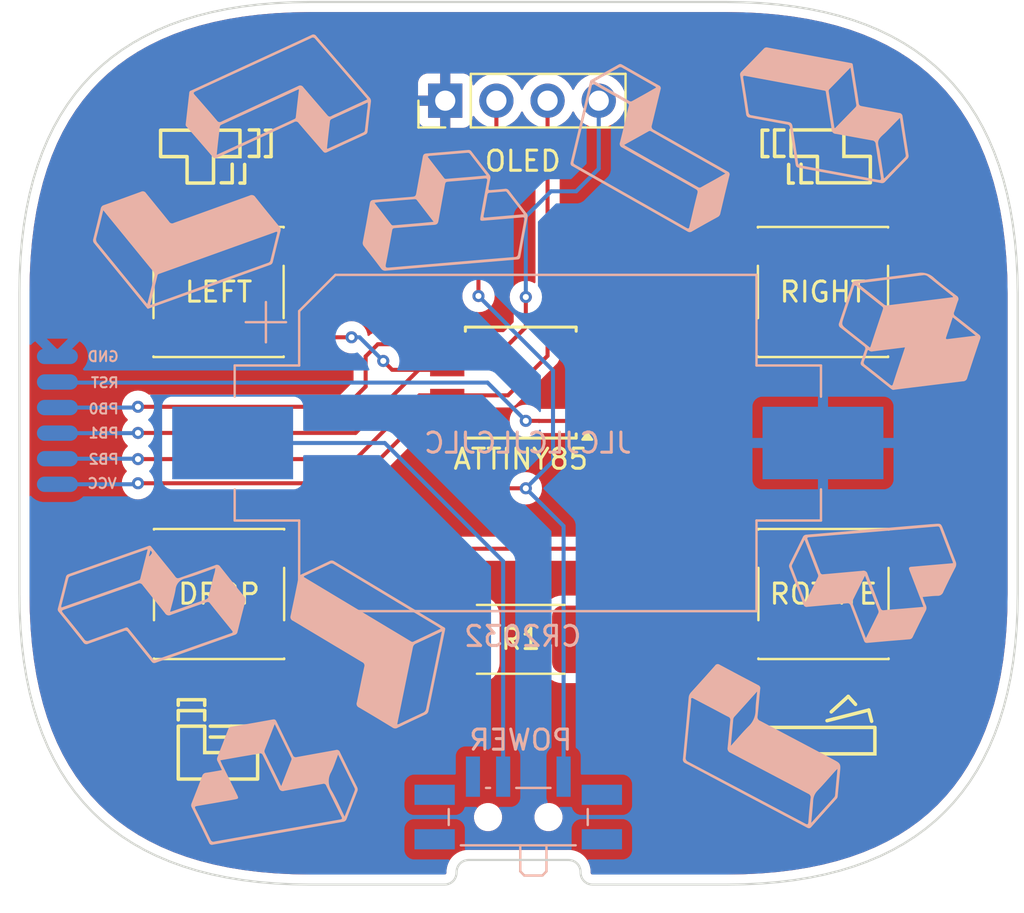
<source format=kicad_pcb>
(kicad_pcb (version 20240108) (generator "pcbnew") (generator_version "8.0")
  (layers (0 "F.Cu" signal) (31 "B.Cu" signal) (34 "B.Paste" user) (35 "F.Paste" user) (36 "B.SilkS" user "B.Silkscreen") (37 "F.SilkS" user "F.Silkscreen") (38 "B.Mask" user) (39 "F.Mask" user) (44 "Edge.Cuts" user))
  (net 0 "")
  (net 1 "Net-(CR2032-+)")
  (net 2 "GND")
  (net 3 "Net-(DROP1-Pad2)")
  (net 4 "Net-(J1-Pin_2)")
  (net 5 "Net-(J1-Pin_3)")
  (net 6 "VCC")
  (net 7 "Net-(J1-Pin_5)")
  (net 8 "Net-(J1-Pin_4)")
  (net 9 "Net-(U1-XTAL2{slash}PB4)")
  (net 10 "Net-(U1-XTAL1{slash}PB3)")
  (footprint "Button_Switch_SMD:SW_Push_1P1T_NO_6x6mm_H9.5mm" (layer "F.Cu") (at 143.5 46.5 180)
    (property "Reference" "RIGHT")
    (property "Value" "SW_Push")
  )
  (footprint "Button_Switch_SMD:SW_Push_1P1T_NO_6x6mm_H9.5mm" (layer "F.Cu") (at 113.5 46.5 180)
    (property "Reference" "LEFT")
    (property "Value" "SW_Push")
  )
  (footprint "Connector_PinHeader_2.54mm:PinHeader_1x04_P2.54mm_Vertical" (layer "F.Cu") (at 124.75 37 90)
    (property "Reference" "OLED")
    (property "Value" "Conn_01x04_Pin" (hide yes))
  )
  (footprint "Package_SO:SOIC-8W_5.3x5.3mm_P1.27mm" (layer "F.Cu") (at 128.5 51 180)
    (property "Reference" "ATTINY85")
    (property "Value" "ATtiny85-20S")
  )
  (footprint "Button_Switch_SMD:SW_Push_1P1T_NO_6x6mm_H9.5mm" (layer "F.Cu") (at 143.525 61.5)
    (property "Reference" "ROTATE")
    (property "Value" "SW_Push")
  )
  (footprint "Button_Switch_SMD:SW_Push_1P1T_NO_6x6mm_H9.5mm" (layer "F.Cu") (at 113.525 61.5)
    (property "Reference" "DROP")
    (property "Value" "SW_Push")
  )
  (footprint "Resistor_SMD:R_2512_6332Metric_Pad1.40x3.35mm_HandSolder" (layer "F.Cu") (at 128.5 63.75)
    (property "Reference" "R1")
    (property "Value" "470k")
  )
  (footprint "00_custom:SOICBite_16" (layer "B.Cu") (at 105.5 52.875 -90)
    (property "Reference" "J1" (hide yes))
    (property "Value" "Conn_01x06_Pin")
  )
  (footprint "Button_Switch_SMD:SW_SPDT_PCM12" (layer "B.Cu") (at 128.375 72.25 180)
    (property "Reference" "POWER")
    (property "Value" "SW_SPDT")
  )
  (footprint "Battery:BatteryHolder_Keystone_1060_1x2032" (layer "B.Cu") (at 128.85 54)
    (property "Reference" "CR2032")
    (property "Value" "Battery_Cell")
  )
  (gr_poly (pts (xy 140.70903 34.354105) (xy 140.722289 34.355141) (xy 140.735541 34.35713) (xy 140.748738 34.360087) (xy 144.848797 35.124521) (xy 144.89063 35.131287) (xy 144.900934 35.133264) (xy 144.910996 35.135625) (xy 144.920725 35.138504) (xy 144.930031 35.142038) (xy 144.934497 35.144092) (xy 144.938823 35.146361) (xy 144.942998 35.14886) (xy 144.94701 35.151607) (xy 144.950849 35.15462) (xy 144.954503 35.157914) (xy 144.95796 35.161506) (xy 144.96121 35.165414) (xy 144.964241 35.169654) (xy 144.967041 35.174243) (xy 144.9696 35.179198) (xy 144.971907 35.184537) (xy 144.973949 35.190275) (xy 144.975715 35.196429) (xy 144.977195 35.203018) (xy 144.978376 35.210056) (xy 145.132614 36.186311) (xy 145.207364 36.651491) (xy 145.242983 36.884306) (xy 145.274817 37.117594) (xy 145.277634 37.136289) (xy 145.28121 37.153374) (xy 145.28329 37.161339) (xy 145.28557 37.168933) (xy 145.288052 37.176167) (xy 145.290741 37.18305) (xy 145.293639 37.189594) (xy 145.296749 37.195809) (xy 145.300076 37.201706) (xy 145.303622 37.207294) (xy 145.307391 37.212585) (xy 145.311387 37.217588) (xy 145.315611 37.222315) (xy 145.320068 37.226776) (xy 145.324762 37.230981) (xy 145.329695 37.23494) (xy 145.33487 37.238665) (xy 145.340292 37.242166) (xy 145.345963 37.245453) (xy 145.351887 37.248537) (xy 145.364506 37.254136) (xy 145.378176 37.259047) (xy 145.392924 37.263355) (xy 145.408776 37.267143) (xy 145.425759 37.270496) (xy 147.279526 37.609408) (xy 147.28832 37.609975) (xy 147.296991 37.610961) (xy 147.305527 37.612356) (xy 147.31392 37.61415) (xy 147.322159 37.616331) (xy 147.330234 37.618891) (xy 147.338135 37.621818) (xy 147.345853 37.625103) (xy 147.353377 37.628736) (xy 147.360698 37.632706) (xy 147.367805 37.637002) (xy 147.374689 37.641616) (xy 147.38134 37.646536) (xy 147.387748 37.651753) (xy 147.393902 37.657256) (xy 147.399793 37.663034) (xy 147.405412 37.669079) (xy 147.410747 37.675379) (xy 147.415789 37.681925) (xy 147.420529 37.688705) (xy 147.424956 37.695711) (xy 147.42906 37.702931) (xy 147.432831 37.710356) (xy 147.43626 37.717976) (xy 147.439337 37.725779) (xy 147.442051 37.733757) (xy 147.444392 37.741898) (xy 147.446351 37.750192) (xy 147.447918 37.75863) (xy 147.449083 37.767201) (xy 147.449836 37.775895) (xy 147.450166 37.784702) (xy 147.59516 38.739008) (xy 147.745502 39.69251) (xy 147.74833 39.70661) (xy 147.750179 39.720752) (xy 147.751063 39.734889) (xy 147.750996 39.748977) (xy 147.749992 39.762971) (xy 147.748066 39.776824) (xy 147.745231 39.790492) (xy 147.741502 39.80393) (xy 147.736893 39.817091) (xy 147.731418 39.829932) (xy 147.725091 39.842406) (xy 147.717927 39.854468) (xy 147.70994 39.866074) (xy 147.701144 39.877177) (xy 147.691553 39.887732) (xy 147.681181 39.897695) (xy 147.130178 40.460108) (xy 146.583102 41.026379) (xy 146.578345 41.031836) (xy 146.573419 41.037091) (xy 146.563088 41.046984) (xy 146.552159 41.056042) (xy 146.540684 41.06425) (xy 146.528712 41.071592) (xy 146.516296 41.078051) (xy 146.503486 41.083612) (xy 146.490332 41.088258) (xy 146.476886 41.091973) (xy 146.463198 41.094743) (xy 146.44932 41.09655) (xy 146.435302 41.097378) (xy 146.421194 41.097212) (xy 146.407049 41.096036) (xy 146.392916 41.093833) (xy 146.385871 41.092342) (xy 146.378847 41.090588) (xy 142.29374 40.331328) (xy 142.283488 40.329296) (xy 142.273723 40.32704) (xy 142.264431 40.324561) (xy 142.255599 40.321859) (xy 142.247212 40.318935) (xy 142.239259 40.315788) (xy 142.231726 40.31242) (xy 142.224598 40.30883) (xy 142.217863 40.305019) (xy 142.211507 40.300987) (xy 142.205518 40.296734) (xy 142.19988 40.292262) (xy 142.194582 40.287569) (xy 142.18961 40.282656) (xy 142.18495 40.277525) (xy 142.180589 40.272174) (xy 142.176514 40.266605) (xy 142.17271 40.260818) (xy 142.169166 40.254813) (xy 142.165867 40.24859) (xy 142.162799 40.242149) (xy 142.159951 40.235492) (xy 142.154855 40.221529) (xy 142.150474 40.206701) (xy 142.146698 40.191012) (xy 142.143422 40.174464) (xy 142.140538 40.157061) (xy 141.998109 39.241416) (xy 141.858518 38.325358) (xy 141.85557 38.308008) (xy 141.852008 38.292152) (xy 141.849985 38.284759) (xy 141.847795 38.27771) (xy 141.845432 38.270996) (xy 141.842892 38.264605) (xy 141.840171 38.258529) (xy 141.837263 38.252758) (xy 141.834165 38.247282) (xy 141.830871 38.242091) (xy 141.827377 38.237176) (xy 141.823678 38.232526) (xy 141.819769 38.228132) (xy 141.815646 38.223984) (xy 141.811304 38.220073) (xy 141.806738 38.216388) (xy 141.801944 38.21292) (xy 141.796918 38.209659) (xy 141.791653 38.206595) (xy 141.786147 38.203718) (xy 141.780393 38.201019) (xy 141.774388 38.198488) (xy 141.761604 38.19389) (xy 141.747757 38.189847) (xy 141.732811 38.186279) (xy 141.716727 38.183108) (xy 139.863083 37.843493) (xy 139.853824 37.842903) (xy 139.844696 37.841871) (xy 139.835708 37.840409) (xy 139.826872 37.838528) (xy 139.818197 37.836238) (xy 139.809694 37.833549) (xy 139.801374 37.830473) (xy 139.793247 37.827021) (xy 139.785323 37.823202) (xy 139.777614 37.819028) (xy 139.770129 37.81451) (xy 139.762879 37.809658) (xy 139.755874 37.804484) (xy 139.749126 37.798997) (xy 139.742643 37.793208) (xy 139.736438 37.787129) (xy 139.730519 37.78077) (xy 139.724899 37.774141) (xy 139.719587 37.767254) (xy 139.714593 37.76012) (xy 139.709929 37.752748) (xy 139.705604 37.74515) (xy 139.701629 37.737336) (xy 139.698015 37.729318) (xy 139.694772 37.721105) (xy 139.69191 37.712709) (xy 139.689441 37.704141) (xy 139.687373 37.69541) (xy 139.685719 37.686529) (xy 139.684488 37.677507) (xy 139.683691 37.668355) (xy 139.683338 37.659085) (xy 139.5391 36.704706) (xy 139.40079 35.828826) (xy 139.537912 35.828826) (xy 139.538097 35.83662) (xy 139.53859 35.844942) (xy 139.540476 35.863225) (xy 139.543527 35.883768) (xy 139.678776 36.722153) (xy 139.805296 37.561962) (xy 139.805322 37.569897) (xy 139.805738 37.577787) (xy 139.806541 37.585618) (xy 139.807723 37.593377) (xy 139.809281 37.60105) (xy 139.81121 37.608625) (xy 139.813503 37.616089) (xy 139.816157 37.623427) (xy 139.819165 37.630627) (xy 139.822523 37.637676) (xy 139.826225 37.64456) (xy 139.830267 37.651266) (xy 139.834644 37.657782) (xy 139.839349 37.664092) (xy 139.844378 37.670185) (xy 139.849727 37.676047) (xy 139.855359 37.681637) (xy 139.861235 37.686918) (xy 139.867342 37.691884) (xy 139.873667 37.696531) (xy 139.880197 37.700851) (xy 139.88692 37.70484) (xy 139.893821 37.708492) (xy 139.900888 37.711801) (xy 139.908109 37.714761) (xy 139.915469 37.717366) (xy 139.922957 37.719611) (xy 139.930558 37.721491) (xy 139.93826 37.722999) (xy 139.946051 37.72413) (xy 139.953916 37.724878) (xy 139.961843 37.725237) (xy 140.865654 37.891977) (xy 141.317511 37.975566) (xy 141.77008 38.054893) (xy 141.797735 38.060277) (xy 141.810647 38.063372) (xy 141.822969 38.066742) (xy 141.834716 38.070392) (xy 141.845904 38.074325) (xy 141.856548 38.078547) (xy 141.866663 38.083063) (xy 141.876265 38.087876) (xy 141.885368 38.092992) (xy 141.893988 38.098415) (xy 141.90214 38.10415) (xy 141.909839 38.110201) (xy 141.917102 38.116574) (xy 141.923942 38.123272) (xy 141.930375 38.1303) (xy 141.936417 38.137663) (xy 141.942082 38.145366) (xy 141.947386 38.153412) (xy 141.952345 38.161808) (xy 141.956973 38.170556) (xy 141.961285 38.179663) (xy 141.965298 38.189132) (xy 141.969025 38.198969) (xy 141.975687 38.219761) (xy 141.981393 38.242078) (xy 141.986264 38.265956) (xy 141.990423 38.291432) (xy 142.264856 40.076946) (xy 142.264884 40.08373) (xy 142.265248 40.090434) (xy 142.265938 40.09705) (xy 142.266948 40.10357) (xy 142.268269 40.109985) (xy 142.269893 40.116288) (xy 142.271813 40.12247) (xy 142.274021 40.128522) (xy 142.276509 40.134436) (xy 142.279269 40.140204) (xy 142.282293 40.145817) (xy 142.285574 40.151268) (xy 142.289103 40.156548) (xy 142.292874 40.161648) (xy 142.296878 40.166561) (xy 142.301106 40.171278) (xy 142.305553 40.17579) (xy 142.310208 40.180089) (xy 142.315066 40.184168) (xy 142.320118 40.188017) (xy 142.325355 40.191629) (xy 142.330771 40.194995) (xy 142.336358 40.198106) (xy 142.342107 40.200955) (xy 142.348011 40.203533) (xy 142.354062 40.205831) (xy 142.360252 40.207842) (xy 142.366573 40.209558) (xy 142.373018 40.210969) (xy 142.379579 40.212067) (xy 142.386248 40.212845) (xy 142.393016 40.213293) (xy 146.250693 40.930255) (xy 146.271115 40.933827) (xy 146.289529 40.936393) (xy 146.305998 40.937859) (xy 146.313522 40.938151) (xy 146.320583 40.938133) (xy 146.327189 40.937794) (xy 146.333347 40.937122) (xy 146.339065 40.936105) (xy 146.344351 40.934733) (xy 146.349212 40.932992) (xy 146.353657 40.930872) (xy 146.357693 40.928362) (xy 146.361328 40.925449) (xy 146.36457 40.922121) (xy 146.367426 40.918368) (xy 146.369903 40.914177) (xy 146.372011 40.909538) (xy 146.373756 40.904437) (xy 146.375147 40.898865) (xy 146.376191 40.892809) (xy 146.376895 40.886257) (xy 146.377268 40.879198) (xy 146.377318 40.871621) (xy 146.376476 40.854863) (xy 146.374433 40.835892) (xy 146.37125 40.814614) (xy 146.304016 40.403163) (xy 146.238957 39.991359) (xy 146.176076 39.579203) (xy 146.11537 39.166695) (xy 146.11538 39.15704) (xy 146.114907 39.147499) (xy 146.113963 39.138084) (xy 146.112559 39.128806) (xy 146.110706 39.119678) (xy 146.108417 39.110712) (xy 146.106213 39.103577) (xy 146.236255 39.103577) (xy 146.238001 39.138813) (xy 146.241964 39.17457) (xy 146.247765 39.210766) (xy 146.255028 39.247317) (xy 146.272423 39.321155) (xy 146.291122 39.395419) (xy 146.308102 39.469445) (xy 146.315001 39.506161) (xy 146.320336 39.542568) (xy 146.320534 39.544488) (xy 146.320678 39.546416) (xy 146.320884 39.550281) (xy 146.320988 39.552212) (xy 146.321121 39.55414) (xy 146.321304 39.55606) (xy 146.321557 39.55797) (xy 146.524861 40.852316) (xy 146.524861 40.852317) (xy 146.524861 40.852318) (xy 146.52486 40.852318) (xy 146.52486 40.852319) (xy 146.524859 40.85232) (xy 146.524858 40.852321) (xy 146.524857 40.852321) (xy 146.524857 40.852322) (xy 146.524856 40.852322) (xy 146.524856 40.852323) (xy 146.524855 40.852324) (xy 146.524855 40.852325) (xy 146.524855 40.852326) (xy 146.528814 40.851261) (xy 146.532548 40.850328) (xy 146.539361 40.848784) (xy 146.55052 40.846472) (xy 146.554949 40.84541) (xy 146.556895 40.844839) (xy 146.558669 40.844216) (xy 146.560275 40.843524) (xy 146.56172 40.842743) (xy 146.563009 40.841856) (xy 146.564147 40.840843) (xy 147.066416 40.327677) (xy 147.570154 39.815974) (xy 147.575148 39.810719) (xy 147.579721 39.805454) (xy 147.583888 39.80018) (xy 147.587663 39.794897) (xy 147.591063 39.789605) (xy 147.594103 39.784305) (xy 147.596799 39.778996) (xy 147.599166 39.773679) (xy 147.60122 39.768354) (xy 147.602977 39.76302) (xy 147.604451 39.757679) (xy 147.605659 39.752331) (xy 147.606616 39.746975) (xy 147.607337 39.741612) (xy 147.608136 39.730865) (xy 147.608181 39.720091) (xy 147.607594 39.709293) (xy 147.606502 39.69847) (xy 147.605029 39.687626) (xy 147.597807 39.644056) (xy 147.52109 39.148079) (xy 147.443044 38.652308) (xy 147.317817 37.855464) (xy 146.974587 38.205202) (xy 146.648751 38.538763) (xy 146.622686 38.564863) (xy 146.595712 38.590627) (xy 146.540011 38.641532) (xy 146.483596 38.69224) (xy 146.428416 38.743514) (xy 146.401898 38.769601) (xy 146.376418 38.796115) (xy 146.352222 38.823153) (xy 146.329552 38.850808) (xy 146.308652 38.879176) (xy 146.289766 38.908353) (xy 146.273136 38.938434) (xy 146.265744 38.953843) (xy 146.259008 38.969514) (xy 146.253066 38.985561) (xy 146.248103 39.001832) (xy 146.244073 39.018317) (xy 146.240928 39.035004) (xy 146.238621 39.051884) (xy 146.237105 39.068947) (xy 146.236255 39.103577) (xy 146.106213 39.103577) (xy 146.105702 39.101921) (xy 146.102573 39.093315) (xy 146.099041 39.084907) (xy 146.095118 39.07671) (xy 146.090815 39.068735) (xy 146.086144 39.060994) (xy 146.081115 39.0535) (xy 146.075741 39.046264) (xy 146.070033 39.039299) (xy 146.064002 39.032616) (xy 146.05766 39.026229) (xy 146.051018 39.020147) (xy 146.044088 39.014385) (xy 146.03688 39.008954) (xy 146.029407 39.003865) (xy 146.02168 38.999132) (xy 146.01371 38.994766) (xy 146.005508 38.990779) (xy 145.997087 38.987183) (xy 145.988457 38.983991) (xy 145.979631 38.981214) (xy 145.970618 38.978864) (xy 145.961431 38.976954) (xy 145.952082 38.975496) (xy 145.942581 38.974501) (xy 145.93294 38.973983) (xy 144.139639 38.648172) (xy 144.128779 38.647742) (xy 144.118001 38.646773) (xy 144.107325 38.645275) (xy 144.096769 38.643255) (xy 144.08635 38.640721) (xy 144.076087 38.637681) (xy 144.065997 38.634142) (xy 144.0561 38.630113) (xy 144.046414 38.625602) (xy 144.036956 38.620616) (xy 144.027744 38.615164) (xy 144.018798 38.609253) (xy 144.010135 38.602892) (xy 144.001772 38.596087) (xy 143.99373 38.588848) (xy 143.986025 38.581182) (xy 143.978713 38.573141) (xy 143.971843 38.564781) (xy 143.965422 38.556121) (xy 143.959456 38.547181) (xy 143.953954 38.537978) (xy 143.948921 38.528531) (xy 143.944366 38.518858) (xy 143.940295 38.508978) (xy 143.936715 38.498911) (xy 143.933633 38.488673) (xy 143.931058 38.478283) (xy 143.928994 38.467761) (xy 143.927451 38.457124) (xy 143.926434 38.446392) (xy 143.925951 38.435582) (xy 143.926009 38.424713) (xy 143.916207 38.342375) (xy 143.905145 38.260175) (xy 143.880307 38.096073) (xy 143.827215 37.768259) (xy 143.638639 36.561789) (xy 143.638428 36.55671) (xy 143.637902 36.551933) (xy 143.637074 36.547445) (xy 143.635954 36.543237) (xy 143.634553 36.539298) (xy 143.632882 36.535616) (xy 143.630953 36.53218) (xy 143.628777 36.528979) (xy 143.626364 36.526002) (xy 143.623727 36.523239) (xy 143.620876 36.520678) (xy 143.617822 36.518308) (xy 143.617773 36.518275) (xy 143.784115 36.518275) (xy 143.784361 36.528206) (xy 143.785079 36.538174) (xy 143.786168 36.548179) (xy 143.789049 36.568287) (xy 143.79219 36.588516) (xy 143.8387 36.893679) (xy 143.886673 37.198625) (xy 144.074267 38.388528) (xy 144.074264 38.388537) (xy 145.113335 37.32198) (xy 145.119785 37.314786) (xy 145.125693 37.307238) (xy 145.131052 37.299366) (xy 145.135854 37.291202) (xy 145.140093 37.282774) (xy 145.14376 37.274112) (xy 145.14685 37.265247) (xy 145.149353 37.256208) (xy 145.151265 37.247026) (xy 145.152576 37.23773) (xy 145.15328 37.228351) (xy 145.153369 37.218917) (xy 145.152837 37.20946) (xy 145.151675 37.200009) (xy 145.149878 37.190594) (xy 145.147437 37.181245) (xy 145.119992 37.009755) (xy 145.093765 36.838064) (xy 145.041546 36.494633) (xy 144.862096 35.362351) (xy 144.334523 35.904795) (xy 143.819992 36.430917) (xy 143.815514 36.435662) (xy 143.811397 36.440421) (xy 143.807627 36.445193) (xy 143.804192 36.44998) (xy 143.801079 36.454779) (xy 143.798275 36.459592) (xy 143.795768 36.464417) (xy 143.793545 36.469255) (xy 143.791592 36.474106) (xy 143.789898 36.478968) (xy 143.78845 36.483843) (xy 143.787234 36.488729) (xy 143.78545 36.498534) (xy 143.784444 36.508384) (xy 143.784115 36.518275) (xy 143.617773 36.518275) (xy 143.614577 36.516118) (xy 143.611151 36.514097) (xy 143.607556 36.512234) (xy 143.603803 36.510518) (xy 143.599903 36.508938) (xy 143.595867 36.507482) (xy 143.591707 36.506141) (xy 143.587433 36.504903) (xy 143.578589 36.50269) (xy 143.569425 36.500757) (xy 143.53135 36.494048) (xy 139.658684 35.772711) (xy 139.639728 35.769409) (xy 139.622541 35.767024) (xy 139.607081 35.765654) (xy 139.599984 35.765379) (xy 139.593303 35.765393) (xy 139.587031 35.765709) (xy 139.581165 35.766338) (xy 139.575697 35.767293) (xy 139.570623 35.768585) (xy 139.565937 35.770227) (xy 139.561635 35.77223) (xy 139.55771 35.774606) (xy 139.554157 35.777368) (xy 139.550971 35.780528) (xy 139.548146 35.784096) (xy 139.545677 35.788087) (xy 139.543559 35.79251) (xy 139.541787 35.797379) (xy 139.540353 35.802706) (xy 139.539255 35.808502) (xy 139.538485 35.814779) (xy 139.538039 35.82155) (xy 139.537912 35.828826) (xy 139.40079 35.828826) (xy 139.388544 35.751276) (xy 139.38583 35.738142) (xy 139.38403 35.724965) (xy 139.38313 35.711786) (xy 139.383119 35.698648) (xy 139.383982 35.685594) (xy 139.385707 35.672666) (xy 139.38828 35.659906) (xy 139.391689 35.647357) (xy 139.395921 35.63506) (xy 139.400962 35.623059) (xy 139.406799 35.611396) (xy 139.41342 35.600112) (xy 139.420811 35.589251) (xy 139.42896 35.578855) (xy 139.437853 35.568965) (xy 139.447477 35.559625) (xy 140.004146 34.99186) (xy 140.557276 34.420634) (xy 140.566373 34.410627) (xy 140.576071 34.40138) (xy 140.586324 34.392909) (xy 140.597084 34.385228) (xy 140.608304 34.378352) (xy 140.619938 34.372296) (xy 140.631939 34.367075) (xy 140.644261 34.362703) (xy 140.656855 34.359196) (xy 140.669676 34.356568) (xy 140.682677 34.354833) (xy 140.695811 34.354007)) (stroke (width -0.000001)) (fill solid) (layer "B.SilkS"))
  (gr_poly (pts (xy 125.922294 39.445224) (xy 125.934507 39.446525) (xy 125.946538 39.448689) (xy 125.958343 39.451694) (xy 125.969879 39.455522) (xy 125.981102 39.460152) (xy 125.99197 39.465565) (xy 126.002438 39.471741) (xy 126.012464 39.478661) (xy 126.022004 39.486304) (xy 126.031014 39.494651) (xy 126.039451 39.503682) (xy 126.047272 39.513377) (xy 126.054434 39.523717) (xy 126.497248 40.099587) (xy 126.9431 40.673108) (xy 126.951451 40.683751) (xy 126.959096 40.694806) (xy 126.966028 40.706237) (xy 126.972238 40.718011) (xy 126.977719 40.730092) (xy 126.982464 40.742446) (xy 126.986465 40.755038) (xy 126.989714 40.767834) (xy 126.992203 40.780799) (xy 126.993924 40.793899) (xy 126.994871 40.807099) (xy 126.995034 40.820365) (xy 126.994408 40.833661) (xy 126.992983 40.846954) (xy 126.990752 40.860208) (xy 126.987707 40.873389) (xy 126.968853 40.968049) (xy 126.950872 41.062888) (xy 126.915997 41.252762) (xy 126.904619 41.316736) (xy 126.900758 41.342594) (xy 126.898416 41.364709) (xy 126.897885 41.374445) (xy 126.897819 41.383342) (xy 126.898245 41.391433) (xy 126.899193 41.39875) (xy 126.900689 41.405326) (xy 126.902762 41.411193) (xy 126.905441 41.416383) (xy 126.908753 41.420928) (xy 126.912727 41.424862) (xy 126.917391 41.428215) (xy 126.922773 41.431021) (xy 126.928902 41.433312) (xy 126.935805 41.43512) (xy 126.94351 41.436478) (xy 126.952047 41.437417) (xy 126.961442 41.437971) (xy 126.982923 41.43805) (xy 127.008179 41.436974) (xy 127.070916 41.432391) (xy 127.386912 41.407471) (xy 127.544749 41.393469) (xy 127.702286 41.3769) (xy 127.718499 41.37438) (xy 127.734684 41.373116) (xy 127.75078 41.373084) (xy 127.766724 41.374254) (xy 127.782454 41.376602) (xy 127.797909 41.380099) (xy 127.813027 41.38472) (xy 127.827745 41.390437) (xy 127.842001 41.397223) (xy 127.855733 41.405053) (xy 127.86888 41.413899) (xy 127.881379 41.423734) (xy 127.893168 41.434531) (xy 127.904186 41.446265) (xy 127.91437 41.458907) (xy 127.923658 41.472432) (xy 128.138694 41.755501) (xy 128.355484 42.037246) (xy 128.791668 42.598764) (xy 128.799788 42.608146) (xy 128.807274 42.617938) (xy 128.814117 42.628109) (xy 128.820309 42.638627) (xy 128.825841 42.649459) (xy 128.830706 42.660575) (xy 128.834893 42.671941) (xy 128.838395 42.683528) (xy 128.841202 42.695301) (xy 128.843307 42.70723) (xy 128.844701 42.719283) (xy 128.845374 42.731428) (xy 128.845319 42.743633) (xy 128.844527 42.755867) (xy 128.842989 42.768096) (xy 128.840697 42.78029) (xy 128.657565 43.759496) (xy 128.481044 44.739941) (xy 128.477669 44.757404) (xy 128.473878 44.773646) (xy 128.469584 44.788695) (xy 128.464699 44.802579) (xy 128.459134 44.815324) (xy 128.45607 44.821278) (xy 128.452802 44.826958) (xy 128.449322 44.832367) (xy 128.445616 44.837509) (xy 128.441675 44.842386) (xy 128.437487 44.847003) (xy 128.433041 44.851362) (xy 128.428327 44.855468) (xy 128.423333 44.859323) (xy 128.418048 44.862931) (xy 128.412462 44.866296) (xy 128.406563 44.86942) (xy 128.400341 44.872308) (xy 128.393784 44.874962) (xy 128.386882 44.877387) (xy 128.379623 44.879585) (xy 128.371996 44.88156) (xy 128.363991 44.883315) (xy 128.346802 44.88618) (xy 128.327967 44.888207) (xy 124.183916 45.236868) (xy 124.183776 45.235211) (xy 122.997669 45.336633) (xy 121.811871 45.441457) (xy 121.793839 45.444059) (xy 121.775846 45.445295) (xy 121.757959 45.445193) (xy 121.740243 45.443782) (xy 121.722766 45.44109) (xy 121.705592 45.437146) (xy 121.688789 45.431979) (xy 121.672423 45.425616) (xy 121.656559 45.418088) (xy 121.641264 45.409421) (xy 121.626605 45.399644) (xy 121.612646 45.388787) (xy 121.599455 45.376877) (xy 121.587098 45.363943) (xy 121.575641 45.350014) (xy 121.565149 45.335119) (xy 121.464253 45.201936) (xy 121.794891 45.201936) (xy 121.795273 45.21194) (xy 121.796175 45.221209) (xy 121.797595 45.229769) (xy 121.799529 45.237644) (xy 121.801972 45.244857) (xy 121.804922 45.251435) (xy 121.808376 45.2574) (xy 121.812329 45.262777) (xy 121.816779 45.267592) (xy 121.821722 45.271867) (xy 121.827154 45.275627) (xy 121.833072 45.278898) (xy 121.839472 45.281702) (xy 121.846352 45.284065) (xy 121.853707 45.286011) (xy 121.861534 45.287564) (xy 121.86983 45.288748) (xy 121.878592 45.289589) (xy 121.897496 45.290336) (xy 121.918219 45.289999) (xy 121.940735 45.288773) (xy 121.965014 45.286854) (xy 125.061281 45.025024) (xy 125.061267 45.025024) (xy 126.632342 44.891505) (xy 128.203758 44.762213) (xy 128.223879 44.760145) (xy 128.242253 44.757248) (xy 128.250815 44.755479) (xy 128.258974 44.75349) (xy 128.266742 44.751276) (xy 128.274132 44.748834) (xy 128.281153 44.74616) (xy 128.287818 44.743248) (xy 128.294138 44.740094) (xy 128.300124 44.736695) (xy 128.305788 44.733045) (xy 128.311142 44.729141) (xy 128.316196 44.724979) (xy 128.320962 44.720553) (xy 128.325451 44.715859) (xy 128.329676 44.710894) (xy 128.333647 44.705653) (xy 128.337375 44.700131) (xy 128.340873 44.694325) (xy 128.344152 44.688229) (xy 128.347222 44.68184) (xy 128.350096 44.675153) (xy 128.3553 44.660869) (xy 128.359855 44.645342) (xy 128.363851 44.628537) (xy 128.367382 44.610421) (xy 128.519133 43.766765) (xy 128.597422 43.345382) (xy 128.677958 42.924439) (xy 128.681657 42.903431) (xy 128.684105 42.88466) (xy 128.684845 42.876079) (xy 128.685254 42.868019) (xy 128.685326 42.860465) (xy 128.685057 42.853405) (xy 128.684438 42.846825) (xy 128.683466 42.840713) (xy 128.682133 42.835055) (xy 128.680435 42.829838) (xy 128.678365 42.82505) (xy 128.675916 42.820677) (xy 128.673084 42.816706) (xy 128.669863 42.813124) (xy 128.666246 42.809919) (xy 128.662227 42.807076) (xy 128.657802 42.804583) (xy 128.652963 42.802427) (xy 128.647705 42.800595) (xy 128.642022 42.799073) (xy 128.635908 42.797849) (xy 128.629357 42.79691) (xy 128.622364 42.796243) (xy 128.614922 42.795833) (xy 128.598669 42.795738) (xy 128.580551 42.79652) (xy 128.560521 42.798075) (xy 127.613377 42.879717) (xy 126.665993 42.958831) (xy 126.634376 42.961255) (xy 126.60629 42.962692) (xy 126.581584 42.962955) (xy 126.570451 42.96259) (xy 126.560106 42.961861) (xy 126.55053 42.960746) (xy 126.541705 42.959222) (xy 126.533612 42.957266) (xy 126.526231 42.954853) (xy 126.519544 42.951962) (xy 126.513531 42.948569) (xy 126.508175 42.94465) (xy 126.503455 42.940183) (xy 126.499353 42.935143) (xy 126.495851 42.929509) (xy 126.492929 42.923257) (xy 126.490568 42.916363) (xy 126.48875 42.908804) (xy 126.487455 42.900557) (xy 126.486665 42.891599) (xy 126.486361 42.881907) (xy 126.486523 42.871457) (xy 126.487133 42.860226) (xy 126.489622 42.835329) (xy 126.493676 42.80703) (xy 126.499143 42.775144) (xy 126.503755 42.749738) (xy 126.652935 42.749738) (xy 126.653144 42.755607) (xy 126.653644 42.761082) (xy 126.654435 42.766175) (xy 126.655516 42.770896) (xy 126.656884 42.775257) (xy 126.65854 42.779268) (xy 126.660483 42.782942) (xy 126.662709 42.78629) (xy 126.66522 42.789322) (xy 126.668013 42.792049) (xy 126.671088 42.794484) (xy 126.674443 42.796637) (xy 126.678077 42.798519) (xy 126.68199 42.800142) (xy 126.686179 42.801516) (xy 126.690643 42.802653) (xy 126.695382 42.803565) (xy 126.700395 42.804262) (xy 126.70568 42.804755) (xy 126.711236 42.805057) (xy 126.723157 42.805127) (xy 126.736148 42.804563) (xy 126.7502 42.803455) (xy 127.111447 42.772031) (xy 127.472799 42.741712) (xy 128.652335 42.638661) (xy 128.652321 42.638661) (xy 127.806852 41.543282) (xy 127.803481 41.53911) (xy 127.80005 41.535271) (xy 127.796562 41.531752) (xy 127.793018 41.528541) (xy 127.789421 41.525625) (xy 127.785773 41.522992) (xy 127.782077 41.52063) (xy 127.778333 41.518526) (xy 127.774546 41.516667) (xy 127.770716 41.515042) (xy 127.766847 41.513638) (xy 127.76294 41.512442) (xy 127.758997 41.511443) (xy 127.755022 41.510626) (xy 127.746979 41.509495) (xy 127.73883 41.508949) (xy 127.730592 41.508888) (xy 127.722283 41.509214) (xy 127.71392 41.509827) (xy 127.680289 41.513158) (xy 127.326599 41.543114) (xy 127.149738 41.557784) (xy 126.972792 41.571174) (xy 126.959768 41.572326) (xy 126.947429 41.573931) (xy 126.935775 41.576043) (xy 126.924805 41.578717) (xy 126.914518 41.582007) (xy 126.904913 41.585967) (xy 126.900366 41.588215) (xy 126.895989 41.590652) (xy 126.891782 41.593283) (xy 126.887746 41.596116) (xy 126.883879 41.599158) (xy 126.880181 41.602414) (xy 126.876654 41.605893) (xy 126.873296 41.6096) (xy 126.870108 41.613543) (xy 126.867088 41.617729) (xy 126.864239 41.622164) (xy 126.861558 41.626854) (xy 126.859046 41.631808) (xy 126.856703 41.637031) (xy 126.854529 41.64253) (xy 126.852524 41.648313) (xy 126.850687 41.654386) (xy 126.849019 41.660756) (xy 126.847519 41.667429) (xy 126.846188 41.674412) (xy 126.754816 42.190549) (xy 126.707362 42.448288) (xy 126.657876 42.705625) (xy 126.65631 42.714093) (xy 126.655042 42.722099) (xy 126.654072 42.729656) (xy 126.653398 42.736773) (xy 126.65302 42.743464) (xy 126.652935 42.749738) (xy 126.503755 42.749738) (xy 126.659122 41.893876) (xy 126.823832 41.013509) (xy 126.827771 40.991217) (xy 126.830545 40.970957) (xy 126.832058 40.95267) (xy 126.832313 40.944247) (xy 126.832216 40.936294) (xy 126.831757 40.928804) (xy 126.830923 40.921769) (xy 126.829703 40.915181) (xy 126.828084 40.909033) (xy 126.826056 40.903317) (xy 126.823605 40.898026) (xy 126.820721 40.893152) (xy 126.817391 40.888687) (xy 126.813603 40.884624) (xy 126.809346 40.880956) (xy 126.804607 40.877674) (xy 126.799375 40.874771) (xy 126.793638 40.87224) (xy 126.787384 40.870073) (xy 126.780601 40.868262) (xy 126.773278 40.866799) (xy 126.765401 40.865678) (xy 126.756961 40.86489) (xy 126.747944 40.864428) (xy 126.738338 40.864285) (xy 126.717316 40.864922) (xy 126.693797 40.866742) (xy 125.785532 40.949432) (xy 124.876602 41.024699) (xy 124.860362 41.026375) (xy 124.845497 41.02872) (xy 124.838558 41.030155) (xy 124.831936 41.03177) (xy 124.825623 41.03357) (xy 124.819609 41.035561) (xy 124.813886 41.037746) (xy 124.808445 41.04013) (xy 124.803278 41.042717) (xy 124.798374 41.045513) (xy 124.793726 41.048521) (xy 124.789325 41.051747) (xy 124.785162 41.055195) (xy 124.781228 41.058869) (xy 124.777515 41.062774) (xy 124.774013 41.066915) (xy 124.770713 41.071295) (xy 124.767608 41.075921) (xy 124.764687 41.080795) (xy 124.761943 41.085924) (xy 124.759366 41.091311) (xy 124.756948 41.096961) (xy 124.752553 41.109068) (xy 124.748687 41.122282) (xy 124.745279 41.136639) (xy 124.742259 41.152175) (xy 124.415425 42.960447) (xy 124.410596 42.985589) (xy 124.405049 43.008874) (xy 124.398674 43.030352) (xy 124.391363 43.050073) (xy 124.387323 43.059291) (xy 124.383008 43.068088) (xy 124.378404 43.07647) (xy 124.373499 43.084445) (xy 124.368278 43.092018) (xy 124.362727 43.099196) (xy 124.356834 43.105984) (xy 124.350585 43.11239) (xy 124.343966 43.118419) (xy 124.336963 43.124078) (xy 124.329562 43.129373) (xy 124.321752 43.134309) (xy 124.313516 43.138895) (xy 124.304843 43.143135) (xy 124.295718 43.147035) (xy 124.286129 43.150604) (xy 124.27606 43.153845) (xy 124.265499 43.156766) (xy 124.254432 43.159374) (xy 124.242846 43.161673) (xy 124.21806 43.165375) (xy 124.191034 43.16792) (xy 123.705538 43.204829) (xy 123.220303 43.245439) (xy 122.249862 43.327575) (xy 122.235297 43.329003) (xy 122.221696 43.330917) (xy 122.209032 43.333372) (xy 122.197276 43.336423) (xy 122.186401 43.340127) (xy 122.181285 43.342241) (xy 122.176379 43.344539) (xy 122.171679 43.347029) (xy 122.167182 43.349716) (xy 122.162884 43.352608) (xy 122.158783 43.355711) (xy 122.154873 43.359034) (xy 122.151153 43.362582) (xy 122.147618 43.366363) (xy 122.144265 43.370384) (xy 122.141091 43.374652) (xy 122.138092 43.379173) (xy 122.135265 43.383954) (xy 122.132605 43.389003) (xy 122.13011 43.394327) (xy 122.127777 43.399932) (xy 122.125601 43.405826) (xy 122.12358 43.412015) (xy 122.119986 43.425306) (xy 122.116968 43.439863) (xy 121.964553 44.283324) (xy 121.885887 44.704582) (xy 121.803725 45.125138) (xy 121.800911 45.140057) (xy 121.798638 45.154096) (xy 121.796903 45.167279) (xy 121.795703 45.17963) (xy 121.795033 45.191175) (xy 121.794891 45.201936) (xy 121.464253 45.201936) (xy 121.355158 45.057931) (xy 121.143341 44.78211) (xy 120.716096 44.233235) (xy 120.706374 44.221394) (xy 120.697442 44.209068) (xy 120.689309 44.196298) (xy 120.681985 44.183122) (xy 120.675479 44.16958) (xy 120.669801 44.15571) (xy 120.664961 44.141552) (xy 120.660969 44.127144) (xy 120.657833 44.112525) (xy 120.655563 44.097736) (xy 120.65417 44.082814) (xy 120.653662 44.067798) (xy 120.654049 44.052729) (xy 120.655341 44.037644) (xy 120.657548 44.022583) (xy 120.660678 44.007585) (xy 120.837422 43.05859) (xy 121.007055 42.108255) (xy 121.011161 42.086817) (xy 121.014662 42.071749) (xy 121.241507 42.071749) (xy 121.66152 42.615345) (xy 122.067942 43.144047) (xy 122.072045 43.149185) (xy 122.076206 43.153948) (xy 122.080424 43.158348) (xy 122.084697 43.1624) (xy 122.089024 43.166115) (xy 122.093404 43.169507) (xy 122.097835 43.172589) (xy 122.102315 43.175374) (xy 122.106843 43.177875) (xy 122.111417 43.180104) (xy 122.116037 43.182075) (xy 122.120701 43.183801) (xy 122.125406 43.185294) (xy 122.130153 43.186569) (xy 122.134938 43.187637) (xy 122.139762 43.188512) (xy 122.149516 43.189734) (xy 122.159404 43.190338) (xy 122.169414 43.19043) (xy 122.179534 43.190113) (xy 122.189753 43.18949) (xy 122.200058 43.188666) (xy 122.220883 43.18683) (xy 123.530282 43.076066) (xy 123.685657 43.0619) (xy 123.842897 43.046644) (xy 124.17095 43.014161) (xy 123.750178 42.469375) (xy 123.343602 41.93978) (xy 123.339493 41.934615) (xy 123.33533 41.929821) (xy 123.331116 41.925386) (xy 123.32685 41.921298) (xy 123.322536 41.917543) (xy 123.318173 41.914109) (xy 123.313762 41.910983) (xy 123.309306 41.908152) (xy 123.304804 41.905604) (xy 123.300258 41.903326) (xy 123.29567 41.901305) (xy 123.29104 41.899528) (xy 123.286369 41.897983) (xy 123.28166 41.896657) (xy 123.276911 41.895537) (xy 123.272126 41.89461) (xy 123.262449 41.893286) (xy 123.252637 41.892583) (xy 123.242699 41.892398) (xy 123.232644 41.89263) (xy 123.222482 41.893178) (xy 123.212221 41.893937) (xy 123.191439 41.895688) (xy 122.659582 41.937175) (xy 122.393788 41.959231) (xy 122.128318 41.984437) (xy 122.020876 41.994227) (xy 121.912907 42.002203) (xy 121.694496 42.016982) (xy 121.583606 42.025921) (xy 121.471296 42.037317) (xy 121.357342 42.052237) (xy 121.299679 42.061352) (xy 121.241521 42.071749) (xy 121.241507 42.071749) (xy 121.014662 42.071749) (xy 121.015801 42.06685) (xy 121.021086 42.048327) (xy 121.027127 42.031219) (xy 121.030466 42.023188) (xy 121.034035 42.015499) (xy 121.037848 42.00815) (xy 121.04192 42.001138) (xy 121.046264 41.994458) (xy 121.050893 41.988108) (xy 121.055822 41.982084) (xy 121.061064 41.976381) (xy 121.066634 41.970998) (xy 121.072545 41.96593) (xy 121.078811 41.961174) (xy 121.085445 41.956726) (xy 121.092463 41.952583) (xy 121.099876 41.948741) (xy 121.1077 41.945197) (xy 121.115948 41.941948) (xy 121.124634 41.938989) (xy 121.133772 41.936317) (xy 121.143375 41.933929) (xy 121.153457 41.931822) (xy 121.164033 41.929991) (xy 121.175116 41.928434) (xy 121.198859 41.926125) (xy 123.125047 41.770211) (xy 123.146483 41.768189) (xy 123.166275 41.765417) (xy 123.184494 41.761815) (xy 123.20121 41.757302) (xy 123.209027 41.754678) (xy 123.216494 41.751796) (xy 123.223621 41.748646) (xy 123.230417 41.745218) (xy 123.23689 41.741502) (xy 123.243048 41.737487) (xy 123.248902 41.733163) (xy 123.254459 41.728521) (xy 123.259729 41.72355) (xy 123.26472 41.718241) (xy 123.269441 41.712582) (xy 123.273901 41.706565) (xy 123.278109 41.700179) (xy 123.282074 41.693413) (xy 123.285803 41.686258) (xy 123.289307 41.678704) (xy 123.292594 41.670741) (xy 123.295673 41.662357) (xy 123.301241 41.644293) (xy 123.306082 41.624428) (xy 123.310266 41.602685) (xy 123.636332 39.79391) (xy 123.638552 39.782511) (xy 123.879319 39.782511) (xy 124.696083 40.841477) (xy 124.6998 40.846128) (xy 124.70356 40.850436) (xy 124.70736 40.854411) (xy 124.711202 40.858067) (xy 124.715084 40.861416) (xy 124.719007 40.864469) (xy 124.72297 40.867238) (xy 124.726973 40.869735) (xy 124.731016 40.871973) (xy 124.735098 40.873963) (xy 124.739219 40.875717) (xy 124.743379 40.877248) (xy 124.747578 40.878567) (xy 124.751815 40.879687) (xy 124.756091 40.880619) (xy 124.760404 40.881375) (xy 124.769142 40.882409) (xy 124.778029 40.882884) (xy 124.787062 40.882898) (xy 124.796239 40.882545) (xy 124.815015 40.881124) (xy 124.834342 40.879392) (xy 126.097439 40.776599) (xy 126.266171 40.761851) (xy 126.437766 40.745916) (xy 126.80148 40.711468) (xy 126.382719 40.169702) (xy 126.180519 39.906872) (xy 125.981463 39.645518) (xy 125.976577 39.639323) (xy 125.971638 39.633576) (xy 125.966647 39.62826) (xy 125.961605 39.623361) (xy 125.956511 39.618863) (xy 125.951368 39.614751) (xy 125.946176 39.611009) (xy 125.940935 39.607621) (xy 125.935647 39.604574) (xy 125.930312 39.60185) (xy 125.924931 39.599435) (xy 125.919506 39.597313) (xy 125.914036 39.595469) (xy 125.908522 39.593888) (xy 125.902966 39.592554) (xy 125.897368 39.591452) (xy 125.88605 39.589882) (xy 125.874575 39.589054) (xy 125.862948 39.588846) (xy 125.851176 39.589134) (xy 125.839266 39.589795) (xy 125.827223 39.590707) (xy 125.802769 39.59279) (xy 124.046522 39.736607) (xy 124.035433 39.736301) (xy 124.024372 39.736435) (xy 124.01335 39.737005) (xy 124.002381 39.738007) (xy 123.991476 39.739438) (xy 123.980648 39.741294) (xy 123.969909 39.743572) (xy 123.959271 39.74627) (xy 123.948748 39.749382) (xy 123.938351 39.752906) (xy 123.928093 39.756839) (xy 123.917986 39.761177) (xy 123.908043 39.765916) (xy 123.898276 39.771054) (xy 123.888697 39.776587) (xy 123.879319 39.782511) (xy 123.638552 39.782511) (xy 123.640403 39.773005) (xy 123.645099 39.753646) (xy 123.650499 39.735789) (xy 123.656682 39.719392) (xy 123.660092 39.711728) (xy 123.663727 39.704412) (xy 123.667598 39.697441) (xy 123.671714 39.690807) (xy 123.676085 39.684507) (xy 123.68072 39.678534) (xy 123.685631 39.672883) (xy 123.690826 39.667549) (xy 123.696316 39.662527) (xy 123.70211 39.657812) (xy 123.708218 39.653397) (xy 123.714651 39.649278) (xy 123.721417 39.645449) (xy 123.728528 39.641905) (xy 123.735992 39.63864) (xy 123.74382 39.63565) (xy 123.752021 39.632929) (xy 123.760606 39.630471) (xy 123.769584 39.628272) (xy 123.778965 39.626325) (xy 123.798976 39.62317) (xy 123.820718 39.620962) (xy 124.853094 39.53683) (xy 125.884996 39.446686) (xy 125.897495 39.445284) (xy 125.909942 39.444803)) (stroke (width -0.000001)) (fill solid) (layer "B.SilkS"))
  (gr_poly (pts (xy 109.75 41.5) (xy 109.758716 41.500738) (xy 109.767374 41.501878) (xy 109.775959 41.503416) (xy 109.784456 41.505347) (xy 109.792852 41.507668) (xy 109.801132 41.510374) (xy 109.809281 41.51346) (xy 109.817285 41.516923) (xy 109.825131 41.520758) (xy 109.832802 41.52496) (xy 109.840286 41.529526) (xy 109.847567 41.534451) (xy 109.854632 41.53973) (xy 109.861465 41.545359) (xy 109.868053 41.551335) (xy 109.874381 41.557652) (xy 109.880435 41.564306) (xy 109.8862 41.571293) (xy 109.891662 41.578609) (xy 109.896807 41.586249) (xy 109.901619 41.594209) (xy 110.476373 42.301166) (xy 110.763827 42.654567) (xy 111.0486 43.010091) (xy 111.053247 43.017455) (xy 111.058207 43.024499) (xy 111.063466 43.03122) (xy 111.06901 43.037614) (xy 111.074823 43.043677) (xy 111.080891 43.049405) (xy 111.0872 43.054794) (xy 111.093735 43.059842) (xy 111.100482 43.064544) (xy 111.107425 43.068897) (xy 111.114551 43.072897) (xy 111.121845 43.07654) (xy 111.129292 43.079822) (xy 111.136878 43.082741) (xy 111.144587 43.085291) (xy 111.152406 43.087471) (xy 111.160321 43.089275) (xy 111.168315 43.0907) (xy 111.176376 43.091743) (xy 111.184488 43.092399) (xy 111.192636 43.092666) (xy 111.200807 43.092539) (xy 111.208985 43.092014) (xy 111.217156 43.091089) (xy 111.225306 43.089759) (xy 111.23342 43.088021) (xy 111.241483 43.085871) (xy 111.24948 43.083305) (xy 111.257398 43.080319) (xy 111.265222 43.076911) (xy 111.272937 43.073076) (xy 111.280528 43.06881) (xy 115.043094 41.710427) (xy 115.052633 41.705563) (xy 115.062302 41.70122) (xy 115.072084 41.697391) (xy 115.081963 41.694073) (xy 115.091921 41.691261) (xy 115.101941 41.688949) (xy 115.112008 41.687135) (xy 115.122102 41.685812) (xy 115.132209 41.684976) (xy 115.142309 41.684622) (xy 115.152388 41.684746) (xy 115.162427 41.685344) (xy 115.17241 41.686409) (xy 115.182319 41.687938) (xy 115.192138 41.689926) (xy 115.20185 41.692368) (xy 115.211438 41.69526) (xy 115.220884 41.698596) (xy 115.230173 41.702373) (xy 115.239286 41.706585) (xy 115.248207 41.711228) (xy 115.256919 41.716297) (xy 115.265405 41.721787) (xy 115.273647 41.727694) (xy 115.28163 41.734013) (xy 115.289336 41.74074) (xy 115.296747 41.747869) (xy 115.303848 41.755396) (xy 115.310621 41.763316) (xy 115.317049 41.771624) (xy 115.323115 41.780317) (xy 115.328802 41.789389) (xy 115.625513 42.160099) (xy 115.924034 42.529362) (xy 116.224364 42.897178) (xy 116.526503 43.263546) (xy 116.536049 43.274278) (xy 116.544767 43.285541) (xy 116.552647 43.297288) (xy 116.559678 43.309472) (xy 116.565851 43.322048) (xy 116.571154 43.334968) (xy 116.575577 43.348185) (xy 116.579109 43.361654) (xy 116.58174 43.375328) (xy 116.583459 43.389159) (xy 116.584256 43.403102) (xy 116.584119 43.41711) (xy 116.583039 43.431137) (xy 116.581005 43.445135) (xy 116.578006 43.459058) (xy 116.574031 43.472861) (xy 116.381869 44.236359) (xy 116.195012 45.001201) (xy 116.191979 45.015354) (xy 116.187979 45.029126) (xy 116.183048 45.042477) (xy 116.17722 45.055369) (xy 116.170532 45.067762) (xy 116.163018 45.079618) (xy 116.154716 45.090897) (xy 116.145659 45.101561) (xy 116.135883 45.111571) (xy 116.125425 45.120887) (xy 116.114319 45.12947) (xy 116.102602 45.137282) (xy 116.090308 45.144284) (xy 116.077473 45.150436) (xy 116.064133 45.155699) (xy 116.050323 45.160035) (xy 110.105149 47.295206) (xy 110.094419 47.299221) (xy 110.08371 47.303481) (xy 110.062566 47.312249) (xy 110.042137 47.320528) (xy 110.032323 47.324179) (xy 110.022846 47.327341) (xy 110.013758 47.329892) (xy 110.005113 47.33171) (xy 109.996962 47.332672) (xy 109.993088 47.332793) (xy 109.989358 47.332655) (xy 109.985778 47.332242) (xy 109.982355 47.331538) (xy 109.979095 47.330529) (xy 109.976004 47.329198) (xy 109.97309 47.327531) (xy 109.970358 47.325513) (xy 109.967816 47.323128) (xy 109.96547 47.320361) (xy 109.819017 47.140798) (xy 110.106567 47.140798) (xy 110.116009 47.139359) (xy 110.125426 47.137779) (xy 110.134818 47.136059) (xy 110.144183 47.134198) (xy 110.153519 47.132199) (xy 110.162824 47.13006) (xy 110.172097 47.127781) (xy 110.181337 47.125365) (xy 115.966139 45.04807) (xy 115.971997 45.045995) (xy 115.977744 45.043717) (xy 115.983376 45.041243) (xy 115.988889 45.038575) (xy 115.994279 45.035719) (xy 115.999543 45.032679) (xy 116.004677 45.02946) (xy 116.009677 45.026067) (xy 116.014539 45.022505) (xy 116.019261 45.018778) (xy 116.028266 45.010847) (xy 116.036662 45.002312) (xy 116.04442 44.99321) (xy 116.05151 44.983579) (xy 116.057903 44.973456) (xy 116.063569 44.962878) (xy 116.06612 44.95743) (xy 116.068478 44.951883) (xy 116.07064 44.94624) (xy 116.072601 44.940507) (xy 116.074359 44.934689) (xy 116.075909 44.928789) (xy 116.077248 44.922812) (xy 116.078371 44.916764) (xy 116.079277 44.910649) (xy 116.079959 44.904471) (xy 116.394936 43.630653) (xy 116.398064 43.623547) (xy 116.400883 43.616338) (xy 116.403392 43.609038) (xy 116.40559 43.601654) (xy 116.407476 43.594199) (xy 116.409048 43.586681) (xy 116.410307 43.579111) (xy 116.41125 43.571498) (xy 116.411877 43.563852) (xy 116.412187 43.556185) (xy 116.412178 43.548504) (xy 116.411851 43.540821) (xy 116.411202 43.533145) (xy 116.410233 43.525486) (xy 116.408941 43.517855) (xy 116.407326 43.510261) (xy 116.407326 43.510263) (xy 116.3978 43.510168) (xy 116.388297 43.510407) (xy 116.378826 43.510979) (xy 116.369396 43.511881) (xy 116.360014 43.513111) (xy 116.350689 43.514667) (xy 116.341429 43.516546) (xy 116.332244 43.518747) (xy 116.323141 43.521267) (xy 116.314129 43.524105) (xy 116.305217 43.527257) (xy 116.296412 43.530722) (xy 116.287723 43.534498) (xy 116.279159 43.538582) (xy 116.270728 43.542972) (xy 116.262438 43.547666) (xy 113.689545 44.470635) (xy 110.594212 45.584619) (xy 110.574578 45.591176) (xy 110.55496 45.597446) (xy 110.545324 45.600758) (xy 110.535892 45.604342) (xy 110.526732 45.608312) (xy 110.517909 45.61278) (xy 110.509492 45.617863) (xy 110.505456 45.62067) (xy 110.501547 45.623674) (xy 110.497772 45.626888) (xy 110.49414 45.630327) (xy 110.49066 45.634005) (xy 110.487339 45.637936) (xy 110.484186 45.642136) (xy 110.48121 45.646617) (xy 110.478419 45.651394) (xy 110.47582 45.656482) (xy 110.473424 45.661895) (xy 110.471237 45.667647) (xy 110.469268 45.673753) (xy 110.467526 45.680226) (xy 110.106567 47.140798) (xy 109.819017 47.140798) (xy 109.243876 46.435632) (xy 107.331296 44.089545) (xy 107.321136 44.078093) (xy 107.311859 44.066077) (xy 107.303475 44.053545) (xy 107.295997 44.040549) (xy 107.289434 44.027137) (xy 107.283799 44.013359) (xy 107.279102 43.999265) (xy 107.275355 43.984904) (xy 107.27257 43.970327) (xy 107.270756 43.955582) (xy 107.269925 43.940719) (xy 107.27009 43.925789) (xy 107.27126 43.91084) (xy 107.273183 43.89772) (xy 107.421621 43.89772) (xy 107.422789 43.916255) (xy 107.425185 43.934634) (xy 107.428792 43.952795) (xy 107.433597 43.970677) (xy 107.439585 43.988217) (xy 107.446742 44.005354) (xy 107.455053 44.022026) (xy 107.464504 44.03817) (xy 107.47508 44.053726) (xy 107.486768 44.06863) (xy 107.499551 44.082821) (xy 109.041053 45.971636) (xy 109.957869 47.09164) (xy 109.969396 47.056878) (xy 109.979487 47.027088) (xy 109.983977 47.013498) (xy 109.988086 47.00048) (xy 109.991809 46.987809) (xy 109.995139 46.975261) (xy 110.148607 46.353496) (xy 110.226301 46.042871) (xy 110.306456 45.732897) (xy 110.311739 45.715611) (xy 110.315777 45.698154) (xy 110.318584 45.680584) (xy 110.320173 45.662964) (xy 110.320556 45.645352) (xy 110.319748 45.627811) (xy 110.31776 45.6104) (xy 110.314608 45.59318) (xy 110.310303 45.576211) (xy 110.304859 45.559554) (xy 110.298289 45.543269) (xy 110.290606 45.527418) (xy 110.281824 45.512059) (xy 110.271956 45.497255) (xy 110.261014 45.483065) (xy 110.249013 45.46955) (xy 109.985862 45.151627) (xy 109.724458 44.832243) (xy 109.203328 44.192076) (xy 107.77765 42.444512) (xy 107.605874 43.136712) (xy 107.521253 43.472567) (xy 107.434683 43.80488) (xy 107.429502 43.823264) (xy 107.425619 43.841802) (xy 107.423021 43.860432) (xy 107.421693 43.879092) (xy 107.421621 43.89772) (xy 107.273183 43.89772) (xy 107.273447 43.895922) (xy 107.276662 43.881086) (xy 107.280917 43.86638) (xy 107.471304 43.110395) (xy 107.654798 42.352663) (xy 107.657983 42.337611) (xy 107.662213 42.32297) (xy 107.667447 42.308783) (xy 107.673646 42.295092) (xy 107.680772 42.281941) (xy 107.688785 42.269372) (xy 107.697647 42.257426) (xy 107.707318 42.246147) (xy 107.717758 42.235577) (xy 107.728931 42.225758) (xy 107.740795 42.216733) (xy 107.753312 42.208544) (xy 107.766442 42.201234) (xy 107.780148 42.194845) (xy 107.794389 42.18942) (xy 107.809127 42.185001) (xy 108.732963 41.855656) (xy 109.654376 41.51968) (xy 109.662786 41.515706) (xy 109.671296 41.512182) (xy 109.679892 41.509103) (xy 109.688558 41.506466) (xy 109.697281 41.504266) (xy 109.706046 41.502499) (xy 109.714838 41.50116) (xy 109.723645 41.500245) (xy 109.73245 41.499749) (xy 109.74124 41.499669)) (stroke (width -0.000001)) (fill solid) (layer "B.SilkS"))
  (gr_poly (pts (xy 110.085738 59.101456) (xy 110.090527 59.101932) (xy 110.095288 59.10268) (xy 110.100019 59.103715) (xy 110.10472 59.105054) (xy 110.10939 59.106711) (xy 110.114028 59.108701) (xy 110.118634 59.111039) (xy 110.123206 59.113742) (xy 110.127744 59.116823) (xy 110.132247 59.120299) (xy 110.136714 59.124184) (xy 110.141144 59.128494) (xy 110.145537 59.133244) (xy 110.149892 59.138448) (xy 110.780659 59.919667) (xy 111.068619 60.272947) (xy 111.2109 60.450853) (xy 111.280711 60.540793) (xy 111.34929 60.631648) (xy 111.356001 60.640432) (xy 111.362659 60.64865) (xy 111.369273 60.656312) (xy 111.375852 60.663431) (xy 111.382405 60.670019) (xy 111.388941 60.676088) (xy 111.395469 60.681649) (xy 111.401998 60.686714) (xy 111.408536 60.691296) (xy 111.415092 60.695406) (xy 111.421676 60.699056) (xy 111.428296 60.702258) (xy 111.434961 60.705024) (xy 111.441679 60.707365) (xy 111.44846 60.709295) (xy 111.455313 60.710824) (xy 111.462246 60.711965) (xy 111.469268 60.712729) (xy 111.476389 60.713128) (xy 111.483616 60.713175) (xy 111.49096 60.712881) (xy 111.498428 60.712258) (xy 111.506029 60.711318) (xy 111.513773 60.710072) (xy 111.529724 60.706714) (xy 111.546351 60.702277) (xy 111.563725 60.696859) (xy 111.581917 60.690552) (xy 113.328538 60.069053) (xy 113.336776 60.064791) (xy 113.34513 60.060974) (xy 113.353585 60.057597) (xy 113.362126 60.054658) (xy 113.37074 60.052153) (xy 113.379411 60.050077) (xy 113.388125 60.048428) (xy 113.396868 60.0472) (xy 113.405625 60.046391) (xy 113.414382 60.045996) (xy 113.423123 60.046012) (xy 113.431835 60.046435) (xy 113.440504 60.04726) (xy 113.449114 60.048485) (xy 113.457651 60.050106) (xy 113.4661 60.052118) (xy 113.474448 60.054518) (xy 113.48268 60.057302) (xy 113.49078 60.060467) (xy 113.498735 60.064007) (xy 113.506531 60.067921) (xy 113.514152 60.072203) (xy 113.521584 60.07685) (xy 113.528813 60.081858) (xy 113.535824 60.087224) (xy 113.542602 60.092944) (xy 113.549134 60.099013) (xy 113.555405 60.105428) (xy 113.561399 60.112185) (xy 113.567104 60.11928) (xy 113.572503 60.12671) (xy 113.577583 60.134471) (xy 114.173916 60.883837) (xy 114.776031 61.628622) (xy 114.786362 61.639959) (xy 114.795817 61.651874) (xy 114.804384 61.664316) (xy 114.81205 61.677236) (xy 114.818804 61.690585) (xy 114.824634 61.704313) (xy 114.829527 61.718371) (xy 114.833473 61.732708) (xy 114.836459 61.747275) (xy 114.838474 61.762023) (xy 114.839504 61.776903) (xy 114.83954 61.791863) (xy 114.838567 61.806855) (xy 114.836576 61.82183) (xy 114.833553 61.836737) (xy 114.829488 61.851527) (xy 114.632005 62.613839) (xy 114.441048 63.377861) (xy 114.438378 63.391095) (xy 114.4348 63.403983) (xy 114.430345 63.416487) (xy 114.425047 63.42857) (xy 114.418939 63.440195) (xy 114.412053 63.451326) (xy 114.404423 63.461926) (xy 114.396082 63.471957) (xy 114.387062 63.481383) (xy 114.377397 63.490167) (xy 114.36712 63.498271) (xy 114.356263 63.505659) (xy 114.344859 63.512294) (xy 114.332942 63.518139) (xy 114.320544 63.523157) (xy 114.307699 63.527311) (xy 110.374009 64.914913) (xy 110.36376 64.918375) (xy 110.353864 64.921335) (xy 110.34431 64.923806) (xy 110.335084 64.925799) (xy 110.326173 64.927327) (xy 110.317563 64.928399) (xy 110.309242 64.929029) (xy 110.301196 64.929227) (xy 110.293412 64.929005) (xy 110.285877 64.928375) (xy 110.278577 64.927349) (xy 110.2715 64.925937) (xy 110.264632 64.924151) (xy 110.257961 64.922004) (xy 110.251472 64.919506) (xy 110.245153 64.916669) (xy 110.238991 64.913504) (xy 110.232972 64.910024) (xy 110.221312 64.902163) (xy 110.210066 64.893178) (xy 110.19913 64.883161) (xy 110.188399 64.872205) (xy 110.177766 64.860402) (xy 110.167126 64.847845) (xy 110.156374 64.834627) (xy 109.579889 64.118844) (xy 109.292235 63.760494) (xy 109.006443 63.400677) (xy 109.002476 63.394015) (xy 108.998226 63.387628) (xy 108.993703 63.38152) (xy 108.98892 63.375693) (xy 108.983892 63.370152) (xy 108.978629 63.364901) (xy 108.973144 63.359942) (xy 108.967452 63.355281) (xy 108.961563 63.350919) (xy 108.955491 63.346861) (xy 108.949249 63.343111) (xy 108.942848 63.339672) (xy 108.936303 63.336548) (xy 108.929625 63.333743) (xy 108.922827 63.331259) (xy 108.915922 63.329101) (xy 108.908923 63.327273) (xy 108.901842 63.325777) (xy 108.894691 63.324619) (xy 108.887485 63.3238) (xy 108.880235 63.323325) (xy 108.872953 63.323198) (xy 108.865654 63.323422) (xy 108.858349 63.324001) (xy 108.851051 63.324938) (xy 108.843772 63.326238) (xy 108.836527 63.327903) (xy 108.829326 63.329937) (xy 108.822183 63.332345) (xy 108.81511 63.335129) (xy 108.808121 63.338293) (xy 108.801228 63.341842) (xy 107.025291 63.973205) (xy 107.017417 63.977189) (xy 107.009436 63.980748) (xy 107.001363 63.983886) (xy 106.993211 63.986607) (xy 106.984995 63.988914) (xy 106.976727 63.990811) (xy 106.968423 63.992302) (xy 106.960095 63.99339) (xy 106.951757 63.994081) (xy 106.943424 63.994376) (xy 106.935109 63.994281) (xy 106.926825 63.993798) (xy 106.918587 63.992932) (xy 106.910408 63.991686) (xy 106.902302 63.990065) (xy 106.894284 63.988071) (xy 106.886366 63.985709) (xy 106.878562 63.982982) (xy 106.870887 63.979894) (xy 106.863353 63.97645) (xy 106.855976 63.972652) (xy 106.848768 63.968504) (xy 106.841744 63.964011) (xy 106.834916 63.959176) (xy 106.8283 63.954003) (xy 106.821908 63.948495) (xy 106.815755 63.942656) (xy 106.809854 63.936491) (xy 106.80422 63.930003) (xy 106.798865 63.923195) (xy 106.793804 63.916071) (xy 106.78905 63.908636) (xy 106.177562 63.141827) (xy 105.561245 62.378853) (xy 105.553801 62.370041) (xy 105.547021 62.360824) (xy 105.540915 62.351238) (xy 105.539131 62.347978) (xy 105.731815 62.347978) (xy 105.732061 62.353035) (xy 105.732878 62.358343) (xy 105.734271 62.363918) (xy 105.736247 62.369778) (xy 105.738809 62.375939) (xy 105.741965 62.382416) (xy 105.745718 62.389227) (xy 105.750075 62.396388) (xy 105.75504 62.403915) (xy 105.760619 62.411824) (xy 105.766817 62.420133) (xy 105.781092 62.438013) (xy 106.045934 62.760032) (xy 106.308517 63.083906) (xy 106.56884 63.409636) (xy 106.826904 63.737221) (xy 106.831887 63.745488) (xy 106.837225 63.753408) (xy 106.842901 63.760978) (xy 106.848898 63.768192) (xy 106.855202 63.775046) (xy 106.861796 63.781536) (xy 106.868664 63.787658) (xy 106.87579 63.793407) (xy 106.883158 63.798778) (xy 106.890752 63.803767) (xy 106.898556 63.80837) (xy 106.906555 63.812583) (xy 106.914731 63.8164) (xy 106.92307 63.819817) (xy 106.931555 63.822831) (xy 106.94017 63.825436) (xy 106.948899 63.827629) (xy 106.957727 63.829404) (xy 106.966637 63.830758) (xy 106.975612 63.831685) (xy 106.984639 63.832182) (xy 106.993699 63.832245) (xy 107.002778 63.831867) (xy 107.011859 63.831046) (xy 107.020926 63.829777) (xy 107.029963 63.828055) (xy 107.038955 63.825876) (xy 107.047885 63.823236) (xy 107.056737 63.82013) (xy 107.065496 63.816553) (xy 107.074145 63.812502) (xy 107.082668 63.807972) (xy 107.518679 63.650645) (xy 107.955608 63.495837) (xy 108.830486 63.189039) (xy 108.876733 63.171431) (xy 108.888359 63.167346) (xy 108.899987 63.163766) (xy 108.911603 63.160876) (xy 108.923195 63.158867) (xy 108.928978 63.15825) (xy 108.934751 63.157925) (xy 108.940511 63.157913) (xy 108.946257 63.158238) (xy 108.951988 63.158925) (xy 108.957702 63.159996) (xy 108.963397 63.161475) (xy 108.969073 63.163385) (xy 108.974726 63.165751) (xy 108.980356 63.168595) (xy 108.985962 63.171941) (xy 108.991541 63.175812) (xy 108.997093 63.180233) (xy 109.002614 63.185226) (xy 109.008105 63.190815) (xy 109.013563 63.197024) (xy 109.058739 63.249856) (xy 109.081193 63.276382) (xy 109.092287 63.289752) (xy 109.103255 63.303223) (xy 109.665109 64.00072) (xy 110.225076 64.699713) (xy 110.228379 64.705673) (xy 110.231937 64.711403) (xy 110.235739 64.7169) (xy 110.239774 64.72216) (xy 110.244032 64.72718) (xy 110.248502 64.731957) (xy 110.253173 64.736485) (xy 110.258034 64.740763) (xy 110.263075 64.744787) (xy 110.268285 64.748552) (xy 110.273653 64.752055) (xy 110.279168 64.755294) (xy 110.28482 64.758263) (xy 110.290598 64.760961) (xy 110.296491 64.763382) (xy 110.302489 64.765524) (xy 110.30858 64.767384) (xy 110.314754 64.768956) (xy 110.321 64.770239) (xy 110.327308 64.771228) (xy 110.333667 64.771919) (xy 110.340065 64.77231) (xy 110.346492 64.772397) (xy 110.352938 64.772175) (xy 110.359392 64.771643) (xy 110.365842 64.770795) (xy 110.372279 64.769629) (xy 110.378691 64.76814) (xy 110.385068 64.766326) (xy 110.391398 64.764183) (xy 110.397672 64.761707) (xy 110.403879 64.758895) (xy 114.119025 63.447853) (xy 114.134476 63.442167) (xy 114.148328 63.436458) (xy 114.160558 63.43065) (xy 114.166058 63.427686) (xy 114.171146 63.424669) (xy 114.175817 63.421591) (xy 114.180071 63.418443) (xy 114.183903 63.415214) (xy 114.187312 63.411896) (xy 114.190294 63.408479) (xy 114.192848 63.404954) (xy 114.19497 63.401312) (xy 114.196658 63.397544) (xy 114.19791 63.393641) (xy 114.198722 63.389592) (xy 114.199092 63.385389) (xy 114.199017 63.381023) (xy 114.198495 63.376484) (xy 114.197524 63.371764) (xy 114.196099 63.366852) (xy 114.19422 63.36174) (xy 114.191883 63.356419) (xy 114.189086 63.350878) (xy 114.185826 63.345109) (xy 114.1821 63.339103) (xy 114.177906 63.33285) (xy 114.173242 63.326342) (xy 114.162489 63.31252) (xy 113.617545 62.641126) (xy 113.346604 62.304201) (xy 113.077308 61.965975) (xy 113.073342 61.959869) (xy 113.06912 61.954028) (xy 113.064656 61.948452) (xy 113.059961 61.943147) (xy 113.055046 61.938115) (xy 113.049924 61.933358) (xy 113.044606 61.92888) (xy 113.039104 61.924683) (xy 113.033429 61.920772) (xy 113.027594 61.917148) (xy 113.021609 61.913815) (xy 113.015488 61.910776) (xy 113.00924 61.908033) (xy 113.002879 61.90559) (xy 112.996416 61.903449) (xy 112.989863 61.901615) (xy 112.98323 61.900088) (xy 112.976531 61.898874) (xy 112.969777 61.897974) (xy 112.962979 61.897392) (xy 112.956149 61.89713) (xy 112.9493 61.897192) (xy 112.942441 61.897581) (xy 112.935587 61.898299) (xy 112.928747 61.899349) (xy 112.921935 61.900735) (xy 112.915161 61.90246) (xy 112.908437 61.904526) (xy 112.901775 61.906937) (xy 112.895187 61.909695) (xy 112.888684 61.912804) (xy 112.882279 61.916266) (xy 112.007923 62.224419) (xy 111.570963 62.379048) (xy 111.135339 62.537282) (xy 111.125279 62.542287) (xy 111.115088 62.546736) (xy 111.104783 62.550635) (xy 111.094384 62.55399) (xy 111.083908 62.556805) (xy 111.073373 62.559087) (xy 111.062798 62.56084) (xy 111.0522 62.56207) (xy 111.041599 62.562783) (xy 111.031011 62.562984) (xy 111.020456 62.562677) (xy 111.009951 62.56187) (xy 110.999515 62.560567) (xy 110.989166 62.558773) (xy 110.978921 62.556494) (xy 110.9688 62.553736) (xy 110.95882 62.550503) (xy 110.949 62.546802) (xy 110.939357 62.542637) (xy 110.92991 62.538015) (xy 110.920677 62.532939) (xy 110.911677 62.527417) (xy 110.902927 62.521453) (xy 110.894445 62.515053) (xy 110.88625 62.508222) (xy 110.87836 62.500965) (xy 110.870793 62.493288) (xy 110.863568 62.485197) (xy 110.856701 62.476697) (xy 110.850213 62.467793) (xy 110.84412 62.45849) (xy 110.838441 62.448795) (xy 110.7813 62.377204) (xy 111.095434 62.377204) (xy 111.104928 62.376244) (xy 111.114402 62.375114) (xy 111.123852 62.373813) (xy 111.133276 62.372343) (xy 111.142672 62.370704) (xy 111.152038 62.368895) (xy 111.161372 62.366918) (xy 111.170671 62.364773) (xy 112.873972 61.767335) (xy 112.880354 61.76503) (xy 112.886616 61.762508) (xy 112.892753 61.759775) (xy 112.898763 61.756836) (xy 112.904642 61.753696) (xy 112.910384 61.750359) (xy 112.921447 61.743114) (xy 112.931919 61.735142) (xy 112.941771 61.726482) (xy 112.950971 61.717172) (xy 112.959487 61.707251) (xy 112.967289 61.69676) (xy 112.974345 61.685736) (xy 112.980624 61.674219) (xy 112.986094 61.662248) (xy 112.990724 61.649863) (xy 112.992715 61.643527) (xy 112.994484 61.637102) (xy 112.996027 61.630592) (xy 112.997341 61.624004) (xy 112.998422 61.617341) (xy 112.999265 61.610608) (xy 113.26388 60.564132) (xy 113.277788 60.521163) (xy 113.290381 60.477823) (xy 113.30165 60.434142) (xy 113.311591 60.390149) (xy 113.320196 60.345876) (xy 113.327459 60.301353) (xy 113.333374 60.256609) (xy 113.337934 60.211676) (xy 112.603124 60.47844) (xy 112.420662 60.543156) (xy 112.237928 60.605379) (xy 112.054538 60.664258) (xy 111.870106 60.718939) (xy 111.844604 60.724271) (xy 111.819523 60.730616) (xy 111.794882 60.73795) (xy 111.770705 60.746252) (xy 111.74701 60.755496) (xy 111.72382 60.765661) (xy 111.701155 60.776723) (xy 111.679037 60.788658) (xy 111.657486 60.801443) (xy 111.636524 60.815055) (xy 111.616171 60.829471) (xy 111.596449 60.844667) (xy 111.577378 60.86062) (xy 111.55898 60.877307) (xy 111.541275 60.894705) (xy 111.524285 60.91279) (xy 111.508031 60.931538) (xy 111.492533 60.950928) (xy 111.477813 60.970934) (xy 111.463891 60.991535) (xy 111.450789 61.012706) (xy 111.438528 61.034425) (xy 111.427128 61.056669) (xy 111.416611 61.079413) (xy 111.406998 61.102634) (xy 111.39831 61.12631) (xy 111.390567 61.150417) (xy 111.383791 61.174932) (xy 111.378003 61.199832) (xy 111.373224 61.225092) (xy 111.369474 61.250691) (xy 111.366776 61.276604) (xy 111.340682 61.4141) (xy 111.310765 61.551067) (xy 111.277818 61.687782) (xy 111.242636 61.824519) (xy 111.095434 62.377204) (xy 110.7813 62.377204) (xy 109.730633 61.060856) (xy 109.725935 61.05288) (xy 109.720895 61.04523) (xy 109.71553 61.03791) (xy 109.709854 61.030924) (xy 109.703882 61.024276) (xy 109.69763 61.017972) (xy 109.691112 61.012015) (xy 109.684344 61.00641) (xy 109.677341 61.001162) (xy 109.670117 60.996274) (xy 109.662687 60.991751) (xy 109.655068 60.987598) (xy 109.647273 60.983819) (xy 109.639318 60.980418) (xy 109.631218 60.977401) (xy 109.622987 60.97477) (xy 109.614642 60.972531) (xy 109.606197 60.970688) (xy 109.597666 60.969246) (xy 109.589066 60.968209) (xy 109.580411 60.967581) (xy 109.571716 60.967367) (xy 109.562996 60.967571) (xy 109.554266 60.968198) (xy 109.545542 60.969251) (xy 109.536838 60.970737) (xy 109.528169 60.972658) (xy 109.519551 60.975019) (xy 109.510998 60.977825) (xy 109.502526 60.981081) (xy 109.494149 60.98479) (xy 109.485883 60.988956) (xy 109.225099 61.085146) (xy 108.9629 61.177614) (xy 108.43747 61.359877) (xy 105.828678 62.277846) (xy 105.809938 62.28458) (xy 105.793103 62.291139) (xy 105.778215 62.297653) (xy 105.771514 62.300934) (xy 105.765315 62.304254) (xy 105.759625 62.307628) (xy 105.754447 62.311073) (xy 105.749788 62.314606) (xy 105.745653 62.318242) (xy 105.742046 62.321998) (xy 105.738975 62.325891) (xy 105.736442 62.329937) (xy 105.734455 62.334152) (xy 105.733018 62.338553) (xy 105.732136 62.343156) (xy 105.731815 62.347978) (xy 105.539131 62.347978) (xy 105.535488 62.341321) (xy 105.530748 62.331109) (xy 105.526704 62.320638) (xy 105.523363 62.309945) (xy 105.520731 62.299066) (xy 105.518818 62.288039) (xy 105.51763 62.276899) (xy 105.517175 62.265683) (xy 105.517461 62.254429) (xy 105.518495 62.243171) (xy 105.520285 62.231947) (xy 105.522838 62.220794) (xy 105.526163 62.209748) (xy 105.553404 62.103916) (xy 105.694038 62.103916) (xy 105.694148 62.113235) (xy 105.694724 62.122548) (xy 105.695768 62.131837) (xy 105.697281 62.141084) (xy 105.699265 62.150272) (xy 105.70172 62.159383) (xy 105.704647 62.168398) (xy 105.723912 62.161274) (xy 105.734273 62.15747) (xy 105.744867 62.153673) (xy 109.516994 60.825992) (xy 109.526261 60.82333) (xy 109.535228 60.82004) (xy 109.543873 60.816149) (xy 109.552169 60.811682) (xy 109.560093 60.806664) (xy 109.56762 60.801122) (xy 109.574726 60.79508) (xy 109.581387 60.788564) (xy 109.587578 60.781601) (xy 109.593274 60.774215) (xy 109.598452 60.766432) (xy 109.603087 60.758278) (xy 109.607154 60.749779) (xy 109.610629 60.740959) (xy 109.613488 60.731844) (xy 109.615706 60.722461) (xy 109.896526 59.612149) (xy 110.048195 59.612149) (xy 110.086904 59.620832) (xy 110.089063 59.612698) (xy 110.0921 59.604772) (xy 110.095918 59.597028) (xy 110.100424 59.589442) (xy 110.105522 59.581986) (xy 110.111116 59.574636) (xy 110.123415 59.560149) (xy 110.149786 59.531305) (xy 110.162337 59.516536) (xy 110.16812 59.508974) (xy 110.173449 59.501261) (xy 110.178227 59.493369) (xy 110.182361 59.485273) (xy 110.185754 59.476948) (xy 110.188312 59.468368) (xy 110.18994 59.459506) (xy 110.190542 59.450338) (xy 110.190023 59.440837) (xy 110.188288 59.430977) (xy 110.185242 59.420734) (xy 110.180789 59.41008) (xy 110.174836 59.398991) (xy 110.167285 59.387441) (xy 110.158043 59.375403) (xy 110.147014 59.362853) (xy 110.134103 59.349764) (xy 110.119215 59.33611) (xy 110.119214 59.33611) (xy 110.048195 59.612149) (xy 109.896526 59.612149) (xy 109.979122 59.285578) (xy 109.979121 59.285578) (xy 109.97122 59.285976) (xy 109.963331 59.286538) (xy 109.955457 59.287265) (xy 109.947601 59.288156) (xy 109.939765 59.28921) (xy 109.931952 59.290428) (xy 109.924165 59.291809) (xy 109.916406 59.293353) (xy 106.143807 60.61994) (xy 106.136641 60.622581) (xy 106.129828 60.625362) (xy 106.123357 60.628281) (xy 106.117216 60.631337) (xy 106.111394 60.634529) (xy 106.105878 60.637855) (xy 106.100658 60.641312) (xy 106.095722 60.6449) (xy 106.091059 60.648617) (xy 106.086657 60.65246) (xy 106.082504 60.65643) (xy 106.078589 60.660522) (xy 106.074901 60.664738) (xy 106.071428 60.669073) (xy 106.068158 60.673528) (xy 106.06508 60.678099) (xy 106.062183 60.682786) (xy 106.059455 60.687587) (xy 106.05446 60.697525) (xy 106.050003 60.707898) (xy 106.045992 60.718693) (xy 106.042334 60.729898) (xy 106.038939 60.7415) (xy 106.032566 60.765838) (xy 105.713876 62.022699) (xy 105.709834 62.031274) (xy 105.70625 62.040002) (xy 105.703123 62.048867) (xy 105.700455 62.05785) (xy 105.698247 62.066933) (xy 105.6965 62.076099) (xy 105.695216 62.08533) (xy 105.694395 62.094608) (xy 105.694038 62.103916) (xy 105.553404 62.103916) (xy 105.726316 61.432151) (xy 105.9225 60.653558) (xy 105.925649 60.640392) (xy 105.929694 60.627604) (xy 105.934601 60.61523) (xy 105.940335 60.603305) (xy 105.946862 60.591866) (xy 105.954149 60.580947) (xy 105.962162 60.570584) (xy 105.970865 60.560814) (xy 105.980226 60.551671) (xy 105.99021 60.543191) (xy 106.000783 60.535411) (xy 106.011911 60.528365) (xy 106.02356 60.52209) (xy 106.035696 60.516621) (xy 106.048285 60.511993) (xy 106.061292 60.508243) (xy 109.995528 59.122157) (xy 110.016119 59.114896) (xy 110.026316 59.111471) (xy 110.036441 59.108344) (xy 110.046485 59.105638) (xy 110.056443 59.103475) (xy 110.066309 59.101976) (xy 110.076076 59.101262) (xy 110.08092 59.101238)) (stroke (width -0.000001)) (fill solid) (layer "B.SilkS"))
  (gr_poly (pts (xy 118.211535 33.710322) (xy 118.220391 33.710869) (xy 118.229242 33.711871) (xy 118.238071 33.71333) (xy 118.246813 33.71524) (xy 118.255407 33.717584) (xy 118.263837 33.720352) (xy 118.272089 33.723534) (xy 118.28015 33.727121) (xy 118.288005 33.731103) (xy 118.29564 33.735471) (xy 118.303041 33.740215) (xy 118.310194 33.745326) (xy 118.317084 33.750793) (xy 118.323698 33.756608) (xy 118.330022 33.762761) (xy 118.33604 33.769243) (xy 118.34174 33.776043) (xy 118.347107 33.783152) (xy 118.352126 33.79056) (xy 119.669852 35.318014) (xy 120.992305 36.841381) (xy 121.002637 36.852628) (xy 121.01222 36.864396) (xy 121.021043 36.876646) (xy 121.029093 36.889341) (xy 121.03636 36.902444) (xy 121.042832 36.915917) (xy 121.048496 36.929724) (xy 121.053342 36.943827) (xy 121.057357 36.958188) (xy 121.060531 36.97277) (xy 121.062851 36.987536) (xy 121.064305 37.002448) (xy 121.064884 37.017469) (xy 121.064573 37.032562) (xy 121.063363 37.04769) (xy 121.061241 37.062814) (xy 121.017053 37.427068) (xy 120.975028 37.7916) (xy 120.895921 38.52123) (xy 120.895206 38.53472) (xy 120.893479 38.547974) (xy 120.890774 38.560946) (xy 120.887121 38.573591) (xy 120.882554 38.585862) (xy 120.877105 38.597713) (xy 120.870807 38.6091) (xy 120.863691 38.619977) (xy 120.85579 38.630297) (xy 120.847136 38.640016) (xy 120.837762 38.649087) (xy 120.8277 38.657465) (xy 120.816982 38.665104) (xy 120.805641 38.671959) (xy 120.79371 38.677984) (xy 120.781219 38.683132) (xy 119.826866 39.120226) (xy 118.875238 39.56316) (xy 118.865807 39.567414) (xy 118.856699 39.571143) (xy 118.847901 39.574359) (xy 118.839401 39.577076) (xy 118.831186 39.579305) (xy 118.823243 39.581059) (xy 118.815559 39.582351) (xy 118.808122 39.583192) (xy 118.800917 39.583596) (xy 118.793934 39.583575) (xy 118.787158 39.583141) (xy 118.780577 39.582307) (xy 118.774177 39.581084) (xy 118.767947 39.579486) (xy 118.761873 39.577525) (xy 118.755943 39.575214) (xy 118.750143 39.572564) (xy 118.74446 39.569589) (xy 118.738882 39.5663) (xy 118.733397 39.562711) (xy 118.722649 39.554679) (xy 118.712115 39.545593) (xy 118.701692 39.535552) (xy 118.691276 39.524656) (xy 118.670055 39.500697) (xy 118.563739 39.37784) (xy 118.880447 39.37784) (xy 118.880469 39.37784) (xy 118.890423 39.378524) (xy 118.898956 39.379338) (xy 118.912377 39.380855) (xy 118.917573 39.381307) (xy 118.91986 39.381402) (xy 118.921965 39.381388) (xy 118.923908 39.38125) (xy 118.925707 39.380971) (xy 118.927383 39.380537) (xy 118.928954 39.379931) (xy 120.682961 38.578045) (xy 120.687764 38.575719) (xy 120.69245 38.573228) (xy 120.697016 38.570577) (xy 120.701459 38.56777) (xy 120.705776 38.564812) (xy 120.709965 38.561707) (xy 120.714023 38.55846) (xy 120.717948 38.555075) (xy 120.721735 38.551556) (xy 120.725384 38.547909) (xy 120.72889 38.544138) (xy 120.732251 38.540247) (xy 120.735465 38.536241) (xy 120.738528 38.532124) (xy 120.741438 38.527902) (xy 120.744192 38.523577) (xy 120.746788 38.519156) (xy 120.749222 38.514642) (xy 120.751491 38.510039) (xy 120.753594 38.505354) (xy 120.755527 38.500589) (xy 120.757287 38.49575) (xy 120.758872 38.490841) (xy 120.76028 38.485866) (xy 120.761506 38.480831) (xy 120.762548 38.475739) (xy 120.763405 38.470595) (xy 120.764072 38.465404) (xy 120.764547 38.46017) (xy 120.764828 38.454898) (xy 120.764911 38.449592) (xy 120.764794 38.444256) (xy 120.821806 37.953845) (xy 120.850187 37.708638) (xy 120.875905 37.463169) (xy 120.884491 37.417146) (xy 120.891569 37.370904) (xy 120.897136 37.324482) (xy 120.901189 37.277915) (xy 120.903726 37.231241) (xy 120.904744 37.184497) (xy 120.90424 37.13772) (xy 120.902212 37.090947) (xy 119.109202 37.914923) (xy 119.104397 37.917247) (xy 119.09971 37.919737) (xy 119.095144 37.922388) (xy 119.090702 37.925196) (xy 119.086386 37.928156) (xy 119.0822 37.931264) (xy 119.078146 37.934514) (xy 119.074226 37.937903) (xy 119.070444 37.941425) (xy 119.066802 37.945077) (xy 119.063304 37.948854) (xy 119.059951 37.95275) (xy 119.056748 37.956762) (xy 119.053695 37.960885) (xy 119.050798 37.965114) (xy 119.048057 37.969445) (xy 119.045476 37.973873) (xy 119.043058 37.978393) (xy 119.040805 37.983002) (xy 119.03872 37.987694) (xy 119.036807 37.992465) (xy 119.035067 37.99731) (xy 119.033504 38.002224) (xy 119.03212 38.007204) (xy 119.030918 38.012244) (xy 119.029902 38.01734) (xy 119.029073 38.022488) (xy 119.028434 38.027682) (xy 119.027989 38.032918) (xy 119.02774 38.038192) (xy 119.02769 38.043499) (xy 119.027841 38.048834) (xy 118.951463 38.708249) (xy 118.915529 39.042663) (xy 118.880447 39.37784) (xy 118.563739 39.37784) (xy 118.073248 38.811034) (xy 117.775105 38.465985) (xy 117.478606 38.11954) (xy 117.4742 38.112351) (xy 117.469451 38.105433) (xy 117.464373 38.098795) (xy 117.458978 38.092446) (xy 117.45328 38.086397) (xy 117.447292 38.080658) (xy 117.441027 38.075237) (xy 117.434498 38.070146) (xy 117.427719 38.065393) (xy 117.420702 38.060988) (xy 117.413462 38.056941) (xy 117.40601 38.053263) (xy 117.398361 38.049962) (xy 117.390527 38.047048) (xy 117.382522 38.044532) (xy 117.374359 38.042422) (xy 117.366097 38.040738) (xy 117.357799 38.039489) (xy 117.349481 38.038672) (xy 117.341159 38.038285) (xy 117.332849 38.038323) (xy 117.324567 38.038784) (xy 117.31633 38.039666) (xy 117.308153 38.040964) (xy 117.300053 38.042677) (xy 117.292045 38.044801) (xy 117.284146 38.047333) (xy 117.276373 38.050271) (xy 117.268741 38.053611) (xy 117.261266 38.057349) (xy 117.253964 38.061485) (xy 117.246852 38.066013) (xy 113.451037 39.824093) (xy 113.442799 39.829372) (xy 113.43434 39.834195) (xy 113.425678 39.838558) (xy 113.416832 39.842457) (xy 113.407821 39.84589) (xy 113.398663 39.848852) (xy 113.389377 39.85134) (xy 113.379983 39.853351) (xy 113.370498 39.85488) (xy 113.360942 39.855925) (xy 113.351333 39.856482) (xy 113.34169 39.856548) (xy 113.332032 39.856118) (xy 113.322378 39.85519) (xy 113.312746 39.85376) (xy 113.303156 39.851824) (xy 113.293678 39.849394) (xy 113.284384 39.846491) (xy 113.275287 39.843125) (xy 113.266405 39.83931) (xy 113.257751 39.835055) (xy 113.249342 39.830372) (xy 113.241193 39.825273) (xy 113.233319 39.819768) (xy 113.225735 39.81387) (xy 113.218458 39.807589) (xy 113.211501 39.800937) (xy 113.204881 39.793926) (xy 113.198613 39.786566) (xy 113.192713 39.778868) (xy 113.187195 39.770845) (xy 113.182075 39.762508) (xy 113.118534 39.687974) (xy 113.408303 39.687974) (xy 114.555685 39.160533) (xy 117.220863 37.930273) (xy 117.258248 37.913291) (xy 117.267228 37.908773) (xy 117.275921 37.903955) (xy 117.28426 37.89874) (xy 117.292174 37.893033) (xy 117.295951 37.889965) (xy 117.299595 37.886739) (xy 117.303098 37.883341) (xy 117.306452 37.879761) (xy 117.309647 37.875986) (xy 117.312676 37.872004) (xy 117.315529 37.867803) (xy 117.318198 37.863372) (xy 117.320674 37.858698) (xy 117.322949 37.85377) (xy 117.325013 37.848575) (xy 117.326858 37.843101) (xy 117.328476 37.837337) (xy 117.329857 37.83127) (xy 117.330994 37.824889) (xy 117.331876 37.818182) (xy 117.409119 37.134162) (xy 117.489379 36.441319) (xy 117.482367 36.442201) (xy 117.475351 36.44322) (xy 117.468358 36.444371) (xy 117.461388 36.445655) (xy 117.454444 36.447072) (xy 117.447527 36.448621) (xy 117.44064 36.450301) (xy 117.433784 36.452112) (xy 113.643549 38.19356) (xy 113.63869 38.195694) (xy 113.633945 38.198) (xy 113.629317 38.200473) (xy 113.624808 38.203107) (xy 113.620421 38.205899) (xy 113.61616 38.208845) (xy 113.612027 38.211938) (xy 113.608025 38.215175) (xy 113.604157 38.218551) (xy 113.600427 38.222061) (xy 113.596837 38.225702) (xy 113.59339 38.229468) (xy 113.59009 38.233354) (xy 113.586938 38.237357) (xy 113.583939 38.241471) (xy 113.581094 38.245692) (xy 113.578408 38.250015) (xy 113.575883 38.254436) (xy 113.573522 38.258951) (xy 113.571328 38.263553) (xy 113.569304 38.26824) (xy 113.567453 38.273006) (xy 113.565777 38.277847) (xy 113.564281 38.282757) (xy 113.562967 38.287734) (xy 113.561837 38.292771) (xy 113.560895 38.297865) (xy 113.560144 38.30301) (xy 113.559587 38.308203) (xy 113.559227 38.313438) (xy 113.559066 38.318711) (xy 113.559108 38.324017) (xy 113.539345 38.504501) (xy 113.518045 38.684825) (xy 113.475336 39.045472) (xy 113.442102 39.357621) (xy 113.408303 39.687974) (xy 113.118534 39.687974) (xy 112.876219 39.403738) (xy 112.568203 39.046794) (xy 111.950471 38.334342) (xy 111.942931 38.32586) (xy 111.935155 38.317475) (xy 111.919367 38.300757) (xy 111.911592 38.292307) (xy 111.904051 38.283719) (xy 111.896864 38.274934) (xy 111.890149 38.265893) (xy 111.884022 38.256537) (xy 111.881217 38.251723) (xy 111.878602 38.246809) (xy 111.876194 38.241787) (xy 111.874007 38.236649) (xy 111.872056 38.231389) (xy 111.870355 38.225999) (xy 111.868919 38.220471) (xy 111.867762 38.2148) (xy 111.866901 38.208976) (xy 111.866348 38.202993) (xy 111.86612 38.196844) (xy 111.86623 38.190521) (xy 111.866693 38.184016) (xy 111.867525 38.177324) (xy 112.043557 36.623417) (xy 112.266395 36.623417) (xy 112.266823 36.62878) (xy 112.267832 36.634266) (xy 112.269408 36.639888) (xy 112.271539 36.64566) (xy 112.27421 36.651596) (xy 112.277407 36.65771) (xy 112.281117 36.664016) (xy 112.285326 36.670528) (xy 112.290021 36.677259) (xy 112.300813 36.691439) (xy 112.313383 36.706665) (xy 112.327622 36.723051) (xy 112.603295 37.036424) (xy 112.877306 37.351259) (xy 113.149655 37.667556) (xy 113.420343 37.985315) (xy 113.424803 37.992328) (xy 113.4296 37.999066) (xy 113.434718 38.005521) (xy 113.440146 38.011683) (xy 113.445869 38.017542) (xy 113.451875 38.023088) (xy 113.458149 38.028313) (xy 113.464679 38.033206) (xy 113.47145 38.037758) (xy 113.478451 38.041961) (xy 113.485666 38.045803) (xy 113.493084 38.049276) (xy 113.50069 38.05237) (xy 113.508471 38.055076) (xy 113.516414 38.057384) (xy 113.524506 38.059284) (xy 113.532685 38.060761) (xy 113.54089 38.061804) (xy 113.549106 38.062418) (xy 113.557315 38.062606) (xy 113.565502 38.062372) (xy 113.573651 38.061718) (xy 113.581745 38.060649) (xy 113.589769 38.059167) (xy 113.597707 38.057276) (xy 113.605542 38.05498) (xy 113.613259 38.052281) (xy 113.620841 38.049184) (xy 113.628272 38.045691) (xy 113.635537 38.041806) (xy 113.642619 38.037533) (xy 113.649502 38.032874) (xy 117.447981 36.276526) (xy 117.455899 36.271382) (xy 117.464032 36.266672) (xy 117.472363 36.262401) (xy 117.480873 36.258572) (xy 117.489545 36.255188) (xy 117.498361 36.252253) (xy 117.507304 36.24977) (xy 117.516355 36.247744) (xy 117.525496 36.246176) (xy 117.534711 36.245072) (xy 117.543981 36.244435) (xy 117.553288 36.244267) (xy 117.562615 36.244572) (xy 117.571944 36.245355) (xy 117.581258 36.246618) (xy 117.590537 36.248366) (xy 117.599715 36.250587) (xy 117.608724 36.253263) (xy 117.61755 36.256384) (xy 117.626178 36.25994) (xy 117.634594 36.263918) (xy 117.642782 36.26831) (xy 117.650729 36.273104) (xy 117.658418 36.27829) (xy 117.665836 36.283858) (xy 117.672968 36.289797) (xy 117.679799 36.296096) (xy 117.686313 36.302746) (xy 117.692497 36.309734) (xy 117.698336 36.317052) (xy 117.703815 36.324689) (xy 117.708919 36.332633) (xy 118.004971 36.67948) (xy 118.303091 37.024578) (xy 118.898708 37.715318) (xy 118.910564 37.728757) (xy 118.922164 37.740885) (xy 118.93359 37.751679) (xy 118.939263 37.756569) (xy 118.944922 37.761116) (xy 118.950579 37.765319) (xy 118.956243 37.769173) (xy 118.961925 37.772676) (xy 118.967634 37.775826) (xy 118.97338 37.778618) (xy 118.979175 37.781051) (xy 118.985027 37.783121) (xy 118.990948 37.784826) (xy 118.996947 37.786162) (xy 119.003035 37.787126) (xy 119.009221 37.787716) (xy 119.015516 37.787929) (xy 119.021931 37.787761) (xy 119.028474 37.78721) (xy 119.035157 37.786273) (xy 119.041989 37.784948) (xy 119.048981 37.78323) (xy 119.056143 37.781117) (xy 119.063485 37.778606) (xy 119.071017 37.775695) (xy 119.07875 37.77238) (xy 119.086693 37.768658) (xy 119.094856 37.764527) (xy 119.103251 37.759983) (xy 119.149044 37.735446) (xy 119.195589 37.712259) (xy 119.242715 37.690116) (xy 119.290254 37.668712) (xy 119.385896 37.626896) (xy 119.43366 37.605872) (xy 119.481162 37.584363) (xy 120.883828 36.935766) (xy 120.88385 36.935766) (xy 120.879107 36.928019) (xy 120.874263 36.920336) (xy 120.869318 36.912718) (xy 120.864274 36.905166) (xy 120.859131 36.897682) (xy 120.853889 36.890265) (xy 120.84855 36.882917) (xy 120.843114 36.875639) (xy 118.294807 33.929025) (xy 118.29074 33.923229) (xy 118.286405 33.917673) (xy 118.281812 33.912362) (xy 118.276973 33.907305) (xy 118.271898 33.90251) (xy 118.266599 33.897982) (xy 118.261087 33.89373) (xy 118.255373 33.889761) (xy 118.249468 33.886081) (xy 118.243384 33.882699) (xy 118.23713 33.879622) (xy 118.230719 33.876857) (xy 118.224161 33.874411) (xy 118.217467 33.872292) (xy 118.210649 33.870507) (xy 118.203718 33.869063) (xy 118.196723 33.867972) (xy 118.189713 33.867241) (xy 118.182702 33.866866) (xy 118.175703 33.866844) (xy 118.168729 33.867173) (xy 118.161792 33.86785) (xy 118.154906 33.868871) (xy 118.148083 33.870234) (xy 118.141337 33.871935) (xy 118.13468 33.873973) (xy 118.128126 33.876343) (xy 118.121687 33.879044) (xy 118.115377 33.882071) (xy 118.109208 33.885423) (xy 118.103192 33.889096) (xy 118.097345 33.893087) (xy 112.361303 36.537407) (xy 112.339026 36.548136) (xy 112.329094 36.553342) (xy 112.319949 36.558461) (xy 112.311577 36.563506) (xy 112.303963 36.568492) (xy 112.297095 36.573433) (xy 112.290958 36.578342) (xy 112.285539 36.583234) (xy 112.280825 36.588122) (xy 112.276801 36.593021) (xy 112.273454 36.597944) (xy 112.27077 36.602906) (xy 112.268736 36.60792) (xy 112.267338 36.613001) (xy 112.266562 36.618162) (xy 112.266395 36.623417) (xy 112.043557 36.623417) (xy 112.04666 36.596029) (xy 112.047757 36.58815) (xy 112.04922 36.580704) (xy 112.051033 36.573675) (xy 112.053182 36.567044) (xy 112.055652 36.560795) (xy 112.058427 36.55491) (xy 112.061492 36.549373) (xy 112.064834 36.544165) (xy 112.068436 36.53927) (xy 112.072284 36.534671) (xy 112.076363 36.530349) (xy 112.080658 36.526289) (xy 112.085154 36.522472) (xy 112.089836 36.518882) (xy 112.09469 36.515501) (xy 112.099699 36.512313) (xy 112.10485 36.509299) (xy 112.110127 36.506442) (xy 112.121001 36.501134) (xy 112.132201 36.496249) (xy 112.143607 36.49165) (xy 112.166562 36.482758) (xy 112.177871 36.478189) (xy 112.188909 36.473355) (xy 116.394394 34.533773) (xy 117.24982 34.140126) (xy 118.103536 33.742888) (xy 118.11094 33.737862) (xy 118.118555 33.733242) (xy 118.126366 33.729033) (xy 118.134355 33.725238) (xy 118.142506 33.721861) (xy 118.150802 33.718905) (xy 118.159227 33.716374) (xy 118.167763 33.714272) (xy 118.176394 33.712603) (xy 118.185103 33.711369) (xy 118.193874 33.710575) (xy 118.20269 33.710225)) (stroke (width -0.000001)) (fill solid) (layer "B.SilkS"))
  (gr_poly (pts (xy 133.445399 35.178942) (xy 133.451523 35.179494) (xy 133.457574 35.180333) (xy 133.469485 35.182807) (xy 133.481183 35.186242) (xy 133.492722 35.190515) (xy 133.504155 35.195501) (xy 133.515534 35.201076) (xy 133.526913 35.207118) (xy 133.538344 35.213503) (xy 133.561575 35.226807) (xy 134.453785 35.734499) (xy 135.348337 36.237978) (xy 135.355801 36.240922) (xy 135.363069 36.244231) (xy 135.37013 36.247894) (xy 135.376972 36.251901) (xy 135.383584 36.256241) (xy 135.389954 36.260902) (xy 135.396073 36.265876) (xy 135.401928 36.27115) (xy 135.407507 36.276714) (xy 135.412801 36.282558) (xy 135.417797 36.28867) (xy 135.422484 36.295041) (xy 135.426851 36.301659) (xy 135.430887 36.308513) (xy 135.43458 36.315594) (xy 135.43792 36.32289) (xy 135.440878 36.330348) (xy 135.443436 36.337913) (xy 135.445594 36.345569) (xy 135.447352 36.353301) (xy 135.44871 36.361092) (xy 135.449667 36.368928) (xy 135.450225 36.376794) (xy 135.450383 36.384672) (xy 135.450141 36.392548) (xy 135.4495 36.400407) (xy 135.448459 36.408233) (xy 135.447019 36.416009) (xy 135.445179 36.423722) (xy 135.44294 36.431355) (xy 135.440302 36.438892) (xy 135.437265 36.446318) (xy 135.008394 38.219198) (xy 135.005086 38.227438) (xy 135.002223 38.235797) (xy 134.999803 38.244259) (xy 134.997826 38.252806) (xy 134.996293 38.261422) (xy 134.995204 38.270088) (xy 134.994558 38.278788) (xy 134.994356 38.287504) (xy 134.994597 38.29622) (xy 134.995282 38.304917) (xy 134.99641 38.313578) (xy 134.997981 38.322187) (xy 134.999996 38.330725) (xy 135.002454 38.339176) (xy 135.005355 38.347522) (xy 135.008699 38.355747) (xy 135.012465 38.363787) (xy 135.016621 38.371585) (xy 135.021155 38.379128) (xy 135.026054 38.386406) (xy 135.031307 38.393405) (xy 135.036899 38.400115) (xy 135.042818 38.406524) (xy 135.049052 38.412619) (xy 135.055588 38.41839) (xy 135.062413 38.423824) (xy 135.069515 38.428909) (xy 135.076881 38.433635) (xy 135.084497 38.437988) (xy 135.092352 38.441958) (xy 135.100433 38.445532) (xy 135.108727 38.448699) (xy 138.762867 40.516434) (xy 138.770358 40.51918) (xy 138.777662 40.522294) (xy 138.784768 40.525767) (xy 138.791664 40.529588) (xy 138.798338 40.533747) (xy 138.804779 40.538232) (xy 138.810976 40.543034) (xy 138.816916 40.548143) (xy 138.822588 40.553547) (xy 138.827981 40.559236) (xy 138.833084 40.565201) (xy 138.837883 40.571429) (xy 138.842369 40.577912) (xy 138.84653 40.584638) (xy 138.850353 40.591597) (xy 138.853828 40.598779) (xy 138.856927 40.606132) (xy 138.859628 40.613599) (xy 138.861931 40.621165) (xy 138.863837 40.628815) (xy 138.865345 40.636532) (xy 138.866454 40.644303) (xy 138.867165 40.65211) (xy 138.867478 40.659938) (xy 138.867392 40.667772) (xy 138.866906 40.675597) (xy 138.866021 40.683396) (xy 138.864737 40.691154) (xy 138.863053 40.698855) (xy 138.860969 40.706485) (xy 138.858485 40.714027) (xy 138.8556 40.721465) (xy 138.62725 41.660211) (xy 138.405338 42.600518) (xy 138.402102 42.615468) (xy 138.398007 42.630104) (xy 138.393077 42.644396) (xy 138.387334 42.658313) (xy 138.380804 42.671822) (xy 138.373511 42.684894) (xy 138.365477 42.697496) (xy 138.356728 42.709598) (xy 138.347287 42.721168) (xy 138.337177 42.732175) (xy 138.326424 42.742588) (xy 138.315052 42.752376) (xy 138.303083 42.761507) (xy 138.290542 42.769951) (xy 138.277453 42.777676) (xy 138.26384 42.784651) (xy 137.945522 42.959254) (xy 137.628204 43.135683) (xy 137.311887 43.313939) (xy 136.996571 43.494022) (xy 136.983608 43.502259) (xy 136.970193 43.509394) (xy 136.956394 43.515427) (xy 136.942273 43.520357) (xy 136.927895 43.524185) (xy 136.913326 43.526911) (xy 136.898629 43.528535) (xy 136.88387 43.529058) (xy 136.869114 43.528478) (xy 136.854423 43.526797) (xy 136.839865 43.524015) (xy 136.825502 43.520131) (xy 136.811401 43.515146) (xy 136.797624 43.50906) (xy 136.784238 43.501873) (xy 136.771306 43.493585) (xy 131.065252 40.255427) (xy 131.058212 40.252613) (xy 131.051354 40.249463) (xy 131.044687 40.245987) (xy 131.038221 40.242194) (xy 131.031967 40.238094) (xy 131.025934 40.233696) (xy 131.020134 40.229011) (xy 131.014576 40.224047) (xy 131.00927 40.218814) (xy 131.004227 40.213321) (xy 130.999457 40.207579) (xy 130.994969 40.201597) (xy 130.990775 40.195384) (xy 130.986884 40.18895) (xy 130.983307 40.182304) (xy 130.980053 40.175457) (xy 130.977148 40.168454) (xy 130.974609 40.161346) (xy 130.972438 40.154148) (xy 130.970634 40.146872) (xy 130.969198 40.139533) (xy 130.968129 40.132144) (xy 130.967429 40.124721) (xy 130.967097 40.117276) (xy 130.967134 40.109824) (xy 130.96754 40.102379) (xy 130.968315 40.094954) (xy 130.96946 40.087564) (xy 130.970974 40.080223) (xy 130.972859 40.072943) (xy 130.975114 40.065741) (xy 130.975657 40.06427) (xy 131.118058 40.06427) (xy 131.118084 40.070473) (xy 131.118393 40.076454) (xy 131.118983 40.082225) (xy 131.119851 40.087794) (xy 131.120992 40.09317) (xy 131.122405 40.098364) (xy 131.124085 40.103384) (xy 131.12603 40.10824) (xy 131.128235 40.112942) (xy 131.130698 40.117499) (xy 131.133416 40.121921) (xy 131.136385 40.126217) (xy 131.139603 40.130396) (xy 131.143064 40.134469) (xy 131.150709 40.142332) (xy 131.159294 40.149881) (xy 131.168793 40.157193) (xy 131.179179 40.164344) (xy 131.190426 40.171409) (xy 131.202509 40.178465) (xy 136.721969 43.312482) (xy 136.732632 43.318408) (xy 136.742697 43.323688) (xy 136.752187 43.328333) (xy 136.761122 43.332352) (xy 136.769524 43.335758) (xy 136.777414 43.33856) (xy 136.784814 43.340771) (xy 136.791745 43.342401) (xy 136.798229 43.343461) (xy 136.804287 43.343961) (xy 136.80994 43.343913) (xy 136.81521 43.343329) (xy 136.820118 43.342218) (xy 136.824686 43.340591) (xy 136.828935 43.338461) (xy 136.832886 43.335836) (xy 136.836561 43.33273) (xy 136.839981 43.329152) (xy 136.843168 43.325113) (xy 136.846143 43.320625) (xy 136.848927 43.315698) (xy 136.851543 43.310343) (xy 136.85401 43.304572) (xy 136.856351 43.298395) (xy 136.860741 43.284866) (xy 136.864881 43.269847) (xy 136.873103 43.235682) (xy 137.065378 42.415375) (xy 137.164223 42.005881) (xy 137.266041 41.59714) (xy 137.270754 41.576459) (xy 137.274002 41.557282) (xy 137.275078 41.548223) (xy 137.27579 41.539498) (xy 137.276139 41.531094) (xy 137.276123 41.522997) (xy 137.275746 41.515192) (xy 137.275006 41.507665) (xy 137.273904 41.500404) (xy 137.272442 41.493393) (xy 137.270619 41.486619) (xy 137.268436 41.480068) (xy 137.265894 41.473726) (xy 137.262993 41.467579) (xy 137.259734 41.461614) (xy 137.256117 41.455815) (xy 137.252143 41.450171) (xy 137.247813 41.444665) (xy 137.243127 41.439285) (xy 137.238085 41.434017) (xy 137.226938 41.423759) (xy 137.214377 41.413781) (xy 137.200405 41.403971) (xy 137.185028 41.394217) (xy 137.16825 41.384408) (xy 133.539936 39.330285) (xy 133.530317 39.326495) (xy 133.520952 39.322233) (xy 133.511855 39.317513) (xy 133.50304 39.312349) (xy 133.494523 39.306755) (xy 133.486317 39.300745) (xy 133.478439 39.294332) (xy 133.470901 39.287531) (xy 133.463719 39.280355) (xy 133.456907 39.272818) (xy 133.45048 39.264935) (xy 133.444453 39.256718) (xy 133.43884 39.248182) (xy 133.433655 39.239341) (xy 133.428914 39.230209) (xy 133.424631 39.220799) (xy 133.420841 39.211179) (xy 133.417569 39.201424) (xy 133.415887 39.195396) (xy 133.635246 39.195396) (xy 133.635262 39.195396) (xy 133.641807 39.201419) (xy 133.648444 39.207337) (xy 133.655171 39.21315) (xy 133.661989 39.218857) (xy 133.668895 39.224457) (xy 133.675889 39.229948) (xy 133.682968 39.23533) (xy 133.690132 39.240602) (xy 137.302478 41.295262) (xy 137.311597 41.300617) (xy 137.320999 41.305209) (xy 137.330639 41.30904) (xy 137.340474 41.31211) (xy 137.350459 41.314421) (xy 137.360552 41.315974) (xy 137.370707 41.316772) (xy 137.380881 41.316815) (xy 137.391031 41.316104) (xy 137.401112 41.314642) (xy 137.411081 41.312429) (xy 137.420893 41.309468) (xy 137.430505 41.305759) (xy 137.439873 41.301304) (xy 137.448953 41.296104) (xy 137.457701 41.290162) (xy 137.615774 41.200859) (xy 137.774679 41.112996) (xy 138.092611 40.937454) (xy 138.228761 40.860592) (xy 138.366523 40.78196) (xy 138.655581 40.616332) (xy 137.559834 39.99262) (xy 135.006172 38.545013) (xy 134.970795 38.524283) (xy 134.961929 38.519459) (xy 134.952979 38.515019) (xy 134.943906 38.511082) (xy 134.934673 38.507767) (xy 134.929985 38.506382) (xy 134.925243 38.505196) (xy 134.920442 38.504227) (xy 134.915577 38.503488) (xy 134.910645 38.502995) (xy 134.905639 38.502763) (xy 134.900555 38.502806) (xy 134.895389 38.50314) (xy 134.890136 38.503779) (xy 134.884791 38.50474) (xy 134.879349 38.506035) (xy 134.873807 38.507682) (xy 134.868158 38.509694) (xy 134.862398 38.512086) (xy 134.856523 38.514874) (xy 134.850528 38.518073) (xy 134.249011 38.854361) (xy 133.635246 39.195396) (xy 133.415887 39.195396) (xy 133.414814 39.191552) (xy 133.412578 39.181584) (xy 133.410858 39.17154) (xy 133.409656 39.16144) (xy 133.40897 39.151304) (xy 133.408802 39.141153) (xy 133.40915 39.131006) (xy 133.410014 39.120884) (xy 133.411395 39.110807) (xy 133.413292 39.100795) (xy 133.415705 39.090868) (xy 133.418634 39.081046) (xy 133.422078 39.07135) (xy 133.426038 39.0618) (xy 133.534801 38.622925) (xy 133.64067 38.183324) (xy 133.849235 37.303326) (xy 133.861298 37.258037) (xy 133.863811 37.24701) (xy 133.865719 37.236111) (xy 133.866822 37.225344) (xy 133.867007 37.220012) (xy 133.866916 37.214715) (xy 133.866522 37.209453) (xy 133.8658 37.204228) (xy 133.864726 37.199039) (xy 133.863273 37.193888) (xy 133.861417 37.188775) (xy 133.859132 37.183701) (xy 133.856394 37.178666) (xy 133.853177 37.17367) (xy 133.849455 37.168716) (xy 133.845204 37.163802) (xy 133.840398 37.15893) (xy 133.835013 37.154101) (xy 133.829022 37.149314) (xy 133.822401 37.144572) (xy 133.815125 37.139873) (xy 133.807168 37.135219) (xy 132.938398 36.645929) (xy 132.065034 36.149751) (xy 132.061987 36.154385) (xy 132.059052 36.159097) (xy 132.056232 36.163878) (xy 132.053531 36.168725) (xy 132.050949 36.173637) (xy 132.048488 36.178611) (xy 132.046148 36.183645) (xy 132.043931 36.188738) (xy 131.12405 40.021883) (xy 131.122303 40.02961) (xy 131.12086 40.03706) (xy 131.119717 40.044241) (xy 131.118872 40.051164) (xy 131.11832 40.057837) (xy 131.118058 40.06427) (xy 130.975657 40.06427) (xy 130.97774 40.058629) (xy 131.927997 36.089839) (xy 131.937687 36.048302) (xy 131.940436 36.038198) (xy 131.943503 36.028348) (xy 131.94448 36.025673) (xy 132.178086 36.025673) (xy 132.182908 36.03138) (xy 132.187874 36.036957) (xy 132.192982 36.0424) (xy 132.198229 36.047706) (xy 132.203614 36.052874) (xy 132.209132 36.0579) (xy 132.214782 36.062782) (xy 132.22056 36.067517) (xy 133.883507 37.014447) (xy 133.892648 37.019845) (xy 133.902072 37.024489) (xy 133.911736 37.028382) (xy 133.921597 37.031524) (xy 133.931613 37.033915) (xy 133.941741 37.035558) (xy 133.951937 37.036452) (xy 133.96216 37.036599) (xy 133.972367 37.036) (xy 133.982514 37.034655) (xy 133.992559 37.032567) (xy 134.002459 37.029734) (xy 134.012172 37.02616) (xy 134.021654 37.021844) (xy 134.030863 37.016787) (xy 134.039756 37.01099) (xy 134.606607 36.696259) (xy 134.910081 36.523709) (xy 135.215173 36.348891) (xy 135.207821 36.339339) (xy 135.201825 36.331231) (xy 135.192938 36.318848) (xy 135.189566 36.314327) (xy 135.188041 36.312429) (xy 135.186585 36.310754) (xy 135.185167 36.309284) (xy 135.183756 36.308006) (xy 135.182323 36.306902) (xy 135.180837 36.305959) (xy 133.532477 35.365267) (xy 133.521859 35.358534) (xy 133.510868 35.352726) (xy 133.49956 35.347842) (xy 133.48799 35.343882) (xy 133.476214 35.340843) (xy 133.464286 35.338727) (xy 133.452261 35.337532) (xy 133.440196 35.337256) (xy 133.428144 35.3379) (xy 133.416162 35.339462) (xy 133.404304 35.341941) (xy 133.392626 35.345337) (xy 133.381183 35.349649) (xy 133.37003 35.354875) (xy 133.359222 35.361016) (xy 133.348814 35.36807) (xy 133.305905 35.39384) (xy 133.262478 35.418765) (xy 133.218662 35.443055) (xy 133.174583 35.466921) (xy 133.086147 35.514219) (xy 133.042044 35.538072) (xy 132.99819 35.56234) (xy 132.178086 36.025673) (xy 131.94448 36.025673) (xy 131.946982 36.018822) (xy 131.950965 36.00969) (xy 131.955546 36.001023) (xy 131.95809 35.996886) (xy 131.960819 35.992892) (xy 131.963744 35.98905) (xy 131.966877 35.985367) (xy 131.97023 35.981854) (xy 131.973814 35.978519) (xy 131.977641 35.975371) (xy 131.981723 35.972419) (xy 131.986071 35.969671) (xy 131.990697 35.967136) (xy 131.995614 35.964823) (xy 132.000831 35.962742) (xy 132.006362 35.9609) (xy 132.012217 35.959307) (xy 132.690457 35.580227) (xy 133.363813 35.20029) (xy 133.371328 35.196199) (xy 133.378691 35.19258) (xy 133.385908 35.189417) (xy 133.392986 35.186695) (xy 133.399932 35.184399) (xy 133.406752 35.182513) (xy 133.413453 35.181021) (xy 133.420041 35.179909) (xy 133.426523 35.17916) (xy 133.432905 35.17876) (xy 133.439195 35.178693)) (stroke (width -0.000001)) (fill solid) (layer "B.SilkS"))
  (gr_poly (pts (xy 119.129649 59.835307) (xy 119.144474 59.83674) (xy 119.159178 59.839206) (xy 119.173706 59.842704) (xy 119.187999 59.847228) (xy 119.202003 59.852777) (xy 119.215659 59.859345) (xy 119.228912 59.86693) (xy 119.241705 59.875529) (xy 124.642155 63.122802) (xy 124.65184 63.128394) (xy 124.661815 63.133833) (xy 124.682034 63.144697) (xy 124.691979 63.150345) (xy 124.701614 63.156287) (xy 124.710789 63.162633) (xy 124.719355 63.169496) (xy 124.723362 63.173156) (xy 124.727161 63.176987) (xy 124.730733 63.181003) (xy 124.734058 63.185218) (xy 124.737119 63.189646) (xy 124.739896 63.194301) (xy 124.742371 63.199196) (xy 124.744526 63.204347) (xy 124.74634 63.209766) (xy 124.747796 63.215468) (xy 124.748875 63.221467) (xy 124.749557 63.227777) (xy 124.749826 63.234411) (xy 124.74966 63.241383) (xy 124.749043 63.248709) (xy 124.747955 63.2564) (xy 124.589505 64.027877) (xy 123.920282 67.295773) (xy 123.917611 67.311813) (xy 123.913886 67.327501) (xy 123.909139 67.342796) (xy 123.903405 67.357655) (xy 123.896717 67.372036) (xy 123.889107 67.385896) (xy 123.88061 67.399193) (xy 123.87126 67.411885) (xy 123.861088 67.423929) (xy 123.85013 67.435284) (xy 123.838417 67.445906) (xy 123.825985 67.455753) (xy 123.812865 67.464784) (xy 123.799092 67.472955) (xy 123.7847 67.480224) (xy 123.76972 67.486549) (xy 123.070503 67.813474) (xy 122.374343 68.14697) (xy 122.359832 68.154436) (xy 122.34496 68.160761) (xy 122.329788 68.165948) (xy 122.314378 68.170003) (xy 122.298791 68.172928) (xy 122.28309 68.174728) (xy 122.267336 68.175406) (xy 122.251591 68.174967) (xy 122.235916 68.173414) (xy 122.220374 68.170751) (xy 122.205026 68.166982) (xy 122.189934 68.162112) (xy 122.175159 68.156143) (xy 122.160764 68.14908) (xy 122.14681 68.140927) (xy 122.13336 68.131688) (xy 121.866467 67.970102) (xy 122.368025 67.970102) (xy 122.377402 67.97019) (xy 122.386748 67.969902) (xy 122.396053 67.96924) (xy 122.405305 67.968208) (xy 122.414494 67.966809) (xy 122.423609 67.965046) (xy 122.43264 67.962922) (xy 122.441576 67.960441) (xy 122.450405 67.957605) (xy 122.459118 67.954419) (xy 122.467703 67.950884) (xy 122.47615 67.947005) (xy 122.484448 67.942785) (xy 122.492586 67.938226) (xy 122.500554 67.933332) (xy 122.508341 67.928106) (xy 123.073474 67.661228) (xy 123.356343 67.528467) (xy 123.64023 67.397945) (xy 123.648624 67.39443) (xy 123.656856 67.390648) (xy 123.672816 67.382309) (xy 123.688072 67.372976) (xy 123.702588 67.362696) (xy 123.716327 67.351516) (xy 123.729254 67.339485) (xy 123.74133 67.326648) (xy 123.752521 67.313055) (xy 123.762789 67.298751) (xy 123.772098 67.283786) (xy 123.780412 67.268206) (xy 123.787693 67.252058) (xy 123.793906 67.235391) (xy 123.799013 67.218251) (xy 123.802979 67.200687) (xy 123.804523 67.19176) (xy 123.805767 67.182744) (xy 124.390004 64.325507) (xy 124.584536 63.358569) (xy 123.934571 63.667389) (xy 123.617848 63.816547) (xy 123.302553 63.962159) (xy 123.294598 63.965342) (xy 123.286794 63.96878) (xy 123.271653 63.976398) (xy 123.257165 63.984968) (xy 123.243365 63.994446) (xy 123.23029 64.004786) (xy 123.217975 64.015945) (xy 123.206454 64.027875) (xy 123.195764 64.040534) (xy 123.18594 64.053876) (xy 123.177016 64.067856) (xy 123.169029 64.08243) (xy 123.162015 64.097552) (xy 123.156007 64.113178) (xy 123.151042 64.129262) (xy 123.147156 64.14576) (xy 123.145628 64.154151) (xy 123.144383 64.162628) (xy 122.622656 66.717385) (xy 122.368027 67.970102) (xy 122.368025 67.970102) (xy 121.866467 67.970102) (xy 121.30096 67.627724) (xy 120.883255 67.378267) (xy 120.464148 67.131201) (xy 120.455322 67.126993) (xy 120.4468 67.122402) (xy 120.438588 67.117443) (xy 120.430692 67.112131) (xy 120.423117 67.10648) (xy 120.41587 67.100506) (xy 120.408957 67.094223) (xy 120.402384 67.087646) (xy 120.396157 67.08079) (xy 120.390282 67.07367) (xy 120.384765 67.066301) (xy 120.379612 67.058697) (xy 120.374829 67.050874) (xy 120.370422 67.042847) (xy 120.366397 67.034629) (xy 120.36276 67.026237) (xy 120.359518 67.017685) (xy 120.356676 67.008987) (xy 120.35424 67.000159) (xy 120.352217 66.991216) (xy 120.350612 66.982172) (xy 120.349431 66.973043) (xy 120.348681 66.963842) (xy 120.348367 66.954586) (xy 120.348495 66.945288) (xy 120.349073 66.935964) (xy 120.350104 66.926629) (xy 120.351597 66.917297) (xy 120.353556 66.907984) (xy 120.355987 66.898704) (xy 120.358898 66.889472) (xy 120.362293 66.880303) (xy 120.54469 65.995511) (xy 120.635817 65.553115) (xy 120.730395 65.11148) (xy 120.733283 65.102766) (xy 120.735702 65.094011) (xy 120.737657 65.085228) (xy 120.739156 65.076433) (xy 120.740206 65.06764) (xy 120.740812 65.058863) (xy 120.740982 65.050115) (xy 120.740722 65.041413) (xy 120.74004 65.032769) (xy 120.738942 65.024198) (xy 120.737434 65.015715) (xy 120.735523 65.007334) (xy 120.733217 64.999069) (xy 120.730521 64.990934) (xy 120.727443 64.982944) (xy 120.72399 64.975113) (xy 120.720167 64.967455) (xy 120.715982 64.959985) (xy 120.711441 64.952717) (xy 120.706551 64.945665) (xy 120.70132 64.938844) (xy 120.695753 64.932268) (xy 120.689857 64.925951) (xy 120.683639 64.919908) (xy 120.677106 64.914153) (xy 120.670265 64.908699) (xy 120.663122 64.903563) (xy 120.655683 64.898757) (xy 120.647957 64.894296) (xy 120.639948 64.890195) (xy 120.631665 64.886467) (xy 120.623114 64.883127) (xy 117.191345 62.827627) (xy 117.182304 62.823903) (xy 117.173544 62.819783) (xy 117.16507 62.815281) (xy 117.15689 62.81041) (xy 117.149009 62.805186) (xy 117.141436 62.799623) (xy 117.134177 62.793735) (xy 117.127239 62.787536) (xy 117.120628 62.78104) (xy 117.114351 62.774262) (xy 117.108415 62.767217) (xy 117.102828 62.759918) (xy 117.097595 62.752379) (xy 117.092724 62.744616) (xy 117.088221 62.736642) (xy 117.084093 62.728472) (xy 117.080348 62.720119) (xy 117.076991 62.711599) (xy 117.07403 62.702926) (xy 117.071471 62.694113) (xy 117.069322 62.685176) (xy 117.067589 62.676128) (xy 117.066279 62.666983) (xy 117.065398 62.657757) (xy 117.064954 62.648463) (xy 117.064954 62.639116) (xy 117.065404 62.62973) (xy 117.06631 62.620319) (xy 117.067681 62.610898) (xy 117.069522 62.60148) (xy 117.071841 62.592081) (xy 117.074644 62.582714) (xy 117.272533 61.645996) (xy 117.462462 60.707575) (xy 117.464937 60.692472) (xy 117.468408 60.677699) (xy 117.472843 60.663295) (xy 117.476319 60.654235) (xy 117.729786 60.654235) (xy 118.456148 61.091011) (xy 123.010089 63.827195) (xy 123.048095 63.850734) (xy 123.057504 63.856152) (xy 123.066987 63.861146) (xy 123.076602 63.8656) (xy 123.086402 63.869394) (xy 123.09139 63.871008) (xy 123.096446 63.872412) (xy 123.101576 63.873593) (xy 123.106788 63.874536) (xy 123.112088 63.875225) (xy 123.117484 63.875647) (xy 123.122983 63.875785) (xy 123.128591 63.875627) (xy 123.134316 63.875156) (xy 123.140164 63.874359) (xy 123.146143 63.87322) (xy 123.152259 63.871725) (xy 123.15852 63.869858) (xy 123.164932 63.867606) (xy 123.171503 63.864953) (xy 123.17824 63.861885) (xy 123.848213 63.543186) (xy 124.527375 63.223142) (xy 124.527373 63.223142) (xy 124.519043 63.215886) (xy 124.510613 63.208751) (xy 124.502084 63.201736) (xy 124.493458 63.194842) (xy 124.484735 63.188071) (xy 124.475917 63.181423) (xy 124.467005 63.174899) (xy 124.458001 63.168501) (xy 119.203861 60.008849) (xy 119.193289 60.002408) (xy 119.18238 59.996814) (xy 119.171182 59.992068) (xy 119.159741 59.988169) (xy 119.148106 59.985118) (xy 119.136324 59.982916) (xy 119.124441 59.981562) (xy 119.112505 59.981056) (xy 119.100564 59.9814) (xy 119.088664 59.982594) (xy 119.076853 59.984637) (xy 119.065178 59.987531) (xy 119.053686 59.991275) (xy 119.042425 59.995869) (xy 119.031442 60.001315) (xy 119.020784 60.007612) (xy 117.820966 60.57595) (xy 117.814384 60.57889) (xy 117.807583 60.581653) (xy 117.793618 60.58702) (xy 117.786597 60.589812) (xy 117.779645 60.592802) (xy 117.772836 60.596083) (xy 117.76624 60.59975) (xy 117.759929 60.603896) (xy 117.756904 60.606179) (xy 117.753976 60.608616) (xy 117.751156 60.61122) (xy 117.748453 60.614003) (xy 117.745874 60.616976) (xy 117.74343 60.620151) (xy 117.741129 60.62354) (xy 117.73898 60.627155) (xy 117.736992 60.631006) (xy 117.735175 60.635107) (xy 117.733537 60.639468) (xy 117.732086 60.644102) (xy 117.730833 60.64902) (xy 117.729786 60.654235) (xy 117.476319 60.654235) (xy 117.478212 60.6493) (xy 117.484481 60.635755) (xy 117.491621 60.622701) (xy 117.499599 60.610176) (xy 117.508383 60.598221) (xy 117.517943 60.586877) (xy 117.528246 60.576183) (xy 117.539261 60.566179) (xy 117.550956 60.556906) (xy 117.5633 60.548403) (xy 117.576261 60.540712) (xy 117.589807 60.533871) (xy 117.603908 60.527921) (xy 118.309924 60.19733) (xy 119.013507 59.861493) (xy 119.027258 59.854527) (xy 119.04134 59.848623) (xy 119.055699 59.843778) (xy 119.070277 59.839987) (xy 119.085017 59.837249) (xy 119.099864 59.835558) (xy 119.11476 59.834912)) (stroke (width -0.000001)) (fill solid) (layer "B.SilkS"))
  (gr_poly (pts (xy 148.420286 45.540173) (xy 148.475361 45.544269) (xy 148.529949 45.551661) (xy 148.583905 45.562306) (xy 148.637079 45.57616) (xy 148.689327 45.593181) (xy 148.7405 45.613325) (xy 148.790452 45.636549) (xy 148.839036 45.662811) (xy 148.886104 45.692068) (xy 148.931511 45.724276) (xy 148.975108 45.759392) (xy 149.016749 45.797373) (xy 149.150412 45.91413) (xy 149.286356 46.02836) (xy 149.424183 46.140485) (xy 149.563496 46.250925) (xy 149.844989 46.468435) (xy 150.127656 46.684258) (xy 150.135841 46.689) (xy 150.143742 46.694124) (xy 150.151349 46.699616) (xy 150.158651 46.705461) (xy 150.165637 46.711648) (xy 150.172296 46.718162) (xy 150.178618 46.724989) (xy 150.184591 46.732116) (xy 150.190204 46.73953) (xy 150.195448 46.747216) (xy 150.20031 46.755162) (xy 150.204781 46.763353) (xy 150.208849 46.771776) (xy 150.212503 46.780418) (xy 150.215734 46.789264) (xy 150.218529 46.798302) (xy 150.220866 46.807469) (xy 150.222732 46.816699) (xy 150.22413 46.825977) (xy 150.22506 46.835284) (xy 150.225526 46.844604) (xy 150.22553 46.85392) (xy 150.225074 46.863213) (xy 150.224159 46.872467) (xy 150.222788 46.881665) (xy 150.220964 46.890788) (xy 150.218688 46.899821) (xy 150.215962 46.908746) (xy 150.212789 46.917545) (xy 150.20917 46.926201) (xy 150.205109 46.934698) (xy 150.200606 46.943017) (xy 150.174742 47.011521) (xy 150.150569 47.080691) (xy 150.105207 47.220214) (xy 150.060355 47.359966) (xy 150.036819 47.429421) (xy 150.011848 47.498324) (xy 150.008675 47.504982) (xy 150.005864 47.51172) (xy 150.003414 47.518526) (xy 150.001319 47.525389) (xy 149.999575 47.532297) (xy 149.998181 47.539238) (xy 149.997131 47.546201) (xy 149.996422 47.553173) (xy 149.996051 47.560144) (xy 149.996014 47.5671) (xy 149.996307 47.574032) (xy 149.996926 47.580926) (xy 149.997868 47.587771) (xy 149.99913 47.594556) (xy 150.000707 47.601268) (xy 150.002597 47.607897) (xy 150.004794 47.614429) (xy 150.007297 47.620854) (xy 150.0101 47.62716) (xy 150.013201 47.633335) (xy 150.016596 47.639368) (xy 150.02028 47.645245) (xy 150.024252 47.650957) (xy 150.028506 47.656491) (xy 150.033039 47.661836) (xy 150.037848 47.666979) (xy 150.042929 47.671909) (xy 150.048278 47.676614) (xy 150.053892 47.681083) (xy 150.059767 47.685304) (xy 150.065899 47.689264) (xy 150.072285 47.692953) (xy 151.224536 48.602894) (xy 151.232158 48.607246) (xy 151.239485 48.61192) (xy 151.246511 48.616902) (xy 151.253233 48.622179) (xy 151.259647 48.627736) (xy 151.265746 48.633561) (xy 151.271528 48.63964) (xy 151.276988 48.645959) (xy 151.282121 48.652504) (xy 151.286923 48.659263) (xy 151.291389 48.66622) (xy 151.295516 48.673364) (xy 151.299298 48.68068) (xy 151.302731 48.688154) (xy 151.305811 48.695774) (xy 151.308534 48.703525) (xy 151.310894 48.711394) (xy 151.312888 48.719366) (xy 151.314511 48.72743) (xy 151.315759 48.735571) (xy 151.316626 48.743775) (xy 151.31711 48.752029) (xy 151.317205 48.760319) (xy 151.316907 48.768632) (xy 151.316212 48.776953) (xy 151.315115 48.785271) (xy 151.313611 48.79357) (xy 151.311697 48.801837) (xy 151.309367 48.81006) (xy 151.306618 48.818223) (xy 151.303445 48.826314) (xy 151.299843 48.834318) (xy 150.974638 49.80002) (xy 150.816024 50.28419) (xy 150.66065 50.769374) (xy 150.658214 50.77875) (xy 150.655391 50.787937) (xy 150.652188 50.796927) (xy 150.648618 50.805712) (xy 150.64469 50.814283) (xy 150.640414 50.822634) (xy 150.635802 50.830756) (xy 150.630862 50.838642) (xy 150.625606 50.846283) (xy 150.620044 50.853672) (xy 150.614186 50.860801) (xy 150.608043 50.867662) (xy 150.601624 50.874247) (xy 150.594941 50.880548) (xy 150.588003 50.886558) (xy 150.580821 50.892268) (xy 150.573405 50.897671) (xy 150.565765 50.902759) (xy 150.557912 50.907524) (xy 150.549856 50.911958) (xy 150.541607 50.916054) (xy 150.533177 50.919803) (xy 150.524574 50.923198) (xy 150.515809 50.92623) (xy 150.506893 50.928892) (xy 150.497837 50.931176) (xy 150.488649 50.933075) (xy 150.479341 50.93458) (xy 150.469923 50.935683) (xy 150.460406 50.936377) (xy 150.450799 50.936653) (xy 150.441112 50.936505) (xy 147.834396 51.255469) (xy 147.019819 51.357809) (xy 147.015101 51.359233) (xy 147.010388 51.360385) (xy 147.005679 51.361272) (xy 147.000975 51.361902) (xy 146.996273 51.362281) (xy 146.991575 51.362415) (xy 146.986879 51.362313) (xy 146.982186 51.36198) (xy 146.977493 51.361423) (xy 146.972802 51.36065) (xy 146.963421 51.358481) (xy 146.954037 51.355528) (xy 146.944647 51.351845) (xy 146.935247 51.347488) (xy 146.925834 51.342511) (xy 146.916402 51.336969) (xy 146.906949 51.330916) (xy 146.897469 51.324409) (xy 146.88796 51.317501) (xy 146.878417 51.310247) (xy 146.868836 51.302703) (xy 146.155562 50.734546) (xy 145.440525 50.168635) (xy 145.434275 50.16473) (xy 145.428284 50.160565) (xy 145.422554 50.156152) (xy 145.417088 50.151502) (xy 145.411891 50.146627) (xy 145.406966 50.141538) (xy 145.402315 50.136247) (xy 145.397942 50.130765) (xy 145.393851 50.125104) (xy 145.390043 50.119276) (xy 145.386524 50.113291) (xy 145.383296 50.107162) (xy 145.380362 50.1009) (xy 145.377725 50.094516) (xy 145.375389 50.088022) (xy 145.373358 50.08143) (xy 145.371633 50.074751) (xy 145.370219 50.067996) (xy 145.369119 50.061177) (xy 145.368336 50.054306) (xy 145.367874 50.047394) (xy 145.367735 50.040453) (xy 145.367923 50.033494) (xy 145.368441 50.026528) (xy 145.369293 50.019568) (xy 145.370481 50.012624) (xy 145.372009 50.005709) (xy 145.373388 50.000643) (xy 145.522507 50.000643) (xy 145.522707 50.007111) (xy 145.523214 50.013547) (xy 145.524024 50.019941) (xy 145.525134 50.026281) (xy 145.526541 50.032557) (xy 145.528241 50.038757) (xy 145.530232 50.04487) (xy 145.532509 50.050884) (xy 145.53507 50.05679) (xy 145.53791 50.062575) (xy 145.541028 50.068229) (xy 145.544419 50.073741) (xy 145.54808 50.079099) (xy 145.552008 50.084292) (xy 145.556199 50.08931) (xy 145.56065 50.094141) (xy 145.565359 50.098774) (xy 145.57032 50.103197) (xy 145.575532 50.107401) (xy 145.580991 50.111373) (xy 145.586693 50.115103) (xy 145.592635 50.11858) (xy 146.210475 50.606365) (xy 146.825031 51.0983) (xy 146.840197 51.110197) (xy 146.854238 51.120413) (xy 146.867233 51.128888) (xy 146.873364 51.132455) (xy 146.879262 51.135565) (xy 146.884938 51.138212) (xy 146.890401 51.140386) (xy 146.895662 51.142082) (xy 146.900731 51.143293) (xy 146.905616 51.144009) (xy 146.910329 51.144226) (xy 146.914878 51.143935) (xy 146.919274 51.143129) (xy 146.923526 51.1418) (xy 146.927645 51.139942) (xy 146.931639 51.137547) (xy 146.935519 51.134608) (xy 146.939295 51.131118) (xy 146.942977 51.127068) (xy 146.946574 51.122453) (xy 146.950096 51.117265) (xy 146.953553 51.111497) (xy 146.956955 51.10514) (xy 146.960311 51.098189) (xy 146.963632 51.090635) (xy 146.966927 51.082472) (xy 146.970207 51.073691) (xy 146.976757 51.054252) (xy 147.088772 50.705555) (xy 147.202829 50.357508) (xy 147.432933 49.662055) (xy 147.569317 49.251382) (xy 145.972106 49.448642) (xy 145.960948 49.451893) (xy 145.949688 49.454421) (xy 145.938358 49.456231) (xy 145.926991 49.457328) (xy 145.915619 49.45772) (xy 145.904275 49.457411) (xy 145.89299 49.456408) (xy 145.881798 49.454716) (xy 145.870731 49.452342) (xy 145.85982 49.449292) (xy 145.849099 49.445571) (xy 145.8386 49.441185) (xy 145.828355 49.436141) (xy 145.818396 49.430443) (xy 145.808756 49.424099) (xy 145.799468 49.417114) (xy 145.794121 49.412052) (xy 145.788972 49.407489) (xy 145.784016 49.403416) (xy 145.779246 49.399823) (xy 145.774658 49.396699) (xy 145.770246 49.394036) (xy 145.766003 49.391822) (xy 145.761924 49.390049) (xy 145.758003 49.388705) (xy 145.754235 49.387783) (xy 145.750614 49.387271) (xy 145.747134 49.38716) (xy 145.74379 49.38744) (xy 145.740576 49.3881) (xy 145.737486 49.389132) (xy 145.734514 49.390526) (xy 145.731655 49.392271) (xy 145.728904 49.394357) (xy 145.726253 49.396775) (xy 145.723698 49.399515) (xy 145.721234 49.402568) (xy 145.718853 49.405922) (xy 145.716552 49.409569) (xy 145.714323 49.413498) (xy 145.712161 49.417699) (xy 145.710061 49.422164) (xy 145.706022 49.431842) (xy 145.702161 49.442452) (xy 145.698432 49.453916) (xy 145.660695 49.575416) (xy 145.622093 49.696674) (xy 145.602141 49.757072) (xy 145.58158 49.817243) (xy 145.560279 49.877129) (xy 145.538108 49.936676) (xy 145.535058 49.942848) (xy 145.532348 49.949099) (xy 145.529974 49.955419) (xy 145.527934 49.961796) (xy 145.526224 49.96822) (xy 145.524841 49.974678) (xy 145.523781 49.981161) (xy 145.52304 49.987657) (xy 145.522617 49.994154) (xy 145.522507 50.000643) (xy 145.373388 50.000643) (xy 145.37388 49.998834) (xy 145.376098 49.992009) (xy 145.378665 49.985248) (xy 145.381586 49.978561) (xy 145.384862 49.97196) (xy 145.410628 49.899238) (xy 145.43522 49.826081) (xy 145.482606 49.67911) (xy 145.530476 49.532341) (xy 145.555671 49.459438) (xy 145.582281 49.387071) (xy 145.585761 49.380043) (xy 145.58885 49.372924) (xy 145.591552 49.365727) (xy 145.593871 49.358465) (xy 145.595811 49.351151) (xy 145.597375 49.343797) (xy 145.598568 49.336416) (xy 145.599393 49.329021) (xy 145.599855 49.321626) (xy 145.599957 49.314242) (xy 145.599704 49.306882) (xy 145.599099 49.29956) (xy 145.598146 49.292289) (xy 145.596849 49.28508) (xy 145.595212 49.277948) (xy 145.593239 49.270904) (xy 145.590934 49.263962) (xy 145.588301 49.257134) (xy 145.585343 49.250433) (xy 145.582065 49.243873) (xy 145.578471 49.237465) (xy 145.574564 49.231223) (xy 145.570349 49.22516) (xy 145.565829 49.219288) (xy 145.561008 49.21362) (xy 145.55589 49.20817) (xy 145.55048 49.202949) (xy 145.544781 49.197971) (xy 145.538796 49.193249) (xy 145.532531 49.188794) (xy 145.525988 49.184622) (xy 145.519172 49.180743) (xy 144.37901 48.280437) (xy 144.371005 48.275765) (xy 144.363312 48.270758) (xy 144.355938 48.26543) (xy 144.348885 48.259796) (xy 144.34216 48.253869) (xy 144.335765 48.247664) (xy 144.329706 48.241195) (xy 144.323987 48.234476) (xy 144.318613 48.227522) (xy 144.313588 48.220346) (xy 144.308918 48.212963) (xy 144.304605 48.205387) (xy 144.300656 48.197632) (xy 144.297074 48.189713) (xy 144.293864 48.181644) (xy 144.291031 48.173438) (xy 144.288579 48.165111) (xy 144.286512 48.156676) (xy 144.284836 48.148148) (xy 144.283555 48.13954) (xy 144.282673 48.130868) (xy 144.282194 48.122145) (xy 144.282125 48.113385) (xy 144.282468 48.104603) (xy 144.283228 48.095813) (xy 144.284411 48.087029) (xy 144.28602 48.078266) (xy 144.288061 48.069537) (xy 144.290537 48.060856) (xy 144.293453 48.052239) (xy 144.293775 48.051419) (xy 144.458756 48.051419) (xy 144.458858 48.068242) (xy 144.460146 48.084343) (xy 144.462656 48.099837) (xy 144.466422 48.114839) (xy 144.47148 48.129465) (xy 144.477864 48.14383) (xy 144.48561 48.158049) (xy 144.494752 48.172238) (xy 144.505326 48.186513) (xy 144.517367 48.200987) (xy 144.530909 48.215778) (xy 144.545988 48.231) (xy 144.580896 48.263198) (xy 144.62237 48.298506) (xy 144.726137 48.382141) (xy 145.830977 49.259917) (xy 145.835686 49.252152) (xy 145.840257 49.244307) (xy 145.844687 49.236384) (xy 145.848976 49.228385) (xy 145.853123 49.22031) (xy 145.857127 49.212163) (xy 145.860985 49.203945) (xy 145.864698 49.195659) (xy 145.995497 48.798098) (xy 149.603736 48.798098) (xy 149.604052 48.803203) (xy 149.604744 48.807908) (xy 149.605801 48.812225) (xy 149.60721 48.816168) (xy 149.608959 48.819752) (xy 149.611038 48.822989) (xy 149.613433 48.825895) (xy 149.616134 48.828482) (xy 149.619128 48.830764) (xy 149.622404 48.832756) (xy 149.625949 48.83447) (xy 149.629753 48.835922) (xy 149.633803 48.837124) (xy 149.638087 48.83809) (xy 149.642593 48.838835) (xy 149.647311 48.839371) (xy 149.652227 48.839714) (xy 149.662609 48.839871) (xy 149.673645 48.839417) (xy 149.685241 48.838463) (xy 149.697302 48.837118) (xy 151.080234 48.66719) (xy 149.940763 47.760716) (xy 149.774634 48.26449) (xy 149.613044 48.749966) (xy 149.610397 48.758266) (xy 149.608209 48.766069) (xy 149.606468 48.773387) (xy 149.605161 48.780236) (xy 149.604279 48.786628) (xy 149.603807 48.792577) (xy 149.603736 48.798098) (xy 145.995497 48.798098) (xy 146.166381 48.278701) (xy 146.472225 47.363161) (xy 146.474905 47.354819) (xy 146.477152 47.346825) (xy 146.478978 47.339167) (xy 146.480395 47.331829) (xy 146.481417 47.324799) (xy 146.482055 47.318064) (xy 146.482323 47.311608) (xy 146.482233 47.30542) (xy 146.481798 47.299485) (xy 146.48103 47.293789) (xy 146.479941 47.288319) (xy 146.478545 47.283061) (xy 146.476853 47.278002) (xy 146.474879 47.273128) (xy 146.472635 47.268426) (xy 146.470134 47.263881) (xy 146.467388 47.25948) (xy 146.464409 47.25521) (xy 146.457805 47.247006) (xy 146.450423 47.239161) (xy 146.442363 47.231565) (xy 146.433727 47.224109) (xy 146.424613 47.216685) (xy 146.405359 47.201494) (xy 145.786849 46.712513) (xy 145.478386 46.467043) (xy 145.171475 46.219664) (xy 145.162713 46.212697) (xy 145.154375 46.206384) (xy 145.146445 46.200715) (xy 145.138909 46.19568) (xy 145.131751 46.191269) (xy 145.124955 46.18747) (xy 145.118506 46.184274) (xy 145.112388 46.18167) (xy 145.106587 46.179648) (xy 145.101086 46.178197) (xy 145.095871 46.177307) (xy 145.090926 46.176968) (xy 145.086235 46.177169) (xy 145.081783 46.1779) (xy 145.077556 46.17915) (xy 145.073536 46.18091) (xy 145.069709 46.183167) (xy 145.06606 46.185913) (xy 145.062573 46.189137) (xy 145.059233 46.192829) (xy 145.056024 46.196977) (xy 145.052931 46.201572) (xy 145.049938 46.206603) (xy 145.047031 46.21206) (xy 145.041409 46.22421) (xy 145.035944 46.237939) (xy 145.03051 46.253163) (xy 145.024985 46.269799) (xy 144.782317 47.01088) (xy 144.537348 47.751208) (xy 144.496459 47.876987) (xy 144.481104 47.928851) (xy 144.469516 47.974596) (xy 144.465221 47.995462) (xy 144.461973 48.015145) (xy 144.459806 48.033759) (xy 144.458756 48.051419) (xy 144.293775 48.051419) (xy 144.296814 48.043699) (xy 144.300624 48.03525) (xy 144.624918 47.06933) (xy 144.939944 46.1003) (xy 144.94193 46.091838) (xy 144.944264 46.083535) (xy 144.946939 46.075398) (xy 144.94776 46.073224) (xy 145.243487 46.073224) (xy 145.249444 46.08115) (xy 145.255546 46.088963) (xy 145.26179 46.09666) (xy 145.268175 46.104239) (xy 145.2747 46.111698) (xy 145.281362 46.119036) (xy 145.288161 46.12625) (xy 145.295094 46.133339) (xy 145.917814 46.628511) (xy 146.539467 47.125003) (xy 146.550816 47.132394) (xy 146.562494 47.139104) (xy 146.574472 47.145127) (xy 146.586718 47.150458) (xy 146.599203 47.155093) (xy 146.611897 47.159026) (xy 146.624769 47.162253) (xy 146.637789 47.164769) (xy 146.650928 47.166568) (xy 146.664155 47.167645) (xy 146.677439 47.167997) (xy 146.690751 47.167617) (xy 146.704061 47.166501) (xy 146.717338 47.164643) (xy 146.730553 47.16204) (xy 146.743674 47.158685) (xy 148.41363 46.949318) (xy 149.958202 46.757326) (xy 149.958202 46.757313) (xy 149.95642 46.75173) (xy 149.954479 46.74639) (xy 149.952385 46.741283) (xy 149.950146 46.736399) (xy 149.947771 46.731729) (xy 149.945265 46.727263) (xy 149.942638 46.722992) (xy 149.939895 46.718906) (xy 149.937045 46.714995) (xy 149.934095 46.711249) (xy 149.931053 46.707659) (xy 149.927926 46.704216) (xy 149.921446 46.697728) (xy 149.914716 46.691709) (xy 149.907796 46.686082) (xy 149.900745 46.680768) (xy 149.88649 46.670774) (xy 149.87243 46.661108) (xy 149.865622 46.656204) (xy 149.859042 46.65115) (xy 149.284573 46.194394) (xy 148.997637 45.965666) (xy 148.712041 45.735303) (xy 148.698471 45.724638) (xy 148.684401 45.714812) (xy 148.66987 45.705834) (xy 148.654918 45.697713) (xy 148.639581 45.69046) (xy 148.6239 45.684085) (xy 148.607912 45.678596) (xy 148.591656 45.674004) (xy 148.575171 45.670319) (xy 148.558496 45.66755) (xy 148.541669 45.665707) (xy 148.524728 45.664801) (xy 148.507713 45.664839) (xy 148.490661 45.665834) (xy 148.473612 45.667793) (xy 148.456604 45.670727) (xy 146.526186 45.911622) (xy 145.243487 46.073224) (xy 144.94776 46.073224) (xy 144.949946 46.067435) (xy 144.953275 46.059651) (xy 144.956917 46.052056) (xy 144.960865 46.044655) (xy 144.965108 46.037457) (xy 144.969638 46.030467) (xy 144.974447 46.023694) (xy 144.979525 46.017145) (xy 144.984863 46.010826) (xy 144.990453 46.004745) (xy 144.996286 45.99891) (xy 145.002353 45.993326) (xy 145.008645 45.988002) (xy 145.015154 45.982945) (xy 145.02187 45.978162) (xy 145.028784 45.973659) (xy 145.035888 45.969445) (xy 145.043173 45.965526) (xy 145.05063 45.961909) (xy 145.05825 45.958603) (xy 145.066024 45.955613) (xy 145.073944 45.952947) (xy 145.082 45.950613) (xy 145.090184 45.948616) (xy 145.098487 45.946966) (xy 145.106901 45.945668) (xy 145.115415 45.944731) (xy 145.124021 45.94416) (xy 145.132711 45.943964) (xy 146.666769 45.760433) (xy 147.433097 45.663677) (xy 148.198062 45.557605) (xy 148.253612 45.548089) (xy 148.309265 45.54204) (xy 148.364872 45.539415)) (stroke (width -0.000001)) (fill solid) (layer "B.SilkS"))
  (gr_poly (pts (xy 138.288154 64.979207) (xy 138.296483 64.980022) (xy 138.304748 64.981268) (xy 138.312932 64.982941) (xy 138.321018 64.985037) (xy 138.328989 64.987552) (xy 138.336828 64.990481) (xy 138.344519 64.993823) (xy 138.352044 64.997571) (xy 138.359388 65.001723) (xy 138.366532 65.006274) (xy 138.373461 65.011222) (xy 139.326324 65.519961) (xy 140.282589 66.022368) (xy 140.289808 66.025264) (xy 140.296821 66.028466) (xy 140.303622 66.031963) (xy 140.310206 66.035745) (xy 140.316567 66.039802) (xy 140.3227 66.044123) (xy 140.328599 66.048699) (xy 140.334259 66.053518) (xy 140.339675 66.058571) (xy 140.344842 66.063848) (xy 140.349753 66.069337) (xy 140.354403 66.075029) (xy 140.358788 66.080914) (xy 140.362901 66.086981) (xy 140.366737 66.093221) (xy 140.370291 66.099622) (xy 140.373558 66.106174) (xy 140.376531 66.112867) (xy 140.379206 66.119692) (xy 140.381577 66.126637) (xy 140.383639 66.133692) (xy 140.385386 66.140848) (xy 140.386813 66.148093) (xy 140.387915 66.155418) (xy 140.388685 66.162812) (xy 140.38912 66.170266) (xy 140.389212 66.177768) (xy 140.388958 66.185308) (xy 140.388351 66.192877) (xy 140.387386 66.200463) (xy 140.386057 66.208057) (xy 140.38436 66.215649) (xy 140.351254 66.553978) (xy 140.320612 66.892567) (xy 140.289361 67.23108) (xy 140.254428 67.569183) (xy 140.252492 67.578142) (xy 140.250993 67.5871) (xy 140.249925 67.596045) (xy 140.249281 67.604965) (xy 140.249055 67.613848) (xy 140.24924 67.622681) (xy 140.249829 67.631453) (xy 140.250817 67.640152) (xy 140.252195 67.648764) (xy 140.253959 67.657278) (xy 140.2561 67.665682) (xy 140.258614 67.673964) (xy 140.261492 67.682111) (xy 140.264728 67.690112) (xy 140.27225 67.705623) (xy 140.281126 67.720402) (xy 140.286055 67.727485) (xy 140.291304 67.734349) (xy 140.296864 67.740981) (xy 140.30273 67.747369) (xy 140.308895 67.7535) (xy 140.315353 67.759363) (xy 140.322096 67.764945) (xy 140.329119 67.770235) (xy 140.336414 67.775219) (xy 140.343976 67.779886) (xy 140.351797 67.784223) (xy 140.359871 67.788219) (xy 140.368191 67.791861) (xy 140.376751 67.795137) (xy 143.954491 69.687365) (xy 144.097755 69.763969) (xy 144.155514 69.796749) (xy 144.204779 69.827251) (xy 144.226403 69.841977) (xy 144.246115 69.856529) (xy 144.263986 69.871038) (xy 144.280087 69.885636) (xy 144.294489 69.900455) (xy 144.307262 69.915625) (xy 144.318476 69.931279) (xy 144.328204 69.947549) (xy 144.336514 69.964566) (xy 144.343478 69.982461) (xy 144.349167 70.001366) (xy 144.353651 70.021413) (xy 144.357002 70.042734) (xy 144.359288 70.06546) (xy 144.360583 70.089722) (xy 144.360955 70.115653) (xy 144.359216 70.173047) (xy 144.354638 70.238694) (xy 144.339224 70.398959) (xy 144.28242 70.9834) (xy 144.227548 71.568018) (xy 144.2251 71.577459) (xy 144.222284 71.586767) (xy 144.219103 71.595933) (xy 144.215566 71.604946) (xy 144.211677 71.613797) (xy 144.207444 71.622475) (xy 144.202871 71.630972) (xy 144.197966 71.639276) (xy 144.192734 71.647379) (xy 144.187182 71.65527) (xy 144.181315 71.662939) (xy 144.17514 71.670377) (xy 144.168663 71.677574) (xy 144.161889 71.684519) (xy 144.154826 71.691203) (xy 144.147479 71.697617) (xy 143.532416 72.380797) (xy 143.225796 72.723184) (xy 142.921173 73.067324) (xy 142.913871 73.07539) (xy 142.906666 73.08285) (xy 142.89955 73.089719) (xy 142.892515 73.096011) (xy 142.885554 73.101739) (xy 142.878658 73.106918) (xy 142.87182 73.111563) (xy 142.865031 73.115686) (xy 142.858285 73.119303) (xy 142.851573 73.122426) (xy 142.844888 73.125071) (xy 142.838221 73.127251) (xy 142.831565 73.128981) (xy 142.824912 73.130273) (xy 142.818255 73.131144) (xy 142.811585 73.131606) (xy 142.804894 73.131673) (xy 142.798175 73.131361) (xy 142.791421 73.130682) (xy 142.784622 73.129651) (xy 142.777772 73.128282) (xy 142.770862 73.126588) (xy 142.756834 73.122286) (xy 142.742474 73.116857) (xy 142.72772 73.110413) (xy 142.712509 73.103067) (xy 142.69678 73.094931) (xy 137.60583 70.396538) (xy 137.142526 70.149068) (xy 136.910152 70.026785) (xy 136.676128 69.907824) (xy 136.667067 69.90428) (xy 136.658268 69.900345) (xy 136.649738 69.896032) (xy 136.641483 69.891356) (xy 136.633511 69.886328) (xy 136.625828 69.880964) (xy 136.618442 69.875275) (xy 136.611359 69.869275) (xy 136.604587 69.862978) (xy 136.598132 69.856397) (xy 136.592002 69.849546) (xy 136.586202 69.842437) (xy 136.580741 69.835083) (xy 136.575625 69.827499) (xy 136.570861 69.819698) (xy 136.566456 69.811693) (xy 136.562417 69.803497) (xy 136.558751 69.795123) (xy 136.555465 69.786585) (xy 136.552566 69.777897) (xy 136.55006 69.769071) (xy 136.547955 69.760122) (xy 136.546258 69.751061) (xy 136.544976 69.741903) (xy 136.544115 69.732661) (xy 136.543682 69.723348) (xy 136.543685 69.713978) (xy 136.544131 69.704564) (xy 136.545026 69.695119) (xy 136.546377 69.685656) (xy 136.548191 69.67619) (xy 136.550476 69.666733) (xy 136.552266 69.648173) (xy 136.684931 69.648173) (xy 136.685223 69.656962) (xy 136.685906 69.665688) (xy 136.686974 69.674339) (xy 136.688421 69.682904) (xy 136.69024 69.691371) (xy 136.694971 69.707966) (xy 136.701118 69.724033) (xy 136.708631 69.739479) (xy 136.717459 69.754213) (xy 136.727553 69.768142) (xy 136.738863 69.781175) (xy 136.744959 69.787327) (xy 136.75134 69.79322) (xy 136.758001 69.798843) (xy 136.764934 69.804185) (xy 136.772134 69.809233) (xy 136.779594 69.813977) (xy 136.787309 69.818405) (xy 136.795272 69.822506) (xy 136.803477 69.826267) (xy 136.811917 69.829678) (xy 142.614882 72.898714) (xy 142.634182 72.908655) (xy 142.651993 72.917121) (xy 142.668368 72.923999) (xy 142.676032 72.926807) (xy 142.683356 72.929175) (xy 142.690345 72.93109) (xy 142.697007 72.932537) (xy 142.703348 72.933502) (xy 142.709373 72.933971) (xy 142.715089 72.933929) (xy 142.720503 72.933363) (xy 142.725621 72.932258) (xy 142.730448 72.930601) (xy 142.734992 72.928376) (xy 142.739259 72.925571) (xy 142.743254 72.92217) (xy 142.746985 72.918159) (xy 142.750458 72.913525) (xy 142.753678 72.908253) (xy 142.756653 72.902329) (xy 142.759388 72.895739) (xy 142.76189 72.888469) (xy 142.764165 72.880504) (xy 142.766219 72.871831) (xy 142.767862 72.863444) (xy 142.915697 72.863444) (xy 144.055378 71.595665) (xy 144.06074 71.588787) (xy 144.06579 71.581709) (xy 144.070523 71.574444) (xy 144.074936 71.567002) (xy 144.079024 71.559394) (xy 144.082784 71.551631) (xy 144.086212 71.543723) (xy 144.089303 71.535682) (xy 144.092054 71.527519) (xy 144.094461 71.519243) (xy 144.09652 71.510867) (xy 144.098228 71.502401) (xy 144.099579 71.493855) (xy 144.10057 71.485241) (xy 144.101198 71.47657) (xy 144.101458 71.467851) (xy 144.218579 70.182669) (xy 144.177954 70.223296) (xy 144.144092 70.25686) (xy 144.115155 70.286088) (xy 144.101957 70.299929) (xy 144.089301 70.313709) (xy 143.673558 70.781527) (xy 143.464266 71.014068) (xy 143.358305 71.129083) (xy 143.251102 71.24291) (xy 143.224674 71.269539) (xy 143.199657 71.297292) (xy 143.176077 71.326111) (xy 143.15396 71.355938) (xy 143.133333 71.386716) (xy 143.114221 71.418387) (xy 143.096651 71.450894) (xy 143.080648 71.484179) (xy 143.066238 71.518185) (xy 143.053449 71.552852) (xy 143.042305 71.588125) (xy 143.032832 71.623945) (xy 143.025058 71.660255) (xy 143.019007 71.696997) (xy 143.014706 71.734113) (xy 143.012182 71.771546) (xy 143.004598 71.903531) (xy 142.994937 72.035866) (xy 142.970979 72.303457) (xy 142.915697 72.863444) (xy 142.767862 72.863444) (xy 142.768059 72.862435) (xy 142.769691 72.852301) (xy 142.771122 72.841417) (xy 142.773403 72.817339) (xy 142.796554 72.524795) (xy 142.822465 72.232472) (xy 142.851136 71.94037) (xy 142.882567 71.648487) (xy 142.884725 71.639515) (xy 142.88644 71.630534) (xy 142.887719 71.621556) (xy 142.888569 71.612594) (xy 142.888995 71.60366) (xy 142.889005 71.594768) (xy 142.888604 71.585929) (xy 142.8878 71.577156) (xy 142.886598 71.568461) (xy 142.885005 71.559857) (xy 142.883028 71.551356) (xy 142.880673 71.542971) (xy 142.877946 71.534715) (xy 142.874855 71.5266) (xy 142.867601 71.510841) (xy 142.858965 71.495797) (xy 142.854144 71.488573) (xy 142.848997 71.481565) (xy 142.84353 71.474786) (xy 142.83775 71.468247) (xy 142.831662 71.461962) (xy 142.825273 71.455942) (xy 142.818591 71.450201) (xy 142.81162 71.444751) (xy 142.804368 71.439604) (xy 142.796842 71.434773) (xy 142.789047 71.43027) (xy 142.78099 71.426108) (xy 142.772677 71.4223) (xy 142.764116 71.418857) (xy 138.911657 69.385889) (xy 138.901669 69.382051) (xy 138.891957 69.377789) (xy 138.882529 69.373118) (xy 138.873393 69.368053) (xy 138.864556 69.362605) (xy 138.856026 69.356791) (xy 138.847811 69.350623) (xy 138.839917 69.344115) (xy 138.832354 69.337282) (xy 138.825127 69.330137) (xy 138.818246 69.322694) (xy 138.811718 69.314967) (xy 138.80555 69.30697) (xy 138.799749 69.298717) (xy 138.794325 69.290222) (xy 138.789283 69.281498) (xy 138.784632 69.27256) (xy 138.78038 69.263421) (xy 138.776534 69.254096) (xy 138.773101 69.244598) (xy 138.77009 69.234941) (xy 138.767508 69.225139) (xy 138.765362 69.215206) (xy 138.763661 69.205156) (xy 138.762411 69.195003) (xy 138.761621 69.18476) (xy 138.761298 69.174442) (xy 138.761449 69.164063) (xy 138.762083 69.153636) (xy 138.763207 69.143175) (xy 138.764828 69.132694) (xy 138.766955 69.122208) (xy 138.775499 69.035064) (xy 138.927506 69.035064) (xy 139.36352 68.54178) (xy 139.469151 68.423618) (xy 139.574984 68.307703) (xy 139.681795 68.194128) (xy 139.790359 68.082983) (xy 139.832147 68.04312) (xy 139.871598 68.00133) (xy 139.908666 67.957717) (xy 139.943303 67.912388) (xy 139.975463 67.865448) (xy 140.005099 67.817001) (xy 140.032163 67.767152) (xy 140.056609 67.716008) (xy 140.078389 67.663673) (xy 140.097457 67.610253) (xy 140.113765 67.555852) (xy 140.127267 67.500577) (xy 140.137916 67.444531) (xy 140.145663 67.387821) (xy 140.150464 67.330551) (xy 140.152269 67.272828) (xy 140.154956 67.161626) (xy 140.161099 67.049958) (xy 140.169993 66.937331) (xy 140.180931 66.82325) (xy 140.206121 66.588752) (xy 140.231023 66.342515) (xy 139.098716 67.603676) (xy 139.092264 67.612134) (xy 139.086198 67.620831) (xy 139.080521 67.629754) (xy 139.07524 67.638888) (xy 139.070357 67.648222) (xy 139.065878 67.657741) (xy 139.061808 67.667431) (xy 139.058151 67.677281) (xy 139.054912 67.687275) (xy 139.052095 67.697401) (xy 139.049706 67.707646) (xy 139.047748 67.717995) (xy 139.046226 67.728436) (xy 139.045146 67.738956) (xy 139.044511 67.74954) (xy 139.044327 67.760176) (xy 138.927506 69.035064) (xy 138.775499 69.035064) (xy 138.898083 67.784739) (xy 138.89959 67.777101) (xy 138.900723 67.769471) (xy 138.901488 67.761859) (xy 138.901891 67.754275) (xy 138.901937 67.746731) (xy 138.901633 67.739235) (xy 138.900984 67.731799) (xy 138.899997 67.724434) (xy 138.898677 67.717148) (xy 138.897031 67.709953) (xy 138.895063 67.702859) (xy 138.89278 67.695876) (xy 138.890189 67.689015) (xy 138.887294 67.682286) (xy 138.884102 67.675699) (xy 138.880618 67.669265) (xy 138.876849 67.662994) (xy 138.872801 67.656896) (xy 138.868478 67.650981) (xy 138.863888 67.645261) (xy 138.859036 67.639745) (xy 138.853928 67.634444) (xy 138.84857 67.629367) (xy 138.842968 67.624526) (xy 138.837128 67.619931) (xy 138.831055 67.615592) (xy 138.824755 67.611519) (xy 138.818235 67.607723) (xy 138.811501 67.604214) (xy 138.804557 67.601002) (xy 138.797411 67.598098) (xy 138.790068 67.595512) (xy 138.642476 67.519551) (xy 138.495712 67.441947) (xy 138.202698 67.285715) (xy 137.040659 66.673451) (xy 137.029358 66.670339) (xy 137.019035 66.66813) (xy 137.009648 66.666781) (xy 137.001157 66.666248) (xy 136.993518 66.666488) (xy 136.986692 66.667456) (xy 136.980636 66.669109) (xy 136.975309 66.671403) (xy 136.970669 66.674293) (xy 136.966675 66.677737) (xy 136.963286 66.681691) (xy 136.96046 66.68611) (xy 136.958155 66.69095) (xy 136.956331 66.696169) (xy 136.954945 66.701722) (xy 136.953956 66.707565) (xy 136.953322 66.713654) (xy 136.953003 66.719946) (xy 136.95314 66.732963) (xy 136.954036 66.746265) (xy 136.955358 66.759501) (xy 136.957955 66.784373) (xy 136.958565 66.795308) (xy 136.958553 66.800247) (xy 136.958274 66.804775) (xy 136.689557 69.603683) (xy 136.687799 69.612616) (xy 136.686464 69.621542) (xy 136.685545 69.630452) (xy 136.685036 69.639333) (xy 136.684931 69.648173) (xy 136.552266 69.648173) (xy 136.695847 68.15943) (xy 136.833191 66.651337) (xy 136.834782 66.632273) (xy 136.837196 66.613361) (xy 136.840425 66.594627) (xy 136.844456 66.576094) (xy 136.84928 66.557787) (xy 136.854886 66.539731) (xy 136.861262 66.521952) (xy 136.868399 66.504472) (xy 136.876285 66.487318) (xy 136.88491 66.470513) (xy 136.894263 66.454083) (xy 136.904334 66.438051) (xy 136.915111 66.422444) (xy 136.926583 66.407285) (xy 136.938741 66.392599) (xy 136.951574 66.378412) (xy 137.2504 66.049756) (xy 137.547918 65.719905) (xy 137.844127 65.388859) (xy 138.139025 65.056619) (xy 138.143606 65.049444) (xy 138.148534 65.042555) (xy 138.153797 65.035963) (xy 138.159379 65.029677) (xy 138.165266 65.023706) (xy 138.171445 65.018062) (xy 138.177901 65.012753) (xy 138.184619 65.00779) (xy 138.191587 65.003183) (xy 138.198789 64.998942) (xy 138.206211 64.995076) (xy 138.21384 64.991595) (xy 138.221661 64.98851) (xy 138.22966 64.98583) (xy 138.237822 64.983566) (xy 138.246134 64.981727) (xy 138.254532 64.98033) (xy 138.26295 64.979384) (xy 138.271371 64.978884) (xy 138.279778 64.978826)) (stroke (width -0.000001)) (fill solid) (layer "B.SilkS"))
  (gr_poly (pts (xy 149.236602 58.009867) (xy 149.252757 58.011186) (xy 149.267814 58.013194) (xy 149.281854 58.015942) (xy 149.29496 58.019483) (xy 149.307215 58.023871) (xy 149.318699 58.029158) (xy 149.329496 58.035397) (xy 149.339688 58.042639) (xy 149.349357 58.050938) (xy 149.358586 58.060347) (xy 149.367457 58.070918) (xy 149.376051 58.082704) (xy 149.384452 58.095757) (xy 149.392741 58.11013) (xy 149.401001 58.125876) (xy 149.417763 58.161697) (xy 149.435395 58.20364) (xy 149.475905 58.307579) (xy 149.776853 59.093579) (xy 149.928537 59.486097) (xy 150.082419 59.877741) (xy 150.090407 59.897231) (xy 150.097169 59.917036) (xy 150.102708 59.937103) (xy 150.107026 59.957376) (xy 150.110128 59.9778) (xy 150.112015 59.998322) (xy 150.112691 60.018887) (xy 150.112159 60.039439) (xy 150.110422 60.059924) (xy 150.107483 60.080289) (xy 150.103345 60.100477) (xy 150.09801 60.120435) (xy 150.091483 60.140108) (xy 150.083766 60.159441) (xy 150.074861 60.178379) (xy 150.064773 60.196869) (xy 149.91386 60.492661) (xy 149.765193 60.789621) (xy 149.61931 61.08794) (xy 149.476751 61.387811) (xy 149.472496 61.399718) (xy 149.467777 61.411353) (xy 149.462607 61.422705) (xy 149.457 61.433767) (xy 149.450968 61.44453) (xy 149.444523 61.454986) (xy 149.43768 61.465125) (xy 149.43045 61.474938) (xy 149.422847 61.484419) (xy 149.414884 61.493557) (xy 149.406573 61.502343) (xy 149.397928 61.510771) (xy 149.38896 61.51883) (xy 149.379684 61.526512) (xy 149.370112 61.533808) (xy 149.360257 61.540711) (xy 149.350132 61.54721) (xy 149.339749 61.553298) (xy 149.329122 61.558966) (xy 149.318263 61.564206) (xy 149.307186 61.569007) (xy 149.295903 61.573363) (xy 149.284427 61.577264) (xy 149.272771 61.580702) (xy 149.260948 61.583667) (xy 149.248971 61.586153) (xy 149.236853 61.588148) (xy 149.224606 61.589646) (xy 149.212244 61.590637) (xy 149.199779 61.591113) (xy 149.187224 61.591066) (xy 149.174593 61.590485) (xy 149.086109 61.592941) (xy 148.997419 61.597792) (xy 148.908277 61.604544) (xy 148.818438 61.612704) (xy 148.447179 61.649547) (xy 148.526397 61.864034) (xy 148.545327 61.914246) (xy 148.5646 61.963388) (xy 148.584562 62.011604) (xy 148.605561 62.059042) (xy 148.613354 62.076726) (xy 148.619972 62.094736) (xy 148.625416 62.113018) (xy 148.629691 62.131516) (xy 148.632797 62.150176) (xy 148.63474 62.168942) (xy 148.63552 62.187759) (xy 148.635141 62.206573) (xy 148.633606 62.225327) (xy 148.630918 62.243968) (xy 148.627079 62.262439) (xy 148.622092 62.280687) (xy 148.61596 62.298655) (xy 148.608686 62.316289) (xy 148.600273 62.333533) (xy 148.590722 62.350334) (xy 148.430586 62.667398) (xy 148.272141 62.985316) (xy 148.115388 63.304087) (xy 147.960325 63.623711) (xy 147.957402 63.630872) (xy 147.954223 63.637873) (xy 147.950796 63.644709) (xy 147.947126 63.651376) (xy 147.943221 63.657869) (xy 147.939087 63.664183) (xy 147.934731 63.670314) (xy 147.930159 63.676258) (xy 147.925379 63.68201) (xy 147.920396 63.687565) (xy 147.915218 63.692919) (xy 147.909852 63.698067) (xy 147.904304 63.703005) (xy 147.89858 63.707728) (xy 147.892687 63.712231) (xy 147.886633 63.716511) (xy 147.880424 63.720562) (xy 147.874066 63.72438) (xy 147.867566 63.727961) (xy 147.860932 63.731299) (xy 147.854168 63.734391) (xy 147.847283 63.737231) (xy 147.840283 63.739816) (xy 147.833175 63.74214) (xy 147.825965 63.7442) (xy 147.81866 63.74599) (xy 147.811267 63.747506) (xy 147.803793 63.748743) (xy 147.796243 63.749698) (xy 147.788625 63.750364) (xy 147.780946 63.750739) (xy 147.773212 63.750817) (xy 146.741084 63.835361) (xy 145.709491 63.926502) (xy 145.690565 63.927775) (xy 145.673089 63.927946) (xy 145.664867 63.927615) (xy 145.656975 63.927003) (xy 145.649401 63.926111) (xy 145.642134 63.924936) (xy 145.635163 63.923477) (xy 145.628476 63.921733) (xy 145.622064 63.919702) (xy 145.615914 63.917382) (xy 145.610015 63.914773) (xy 145.604357 63.911873) (xy 145.598927 63.90868) (xy 145.593716 63.905194) (xy 145.588712 63.901412) (xy 145.583903 63.897334) (xy 145.579279 63.892958) (xy 145.574829 63.888282) (xy 145.570541 63.883305) (xy 145.566404 63.878025) (xy 145.558539 63.866554) (xy 145.551146 63.853857) (xy 145.544135 63.839923) (xy 145.537418 63.824739) (xy 145.530905 63.808296) (xy 144.875714 62.091297) (xy 144.868372 62.072643) (xy 144.860812 62.055534) (xy 144.852937 62.039944) (xy 144.848851 62.032708) (xy 144.84465 62.025841) (xy 144.840323 62.019339) (xy 144.835856 62.013198) (xy 144.831238 62.007416) (xy 144.826457 62.001987) (xy 144.8215 61.996909) (xy 144.816356 61.992177) (xy 144.811013 61.98779) (xy 144.805458 61.983742) (xy 144.799679 61.98003) (xy 144.793665 61.97665) (xy 144.787402 61.9736) (xy 144.78088 61.970875) (xy 144.774086 61.968472) (xy 144.767008 61.966387) (xy 144.759634 61.964617) (xy 144.751952 61.963158) (xy 144.743949 61.962006) (xy 144.735614 61.961158) (xy 144.726935 61.96061) (xy 144.717899 61.960359) (xy 144.708494 61.960401) (xy 144.698709 61.960732) (xy 144.677949 61.962249) (xy 142.722759 62.137604) (xy 142.714908 62.139343) (xy 142.707016 62.140673) (xy 142.699096 62.141597) (xy 142.691166 62.142117) (xy 142.683238 62.142235) (xy 142.675329 62.141954) (xy 142.667454 62.141277) (xy 142.659628 62.140206) (xy 142.651865 62.138742) (xy 142.644181 62.13689) (xy 142.63659 62.13465) (xy 142.629109 62.132026) (xy 142.621751 62.129021) (xy 142.614532 62.125635) (xy 142.607468 62.121873) (xy 142.600572 62.117736) (xy 142.593897 62.113252) (xy 142.58749 62.108456) (xy 142.581358 62.103359) (xy 142.575511 62.097976) (xy 142.569956 62.092318) (xy 142.564704 62.086399) (xy 142.559762 62.080229) (xy 142.555138 62.073824) (xy 142.550843 62.067194) (xy 142.546883 62.060352) (xy 142.543269 62.053312) (xy 142.540008 62.046085) (xy 142.537109 62.038685) (xy 142.534581 62.031123) (xy 142.532432 62.023413) (xy 142.530671 62.015568) (xy 142.184861 61.106283) (xy 141.833451 60.199126) (xy 141.828528 60.186645) (xy 141.824369 60.173975) (xy 141.820972 60.16115) (xy 141.818335 60.148203) (xy 141.816457 60.135167) (xy 141.815335 60.122074) (xy 141.815119 60.114324) (xy 141.955557 60.114324) (xy 141.955861 60.122906) (xy 141.956631 60.131465) (xy 141.957867 60.139981) (xy 141.959569 60.148435) (xy 141.961736 60.156808) (xy 141.964368 60.165079) (xy 141.967465 60.17323) (xy 141.971028 60.18124) (xy 142.631987 61.900247) (xy 142.632346 61.899523) (xy 144.953059 61.899523) (xy 144.953231 61.907187) (xy 144.953814 61.914835) (xy 144.954809 61.922451) (xy 144.956216 61.930019) (xy 144.958035 61.93752) (xy 144.960266 61.944938) (xy 144.962909 61.952256) (xy 144.965964 61.959458) (xy 145.628849 63.685753) (xy 145.64855 63.648724) (xy 145.654999 63.636515) (xy 145.660336 63.626037) (xy 146.237173 62.463397) (xy 146.241696 62.453718) (xy 146.245642 62.443855) (xy 146.249012 62.433833) (xy 146.251804 62.423677) (xy 146.254018 62.413412) (xy 146.255654 62.403062) (xy 146.256711 62.392652) (xy 146.257189 62.382207) (xy 146.257087 62.371752) (xy 146.256405 62.36131) (xy 146.255143 62.350908) (xy 146.2533 62.340569) (xy 146.250876 62.330319) (xy 146.247869 62.320181) (xy 146.244281 62.310182) (xy 146.240109 62.300345) (xy 145.583962 60.594307) (xy 145.583962 60.59431) (xy 144.966505 61.839709) (xy 144.963385 61.846882) (xy 144.960675 61.854176) (xy 144.958377 61.861574) (xy 144.956491 61.869058) (xy 144.955015 61.876612) (xy 144.953952 61.884219) (xy 144.9533 61.891862) (xy 144.953059 61.899523) (xy 142.632346 61.899523) (xy 143.249878 60.654477) (xy 143.253294 60.644399) (xy 143.256103 60.634203) (xy 143.258307 60.623912) (xy 143.25991 60.613553) (xy 143.260914 60.603153) (xy 143.261321 60.592735) (xy 143.261134 60.582328) (xy 143.260357 60.571955) (xy 143.258991 60.561644) (xy 143.257039 60.551419) (xy 143.254505 60.541307) (xy 143.251389 60.531333) (xy 143.247697 60.521524) (xy 143.243429 60.511904) (xy 143.238589 60.5025) (xy 143.233179 60.493338) (xy 142.946067 59.744836) (xy 142.585469 58.80524) (xy 141.969914 60.04716) (xy 141.966485 60.055229) (xy 141.963524 60.06343) (xy 141.961029 60.071743) (xy 141.959002 60.080151) (xy 141.957441 60.088632) (xy 141.956347 60.097167) (xy 141.955719 60.105738) (xy 141.955557 60.114324) (xy 141.815119 60.114324) (xy 141.814968 60.108959) (xy 141.815354 60.095854) (xy 141.816491 60.082793) (xy 141.818376 60.069809) (xy 141.821009 60.056935) (xy 141.824386 60.044205) (xy 141.828507 60.031651) (xy 141.833369 60.019306) (xy 141.838971 60.007205) (xy 141.845309 59.995379) (xy 142.172831 59.338879) (xy 142.469923 58.733622) (xy 142.722819 58.733622) (xy 142.722865 58.738321) (xy 142.72323 58.743226) (xy 142.723898 58.748338) (xy 142.724853 58.753659) (xy 142.727564 58.764933) (xy 142.731236 58.777059) (xy 142.735744 58.79005) (xy 142.740962 58.803917) (xy 143.051718 59.610828) (xy 143.360345 60.418553) (xy 143.361803 60.424999) (xy 143.36358 60.431334) (xy 143.365669 60.437546) (xy 143.368061 60.443625) (xy 143.37075 60.449561) (xy 143.37373 60.455344) (xy 143.376993 60.460963) (xy 143.380531 60.466407) (xy 143.384338 60.471668) (xy 143.388407 60.476733) (xy 143.392731 60.481594) (xy 143.397302 60.486239) (xy 143.402114 60.490658) (xy 143.407159 60.494841) (xy 143.412431 60.498778) (xy 143.417922 60.502458) (xy 143.423593 60.505853) (xy 143.429403 60.50894) (xy 143.43534 60.511717) (xy 143.441391 60.514183) (xy 143.447543 60.516335) (xy 143.453784 60.51817) (xy 143.460102 60.519688) (xy 143.466485 60.520886) (xy 143.47292 60.521763) (xy 143.479394 60.522315) (xy 143.485896 60.522542) (xy 143.492412 60.52244) (xy 143.498931 60.522009) (xy 143.505441 60.521246) (xy 143.511928 60.520149) (xy 143.518381 60.518716) (xy 145.457548 60.345086) (xy 145.467686 60.34266) (xy 145.477887 60.340763) (xy 145.488132 60.339393) (xy 145.4984 60.338547) (xy 145.508673 60.338222) (xy 145.51893 60.338416) (xy 145.529152 60.339124) (xy 145.53932 60.340345) (xy 145.549413 60.342075) (xy 145.559413 60.344312) (xy 145.569299 60.347053) (xy 145.579053 60.350295) (xy 145.588653 60.354035) (xy 145.598081 60.35827) (xy 145.607318 60.362997) (xy 145.616343 60.368214) (xy 145.625089 60.373886) (xy 145.633494 60.379969) (xy 145.641549 60.386446) (xy 145.64924 60.393302) (xy 145.656557 60.400519) (xy 145.663488 60.408083) (xy 145.670022 60.415976) (xy 145.676147 60.424184) (xy 145.681852 60.432688) (xy 145.687125 60.441474) (xy 145.691955 60.450525) (xy 145.69633 60.459825) (xy 145.700239 60.469358) (xy 145.703671 60.479107) (xy 145.706614 60.489057) (xy 145.709057 60.499191) (xy 145.866235 60.918536) (xy 146.026329 61.336804) (xy 146.346208 62.173475) (xy 146.353228 62.191497) (xy 146.360346 62.208245) (xy 146.367692 62.223709) (xy 146.375395 62.237877) (xy 146.379421 62.244473) (xy 146.383583 62.250741) (xy 146.3879 62.256681) (xy 146.392386 62.26229) (xy 146.397057 62.267569) (xy 146.40193 62.272514) (xy 146.407021 62.277127) (xy 146.412346 62.281404) (xy 146.417921 62.285345) (xy 146.423762 62.288948) (xy 146.429886 62.292213) (xy 146.436307 62.295137) (xy 146.443043 62.297721) (xy 146.450109 62.299961) (xy 146.457522 62.301859) (xy 146.465298 62.303411) (xy 146.473452 62.304616) (xy 146.482001 62.305475) (xy 146.49096 62.305984) (xy 146.500347 62.306144) (xy 146.510177 62.305952) (xy 146.520466 62.305407) (xy 146.53123 62.304509) (xy 146.542485 62.303256) (xy 146.657522 62.289982) (xy 146.772779 62.278489) (xy 147.003758 62.259248) (xy 147.466223 62.224571) (xy 148.482039 62.137166) (xy 148.431108 61.995125) (xy 148.40716 61.929041) (xy 148.383028 61.864606) (xy 148.087764 61.093116) (xy 147.789471 60.322814) (xy 147.781415 60.30075) (xy 147.775244 60.280365) (xy 147.772873 60.270787) (xy 147.770983 60.26161) (xy 147.769576 60.252828) (xy 147.768657 60.244435) (xy 147.768228 60.236426) (xy 147.768293 60.228794) (xy 147.768855 60.221532) (xy 147.769918 60.214635) (xy 147.771484 60.208097) (xy 147.773557 60.201912) (xy 147.776139 60.196072) (xy 147.779236 60.190574) (xy 147.782848 60.185409) (xy 147.786981 60.180573) (xy 147.791637 60.176059) (xy 147.796819 60.17186) (xy 147.802531 60.167972) (xy 147.808776 60.164387) (xy 147.815557 60.1611) (xy 147.822877 60.158104) (xy 147.830741 60.155394) (xy 147.83915 60.152963) (xy 147.848108 60.150806) (xy 147.857619 60.148915) (xy 147.878312 60.145912) (xy 147.901253 60.143903) (xy 148.047617 60.133229) (xy 148.193854 60.120574) (xy 148.486247 60.09399) (xy 149.948896 59.968954) (xy 149.948889 59.968954) (xy 149.948699 59.961748) (xy 149.948326 59.954553) (xy 149.947769 59.947371) (xy 149.947029 59.940207) (xy 149.946107 59.933064) (xy 149.945002 59.925946) (xy 149.943716 59.918855) (xy 149.942249 59.911796) (xy 149.61954 59.068032) (xy 149.299307 58.223362) (xy 149.296156 58.215399) (xy 149.292878 58.207974) (xy 149.289473 58.20107) (xy 149.285943 58.194669) (xy 149.28229 58.188754) (xy 149.278515 58.183307) (xy 149.274618 58.17831) (xy 149.270602 58.173747) (xy 149.266468 58.169599) (xy 149.262217 58.165848) (xy 149.257851 58.162479) (xy 149.25337 58.159472) (xy 149.248776 58.15681) (xy 149.244071 58.154476) (xy 149.239255 58.152451) (xy 149.234331 58.15072) (xy 149.229299 58.149263) (xy 149.22416 58.148064) (xy 149.218917 58.147104) (xy 149.21357 58.146367) (xy 149.208121 58.145835) (xy 149.20257 58.14549) (xy 149.191173 58.14529) (xy 149.179387 58.145629) (xy 149.167224 58.146365) (xy 149.141809 58.148467) (xy 146.539826 58.369346) (xy 142.813028 58.68057) (xy 142.803402 58.681464) (xy 142.794408 58.682535) (xy 142.786031 58.683783) (xy 142.778255 58.685211) (xy 142.771065 58.686819) (xy 142.764445 58.688609) (xy 142.758379 58.690583) (xy 142.752852 58.692742) (xy 142.747847 58.695087) (xy 142.74335 58.697621) (xy 142.739344 58.700344) (xy 142.735814 58.703258) (xy 142.732744 58.706364) (xy 142.730119 58.709664) (xy 142.727922 58.71316) (xy 142.726138 58.716853) (xy 142.724752 58.720744) (xy 142.723747 58.724834) (xy 142.723108 58.729127) (xy 142.722819 58.733622) (xy 142.469923 58.733622) (xy 142.496113 58.680265) (xy 142.499003 58.673109) (xy 142.502148 58.666113) (xy 142.505541 58.659279) (xy 142.509176 58.652613) (xy 142.513047 58.646118) (xy 142.517146 58.639801) (xy 142.521467 58.633665) (xy 142.526003 58.627714) (xy 142.530748 58.621954) (xy 142.535695 58.616389) (xy 142.540837 58.611023) (xy 142.546169 58.605861) (xy 142.551682 58.600907) (xy 142.557371 58.596167) (xy 142.563229 58.591644) (xy 142.569249 58.587343) (xy 142.575425 58.583269) (xy 142.58175 58.579427) (xy 142.588218 58.57582) (xy 142.594821 58.572453) (xy 142.601553 58.569331) (xy 142.608408 58.566459) (xy 142.615379 58.563841) (xy 142.622459 58.561481) (xy 142.629642 58.559384) (xy 142.636921 58.557555) (xy 142.644289 58.555999) (xy 142.65174 58.554719) (xy 142.659268 58.55372) (xy 142.666864 58.553007) (xy 142.674524 58.552584) (xy 142.68224 58.552457) (xy 148.812195 58.034558) (xy 149.028185 58.020283) (xy 149.136464 58.011754) (xy 149.180721 58.009514) (xy 149.219266 58.009184)) (stroke (width -0.000001)) (fill solid) (layer "B.SilkS"))
  (gr_poly (pts (xy 116.252233 67.724282) (xy 116.259132 67.724877) (xy 116.265775 67.72577) (xy 116.272172 67.726959) (xy 116.278334 67.728445) (xy 116.284271 67.730226) (xy 116.289995 67.7323) (xy 116.295516 67.734668) (xy 116.300845 67.737328) (xy 116.305992 67.740279) (xy 116.310967 67.743519) (xy 116.315783 67.747049) (xy 116.320448 67.750867) (xy 116.324974 67.754972) (xy 116.329372 67.759364) (xy 116.333653 67.76404) (xy 116.341902 67.774245) (xy 116.349809 67.785579) (xy 116.357458 67.798033) (xy 116.364934 67.811601) (xy 116.372323 67.826275) (xy 117.185167 69.491734) (xy 117.18742 69.49935) (xy 117.190054 69.506802) (xy 117.193059 69.514079) (xy 117.196424 69.521167) (xy 117.200141 69.528055) (xy 117.204199 69.534731) (xy 117.208588 69.541181) (xy 117.2133 69.547394) (xy 117.218323 69.553358) (xy 117.223648 69.55906) (xy 117.229266 69.564488) (xy 117.235167 69.56963) (xy 117.24134 69.574473) (xy 117.247776 69.579006) (xy 117.254466 69.583216) (xy 117.261399 69.587091) (xy 117.268524 69.590599) (xy 117.275788 69.593716) (xy 117.283173 69.596442) (xy 117.290665 69.598775) (xy 117.298247 69.600713) (xy 117.305905 69.602257) (xy 117.313622 69.603404) (xy 117.321383 69.604154) (xy 117.329172 69.604506) (xy 117.336974 69.604458) (xy 117.344773 69.60401) (xy 117.352553 69.60316) (xy 117.360299 69.601907) (xy 117.367995 69.600251) (xy 117.375625 69.598189) (xy 117.383175 69.595721) (xy 119.314864 69.246349) (xy 119.322979 69.243812) (xy 119.331176 69.241702) (xy 119.339437 69.24002) (xy 119.347747 69.238762) (xy 119.356089 69.237929) (xy 119.364448 69.237519) (xy 119.372806 69.23753) (xy 119.381148 69.237962) (xy 119.389458 69.238813) (xy 119.39772 69.240082) (xy 119.405917 69.241767) (xy 119.414033 69.243868) (xy 119.422052 69.246384) (xy 119.429959 69.249313) (xy 119.437735 69.252653) (xy 119.445367 69.256404) (xy 119.452796 69.26054) (xy 119.459971 69.26503) (xy 119.466881 69.269861) (xy 119.473516 69.275019) (xy 119.479866 69.280494) (xy 119.48592 69.286271) (xy 119.491668 69.292339) (xy 119.497101 69.298685) (xy 119.502207 69.305297) (xy 119.506976 69.312161) (xy 119.511399 69.319265) (xy 119.515466 69.326597) (xy 119.519165 69.334144) (xy 119.522486 69.341893) (xy 119.525421 69.349833) (xy 119.527957 69.357949) (xy 119.949495 70.226121) (xy 120.377443 71.091203) (xy 120.383818 71.104069) (xy 120.389392 71.117205) (xy 120.394163 71.130576) (xy 120.398131 71.144146) (xy 120.401294 71.15788) (xy 120.403653 71.17174) (xy 120.405206 71.185692) (xy 120.405952 71.1997) (xy 120.405891 71.213727) (xy 120.405021 71.227739) (xy 120.403342 71.241698) (xy 120.400853 71.25557) (xy 120.397552 71.269317) (xy 120.39344 71.282905) (xy 120.388515 71.296298) (xy 120.382776 71.30946) (xy 120.117732 71.985279) (xy 119.858147 72.663236) (xy 119.855726 72.671063) (xy 119.85302 72.678743) (xy 119.850036 72.686272) (xy 119.846781 72.693645) (xy 119.843261 72.700856) (xy 119.839482 72.7079) (xy 119.835452 72.71477) (xy 119.831177 72.721463) (xy 119.826664 72.727972) (xy 119.821919 72.734292) (xy 119.81695 72.740417) (xy 119.811762 72.746342) (xy 119.806363 72.752063) (xy 119.800758 72.757572) (xy 119.794956 72.762865) (xy 119.788962 72.767937) (xy 119.782783 72.772781) (xy 119.776425 72.777393) (xy 119.769896 72.781767) (xy 119.763202 72.785898) (xy 119.75635 72.78978) (xy 119.749346 72.793408) (xy 119.742197 72.796777) (xy 119.73491 72.79988) (xy 119.727492 72.802713) (xy 119.719948 72.80527) (xy 119.712286 72.807546) (xy 119.704512 72.809535) (xy 119.696633 72.811232) (xy 119.688656 72.812631) (xy 119.680587 72.813728) (xy 119.672434 72.814516) (xy 114.724316 73.681567) (xy 113.970648 73.813287) (xy 113.217438 73.947518) (xy 113.21018 73.949793) (xy 113.20285 73.951693) (xy 113.195462 73.953217) (xy 113.18803 73.954368) (xy 113.180568 73.955147) (xy 113.173089 73.955554) (xy 113.165608 73.955589) (xy 113.158139 73.955256) (xy 113.150696 73.954553) (xy 113.143292 73.953483) (xy 113.135941 73.952045) (xy 113.128658 73.950242) (xy 113.121457 73.948074) (xy 113.114351 73.945542) (xy 113.107355 73.942647) (xy 113.100482 73.939389) (xy 113.093781 73.935791) (xy 113.087298 73.931878) (xy 113.081043 73.927662) (xy 113.075024 73.923153) (xy 113.06925 73.918362) (xy 113.063731 73.913299) (xy 113.058475 73.907975) (xy 113.053492 73.902402) (xy 113.04879 73.896588) (xy 113.044379 73.890546) (xy 113.040268 73.884286) (xy 113.036465 73.877818) (xy 113.032981 73.871153) (xy 113.029823 73.864302) (xy 113.027001 73.857275) (xy 113.024525 73.850083) (xy 112.600196 72.97459) (xy 112.17043 72.101726) (xy 112.164839 72.091355) (xy 112.330524 72.091355) (xy 112.330604 72.096822) (xy 112.33114 72.102593) (xy 112.332122 72.108679) (xy 112.333544 72.115091) (xy 112.335397 72.121842) (xy 112.337674 72.128944) (xy 112.343468 72.144243) (xy 112.350862 72.161083) (xy 112.359793 72.179558) (xy 112.54737 72.556222) (xy 112.733126 72.93379) (xy 112.91706 73.312262) (xy 113.099172 73.691638) (xy 113.101684 73.699208) (xy 113.104572 73.706602) (xy 113.107825 73.713808) (xy 113.111433 73.720813) (xy 113.115386 73.727607) (xy 113.119674 73.734177) (xy 113.124286 73.740511) (xy 113.129213 73.746597) (xy 113.134445 73.752424) (xy 113.13997 73.75798) (xy 113.14578 73.763252) (xy 113.151863 73.768228) (xy 113.158211 73.772898) (xy 113.164811 73.777248) (xy 113.171656 73.781268) (xy 113.178733 73.784944) (xy 113.185992 73.788248) (xy 113.193377 73.791156) (xy 113.200873 73.793669) (xy 113.208463 73.795786) (xy 113.216133 73.797505) (xy 113.223866 73.798826) (xy 113.231647 73.79975) (xy 113.23946 73.800274) (xy 113.24729 73.800399) (xy 113.255121 73.800123) (xy 113.262937 73.799446) (xy 113.270722 73.798368) (xy 113.278462 73.796888) (xy 113.28614 73.795005) (xy 113.293741 73.792718) (xy 113.301248 73.790027) (xy 114.388799 73.59585) (xy 115.477036 73.405467) (xy 119.526512 72.698846) (xy 119.544362 72.695517) (xy 119.560344 72.691946) (xy 119.57448 72.688042) (xy 119.580862 72.685936) (xy 119.586791 72.683713) (xy 119.592269 72.681361) (xy 119.597299 72.678868) (xy 119.601885 72.676223) (xy 119.606028 72.673414) (xy 119.609731 72.67043) (xy 119.612997 72.66726) (xy 119.615829 72.663892) (xy 119.61823 72.660314) (xy 119.620202 72.656516) (xy 119.621748 72.652485) (xy 119.622871 72.64821) (xy 119.623574 72.643679) (xy 119.623859 72.638882) (xy 119.623728 72.633807) (xy 119.623186 72.628441) (xy 119.622234 72.622775) (xy 119.620875 72.616795) (xy 119.619112 72.610492) (xy 119.616948 72.603852) (xy 119.614385 72.596866) (xy 119.608075 72.581806) (xy 119.600204 72.565219) (xy 119.217257 71.789972) (xy 118.838563 71.012616) (xy 118.836438 71.006361) (xy 118.834007 71.000251) (xy 118.83128 70.994295) (xy 118.828264 70.988504) (xy 118.824968 70.982886) (xy 118.821399 70.977451) (xy 118.817567 70.972208) (xy 118.813478 70.967168) (xy 118.809142 70.962339) (xy 118.804565 70.957732) (xy 118.799757 70.953355) (xy 118.794726 70.949218) (xy 118.789479 70.945331) (xy 118.784026 70.941703) (xy 118.778373 70.938344) (xy 118.772529 70.935263) (xy 118.766535 70.932485) (xy 118.760436 70.930028) (xy 118.754244 70.927891) (xy 118.747971 70.926077) (xy 118.74163 70.924585) (xy 118.735234 70.923416) (xy 118.728795 70.922572) (xy 118.722326 70.922052) (xy 118.715838 70.921857) (xy 118.709345 70.921989) (xy 118.70286 70.922447) (xy 118.696394 70.923233) (xy 118.68996 70.924348) (xy 118.68357 70.925791) (xy 118.677238 70.927564) (xy 118.670976 70.929668) (xy 116.754982 71.275332) (xy 116.745071 71.278544) (xy 116.735055 71.281233) (xy 116.724955 71.283402) (xy 116.71479 71.285051) (xy 116.70458 71.286182) (xy 116.694345 71.286795) (xy 116.684103 71.286893) (xy 116.673876 71.286477) (xy 116.663683 71.285547) (xy 116.653543 71.284105) (xy 116.643477 71.282153) (xy 116.633504 71.279691) (xy 116.623643 71.276721) (xy 116.613915 71.273245) (xy 116.60434 71.269263) (xy 116.594937 71.264777) (xy 116.585775 71.259816) (xy 116.57692 71.25442) (xy 116.568383 71.248603) (xy 116.560178 71.242381) (xy 116.552317 71.235768) (xy 116.544813 71.228779) (xy 116.537679 71.221431) (xy 116.530927 71.213739) (xy 116.52457 71.205716) (xy 116.518621 71.19738) (xy 116.513092 71.188744) (xy 116.507996 71.179824) (xy 116.503346 71.170636) (xy 116.499154 71.161194) (xy 116.495434 71.151514) (xy 116.492197 71.141611) (xy 116.296458 70.734526) (xy 116.098067 70.328699) (xy 115.701582 69.516882) (xy 115.693668 69.501107) (xy 115.685706 69.486658) (xy 115.6776 69.473528) (xy 115.673463 69.467455) (xy 115.669253 69.461709) (xy 115.664959 69.45629) (xy 115.660569 69.451195) (xy 115.65607 69.446425) (xy 115.651451 69.441978) (xy 115.6467 69.437854) (xy 115.641804 69.434051) (xy 115.636751 69.430569) (xy 115.63153 69.427406) (xy 115.626128 69.424562) (xy 115.620533 69.422036) (xy 115.614733 69.419827) (xy 115.608717 69.417933) (xy 115.602472 69.416355) (xy 115.595986 69.415091) (xy 115.589246 69.414141) (xy 115.582242 69.413502) (xy 115.574961 69.413175) (xy 115.567391 69.413159) (xy 115.559519 69.413452) (xy 115.551334 69.414054) (xy 115.542824 69.414963) (xy 115.533977 69.41618) (xy 115.515222 69.419529) (xy 115.39965 69.44226) (xy 115.283826 69.463741) (xy 115.051645 69.504083) (xy 114.586745 69.582239) (xy 113.588857 69.758921) (xy 113.635579 69.870007) (xy 113.657446 69.920737) (xy 113.668603 69.945301) (xy 113.680136 69.969483) (xy 114.402503 71.438108) (xy 114.421273 71.476539) (xy 114.437282 71.510446) (xy 114.450335 71.540184) (xy 114.460241 71.566109) (xy 114.463953 71.577752) (xy 114.466806 71.588575) (xy 114.468775 71.598622) (xy 114.469836 71.607938) (xy 114.469966 71.616566) (xy 114.46914 71.624552) (xy 114.467334 71.631939) (xy 114.464524 71.638772) (xy 114.460685 71.645095) (xy 114.455794 71.650953) (xy 114.449826 71.656391) (xy 114.442758 71.661451) (xy 114.434565 71.66618) (xy 114.425223 71.67062) (xy 114.414707 71.674817) (xy 114.402995 71.678816) (xy 114.375881 71.686392) (xy 114.343689 71.693705) (xy 114.306225 71.701109) (xy 114.263296 71.708959) (xy 113.350399 71.871234) (xy 112.436518 72.027722) (xy 112.415802 72.031499) (xy 112.397502 72.035602) (xy 112.389237 72.037805) (xy 112.381553 72.040124) (xy 112.374442 72.042571) (xy 112.367895 72.045158) (xy 112.361905 72.047896) (xy 112.356464 72.050797) (xy 112.351564 72.053874) (xy 112.347198 72.057136) (xy 112.343357 72.060597) (xy 112.340033 72.064268) (xy 112.337219 72.068161) (xy 112.334908 72.072286) (xy 112.33309 72.076657) (xy 112.331759 72.081284) (xy 112.330906 72.08618) (xy 112.330524 72.091355) (xy 112.164839 72.091355) (xy 112.164037 72.089868) (xy 112.158381 72.077731) (xy 112.153465 72.065349) (xy 112.149291 72.052755) (xy 112.145859 72.039981) (xy 112.143173 72.027061) (xy 112.141235 72.014029) (xy 112.140046 72.000917) (xy 112.139609 71.987758) (xy 112.139926 71.974586) (xy 112.140999 71.961434) (xy 112.142829 71.948334) (xy 112.145419 71.935321) (xy 112.148771 71.922427) (xy 112.152887 71.909685) (xy 112.157769 71.897129) (xy 112.426404 71.214429) (xy 112.558672 70.87229) (xy 112.688782 70.529344) (xy 112.691559 70.521054) (xy 112.694642 70.512931) (xy 112.698024 70.504982) (xy 112.701697 70.497211) (xy 112.705653 70.489624) (xy 112.709884 70.482228) (xy 112.714384 70.475028) (xy 112.719144 70.46803) (xy 112.724158 70.461239) (xy 112.729416 70.454661) (xy 112.734913 70.448303) (xy 112.740639 70.442169) (xy 112.746588 70.436266) (xy 112.752752 70.430599) (xy 112.759123 70.425175) (xy 112.765694 70.419998) (xy 112.772457 70.415075) (xy 112.779405 70.410411) (xy 112.786529 70.406012) (xy 112.793823 70.401884) (xy 112.801278 70.398033) (xy 112.808887 70.394464) (xy 112.816643 70.391184) (xy 112.824538 70.388197) (xy 112.832564 70.38551) (xy 112.840714 70.383128) (xy 112.84898 70.381058) (xy 112.857354 70.379304) (xy 112.865829 70.377874) (xy 112.874398 70.376771) (xy 112.883052 70.376003) (xy 112.891784 70.375575) (xy 113.078923 70.346148) (xy 113.268107 70.31366) (xy 113.663173 70.243503) (xy 113.556766 70.020138) (xy 113.505489 69.914541) (xy 113.479517 69.862807) (xy 113.453012 69.811607) (xy 113.44648 69.799768) (xy 113.440705 69.787637) (xy 113.435687 69.775251) (xy 113.431429 69.762643) (xy 113.427934 69.749848) (xy 113.425202 69.736901) (xy 113.423237 69.723838) (xy 113.42204 69.710692) (xy 113.421614 69.697499) (xy 113.421961 69.684294) (xy 113.423083 69.67111) (xy 113.424982 69.657984) (xy 113.42766 69.644949) (xy 113.431119 69.63204) (xy 113.435362 69.619293) (xy 113.440391 69.606742) (xy 113.557405 69.30652) (xy 115.778704 69.30652) (xy 115.779152 69.316967) (xy 115.780178 69.327373) (xy 115.781781 69.337713) (xy 115.783959 69.347963) (xy 115.786709 69.358098) (xy 115.790031 69.368093) (xy 115.793922 69.377924) (xy 115.798381 69.387567) (xy 115.803407 69.396996) (xy 116.609056 71.037825) (xy 116.718181 70.757343) (xy 118.969538 70.757343) (xy 118.969626 70.817865) (xy 118.973887 70.878237) (xy 118.982313 70.938234) (xy 118.994894 70.997631) (xy 119.011624 71.056204) (xy 119.032494 71.113728) (xy 119.057495 71.169978) (xy 119.086621 71.224728) (xy 119.119863 71.277755) (xy 119.205726 71.429024) (xy 119.287653 71.583011) (xy 119.366689 71.739504) (xy 119.443878 71.898291) (xy 119.596895 72.2219) (xy 119.75506 72.552137) (xy 120.256911 71.262791) (xy 120.259684 71.253475) (xy 120.26192 71.244071) (xy 120.263622 71.234602) (xy 120.264792 71.225088) (xy 120.265433 71.215553) (xy 120.265548 71.206017) (xy 120.265141 71.196502) (xy 120.264212 71.187031) (xy 120.262766 71.177625) (xy 120.260805 71.168306) (xy 120.258331 71.159095) (xy 120.255348 71.150016) (xy 120.251858 71.141088) (xy 120.247864 71.132335) (xy 120.243369 71.123778) (xy 120.238375 71.115439) (xy 119.433288 69.474239) (xy 119.433288 69.474236) (xy 119.388874 69.591109) (xy 119.346733 69.705888) (xy 119.265331 69.929008) (xy 119.224096 70.037268) (xy 119.181192 70.143275) (xy 119.13563 70.246988) (xy 119.086426 70.348368) (xy 119.057081 70.403647) (xy 119.031965 70.460349) (xy 119.01107 70.51825) (xy 118.994388 70.577125) (xy 118.981911 70.636748) (xy 118.97363 70.696896) (xy 118.969538 70.757343) (xy 116.718181 70.757343) (xy 117.11302 69.742487) (xy 117.115494 69.735066) (xy 117.117547 69.727562) (xy 117.119182 69.71999) (xy 117.1204 69.712368) (xy 117.121202 69.704713) (xy 117.121589 69.697041) (xy 117.121563 69.689371) (xy 117.121126 69.681718) (xy 117.120278 69.674099) (xy 117.119022 69.666532) (xy 117.117358 69.659033) (xy 117.115288 69.65162) (xy 117.112814 69.644309) (xy 117.109937 69.637116) (xy 117.106658 69.63006) (xy 117.102979 69.623158) (xy 116.288545 67.962174) (xy 116.27242 68.00113) (xy 116.267149 68.013937) (xy 116.262788 68.024884) (xy 115.791903 69.234321) (xy 115.788255 69.244363) (xy 115.785197 69.254537) (xy 115.782728 69.264818) (xy 115.780846 69.275182) (xy 115.779549 69.285603) (xy 115.778835 69.296058) (xy 115.778704 69.30652) (xy 113.557405 69.30652) (xy 113.712403 68.908847) (xy 113.980676 68.209491) (xy 113.983044 68.203117) (xy 113.985637 68.196875) (xy 113.988451 68.190767) (xy 113.991479 68.184798) (xy 113.994717 68.178972) (xy 113.998158 68.173293) (xy 114.001797 68.167766) (xy 114.005628 68.162394) (xy 114.009646 68.157182) (xy 114.013846 68.152133) (xy 114.018221 68.147252) (xy 114.022766 68.142543) (xy 114.027477 68.13801) (xy 114.032346 68.133657) (xy 114.037369 68.129487) (xy 114.04254 68.125507) (xy 114.047854 68.121718) (xy 114.053305 68.118126) (xy 114.058887 68.114735) (xy 114.064595 68.111548) (xy 114.070423 68.10857) (xy 114.076366 68.105806) (xy 114.082419 68.103258) (xy 114.088575 68.100931) (xy 114.094829 68.098829) (xy 114.101177 68.096957) (xy 114.107611 68.095318) (xy 114.114127 68.093917) (xy 114.120718 68.092757) (xy 114.127381 68.091843) (xy 114.134108 68.091179) (xy 114.140894 68.090769) (xy 115.168761 67.911848) (xy 116.195865 67.728541) (xy 116.213518 67.72581) (xy 116.22989 67.724294) (xy 116.237623 67.72399) (xy 116.245066 67.723986)) (stroke (width -0.000001)) (fill solid) (layer "B.SilkS"))
  (gr_line (start 112.812744 67.291341) (end 111.5 67.291341) (stroke (width 0.174624) (color 255 255 255 1)) (layer "F.SilkS"))
  (gr_poly (pts (xy 114.562486 39.777861) (xy 113.249306 39.777861) (xy 113.249306 41.090605) (xy 111.936563 41.090605) (xy 111.936563 39.777861) (xy 110.623819 39.777861) (xy 110.623819 38.464681) (xy 114.562486 38.464681)) (stroke (width 0.174624) (color 255 255 255 1)) (fill none) (layer "F.SilkS"))
  (gr_line (start 115.490618 39.766074) (end 115.490618 38.45333) (stroke (width 0.174624) (color 255 255 255 1)) (layer "F.SilkS"))
  (gr_line (start 140.768894 39.777861) (end 140.482511 39.777861) (stroke (width 0.174624) (color 255 255 255 1)) (layer "F.SilkS"))
  (gr_line (start 141.098939 38.45333) (end 141.564748 38.45333) (stroke (width 0.174624) (color 255 255 255 1)) (layer "F.SilkS"))
  (gr_line (start 141.098939 39.766074) (end 141.098939 38.45333) (stroke (width 0.174624) (color 255 255 255 1)) (layer "F.SilkS"))
  (gr_line (start 115.438667 68.604082) (end 114.125924 68.604082) (stroke (width 0.174624) (color 255 255 255 1)) (layer "F.SilkS"))
  (gr_line (start 144.047915 67.701269) (end 143.701722 67.789458) (stroke (width 0.174624) (color 255 255 255 1)) (layer "F.SilkS"))
  (gr_line (start 142.955639 41.078817) (end 142.41168 41.078817) (stroke (width 0.174624) (color 255 255 255 1)) (layer "F.SilkS"))
  (gr_line (start 142.918531 69.849157) (end 143.292224 69.753988) (stroke (width 0.174624) (color 255 255 255 1)) (layer "F.SilkS"))
  (gr_line (start 144.752528 66.583234) (end 143.910398 67.351145) (stroke (width 0.174624) (color 255 255 255 1)) (layer "F.SilkS"))
  (gr_line (start 141.795253 41.090605) (end 141.795253 40.167711) (stroke (width 0.174624) (color 255 255 255 1)) (layer "F.SilkS"))
  (gr_line (start 115.024806 39.766074) (end 115.490618 39.766074) (stroke (width 0.174624) (color 255 255 255 1)) (layer "F.SilkS"))
  (gr_line (start 142.881858 69.858325) (end 142.918531 69.849157) (stroke (width 0.174624) (color 255 255 255 1)) (layer "F.SilkS"))
  (gr_line (start 140.482511 39.777861) (end 140.482511 38.464681) (stroke (width 0.174624) (color 255 255 255 1)) (layer "F.SilkS"))
  (gr_poly (pts (xy 112.812744 69.375486) (xy 115.438667 69.375486) (xy 115.438667 70.688669) (xy 111.5 70.688669) (xy 111.5 68.062745) (xy 112.812744 68.062745)) (stroke (width 0.174624) (color 255 255 255 1)) (fill none) (layer "F.SilkS"))
  (gr_line (start 140.987612 69.748748) (end 141.129057 70.30493) (stroke (width 0.174624) (color 255 255 255 1)) (layer "F.SilkS"))
  (gr_line (start 141.783901 70.574289) (end 142.166768 70.993823) (stroke (width 0.174624) (color 255 255 255 1)) (layer "F.SilkS"))
  (gr_line (start 115.438667 68.32468) (end 115.438667 68.062745) (stroke (width 0.174624) (color 255 255 255 1)) (layer "F.SilkS"))
  (gr_line (start 111.5 66.75) (end 111.5 67.023287) (stroke (width 0.174624) (color 255 255 255 1)) (layer "F.SilkS"))
  (gr_poly (pts (xy 144.536868 39.766074) (xy 145.849609 39.766074) (xy 145.849609 41.078817) (xy 143.224123 41.078817) (xy 143.224123 39.766074) (xy 141.911379 39.766074) (xy 141.911379 38.45333) (xy 144.536868 38.45333)) (stroke (width 0.174624) (color 255 255 255 1)) (fill none) (layer "F.SilkS"))
  (gr_line (start 113.633918 41.078817) (end 114.177874 41.078817) (stroke (width 0.174624) (color 255 255 255 1)) (layer "F.SilkS"))
  (gr_line (start 145.115747 66.98094) (end 144.752528 66.583234) (stroke (width 0.174624) (color 255 255 255 1)) (layer "F.SilkS"))
  (gr_line (start 145.915095 67.819145) (end 145.772772 67.261654) (stroke (width 0.174624) (color 255 255 255 1)) (layer "F.SilkS"))
  (gr_line (start 145.772772 67.261654) (end 144.047915 67.701269) (stroke (width 0.174624) (color 255 255 255 1)) (layer "F.SilkS"))
  (gr_line (start 141.564748 39.766074) (end 141.098939 39.766074) (stroke (width 0.174624) (color 255 255 255 1)) (layer "F.SilkS"))
  (gr_line (start 142.166768 70.993823) (end 142.978336 70.253852) (stroke (width 0.174624) (color 255 255 255 1)) (layer "F.SilkS"))
  (gr_line (start 112.812744 67.755403) (end 112.812744 67.291341) (stroke (width 0.174624) (color 255 255 255 1)) (layer "F.SilkS"))
  (gr_line (start 115.490618 38.45333) (end 115.024806 38.45333) (stroke (width 0.174624) (color 255 255 255 1)) (layer "F.SilkS"))
  (gr_line (start 114.794301 41.090605) (end 114.794301 40.167711) (stroke (width 0.174624) (color 255 255 255 1)) (layer "F.SilkS"))
  (gr_poly (pts (xy 146.076184 69.437041) (xy 140.824774 69.437041) (xy 140.824774 68.1243) (xy 146.076184 68.1243)) (stroke (width 0.174624) (color 255 255 255 1)) (fill none) (layer "F.SilkS"))
  (gr_line (start 115.820659 39.777861) (end 116.107044 39.777861) (stroke (width 0.174624) (color 255 255 255 1)) (layer "F.SilkS"))
  (gr_line (start 142.41168 41.078817) (end 142.41168 40.155924) (stroke (width 0.174624) (color 255 255 255 1)) (layer "F.SilkS"))
  (gr_line (start 111.5 67.291341) (end 111.5 67.74842) (stroke (width 0.174624) (color 255 255 255 1)) (layer "F.SilkS"))
  (gr_line (start 116.107044 38.464681) (end 115.820659 38.464681) (stroke (width 0.174624) (color 255 255 255 1)) (layer "F.SilkS"))
  (gr_line (start 114.125924 68.604082) (end 113.093017 68.604082) (stroke (width 0.174624) (color 255 255 255 1)) (layer "F.SilkS"))
  (gr_line (start 114.125924 68.062745) (end 113.093017 68.062745) (stroke (width 0.174624) (color 255 255 255 1)) (layer "F.SilkS"))
  (gr_line (start 112.812744 66.75) (end 111.5 66.75) (stroke (width 0.174624) (color 255 255 255 1)) (layer "F.SilkS"))
  (gr_line (start 140.482511 38.464681) (end 140.768894 38.464681) (stroke (width 0.174624) (color 255 255 255 1)) (layer "F.SilkS"))
  (gr_line (start 114.177874 41.078817) (end 114.177874 40.155924) (stroke (width 0.174624) (color 255 255 255 1)) (layer "F.SilkS"))
  (gr_line (start 142.02707 41.090605) (end 141.795253 41.090605) (stroke (width 0.174624) (color 255 255 255 1)) (layer "F.SilkS"))
  (gr_line (start 116.107044 39.777861) (end 116.107044 38.464681) (stroke (width 0.174624) (color 255 255 255 1)) (layer "F.SilkS"))
  (gr_line (start 115.438667 69.05025) (end 115.438667 68.604082) (stroke (width 0.174624) (color 255 255 255 1)) (layer "F.SilkS"))
  (gr_line (start 141.129057 70.30493) (end 142.881858 69.858325) (stroke (width 0.174624) (color 255 255 255 1)) (layer "F.SilkS"))
  (gr_line (start 114.562486 41.090605) (end 114.794301 41.090605) (stroke (width 0.174624) (color 255 255 255 1)) (layer "F.SilkS"))
  (gr_line (start 112.812744 67.030271) (end 112.812744 66.75) (stroke (width 0.174624) (color 255 255 255 1)) (layer "F.SilkS"))
  (gr_line (start 115.438667 68.062745) (end 114.125924 68.062745) (stroke (width 0.174624) (color 255 255 255 1)) (layer "F.SilkS"))
  (gr_poly (pts (xy 139.561518 32.112978) (xy 140.423449 32.155194) (xy 141.257018 32.225563) (xy 142.062242 32.324095) (xy 142.839136 32.450797) (xy 143.587716 32.605676) (xy 144.307999 32.788741) (xy 145 33) (xy 145.663735 33.23946) (xy 146.299221 33.50713) (xy 146.906472 33.803018) (xy 147.485507 34.127132) (xy 148.036339 34.47948) (xy 148.558985 34.860069) (xy 149.053462 35.268908) (xy 149.519785 35.706005) (xy 149.95797 36.171367) (xy 150.368034 36.665003) (xy 150.749991 37.186921) (xy 151.103859 37.737129) (xy 151.429653 38.315634) (xy 151.727389 38.922445) (xy 151.997083 39.557569) (xy 152.238751 40.221016) (xy 152.45241 40.912792) (xy 152.638074 41.632905) (xy 152.795761 42.381364) (xy 152.925485 43.158177) (xy 153.027264 43.963352) (xy 153.101113 44.796896) (xy 153.147047 45.658817) (xy 153.165084 46.549125) (xy 153.165084 61.479562) (xy 153.15089 62.36987) (xy 153.108318 63.231792) (xy 153.037385 64.065336) (xy 152.938106 64.87051) (xy 152.810497 65.647323) (xy 152.654575 66.395783) (xy 152.470355 67.115896) (xy 152.257853 67.807672) (xy 152.017085 68.471118) (xy 151.748068 69.106243) (xy 151.450817 69.713054) (xy 151.125349 70.291559) (xy 150.771678 70.841767) (xy 150.389822 71.363684) (xy 149.979796 71.85732) (xy 149.541616 72.322683) (xy 149.075298 72.75978) (xy 148.580859 73.168618) (xy 148.058313 73.549208) (xy 147.507678 73.901555) (xy 146.928969 74.225669) (xy 146.322202 74.521557) (xy 145.687393 74.789227) (xy 145.024559 75.028688) (xy 144.333714 75.239946) (xy 143.614875 75.423011) (xy 142.868059 75.577891) (xy 142.09328 75.704592) (xy 141.290556 75.803124) (xy 140.459902 75.873493) (xy 139.601333 75.915709) (xy 138.714867 75.92978) (xy 132.079115 75.92978) (xy 132.046634 75.929018) (xy 132.014696 75.926753) (xy 131.983334 75.923017) (xy 131.95258 75.917843) (xy 131.922465 75.911261) (xy 131.893021 75.903305) (xy 131.864281 75.894006) (xy 131.836276 75.883395) (xy 131.809039 75.871506) (xy 131.782601 75.85837) (xy 131.756995 75.844019) (xy 131.732252 75.828484) (xy 131.708404 75.811799) (xy 131.685483 75.793994) (xy 131.663522 75.775102) (xy 131.642552 75.755156) (xy 131.622605 75.734186) (xy 131.603713 75.712224) (xy 131.585909 75.689304) (xy 131.569223 75.665456) (xy 131.553689 75.640713) (xy 131.539338 75.615106) (xy 131.526202 75.588668) (xy 131.514312 75.561431) (xy 131.503702 75.533426) (xy 131.494403 75.504686) (xy 131.486446 75.475243) (xy 131.479865 75.445128) (xy 131.47469 75.414373) (xy 131.470955 75.383011) (xy 131.46869 75.351074) (xy 131.467928 75.318592) (xy 131.467166 75.286111) (xy 131.464901 75.254173) (xy 131.461165 75.222811) (xy 131.455991 75.192057) (xy 131.449409 75.161942) (xy 131.441453 75.132498) (xy 131.432153 75.103758) (xy 131.421543 75.075753) (xy 131.409654 75.048516) (xy 131.396517 75.022078) (xy 131.382166 74.996472) (xy 131.366631 74.971729) (xy 131.349946 74.947881) (xy 131.332141 74.92496) (xy 131.313249 74.902999) (xy 131.293303 74.882029) (xy 131.272332 74.862082) (xy 131.250371 74.84319) (xy 131.22745 74.825386) (xy 131.203602 74.8087) (xy 131.178859 74.793166) (xy 131.153253 74.778815) (xy 131.126815 74.765679) (xy 131.099578 74.753789) (xy 131.071573 74.743179) (xy 131.042833 74.73388) (xy 131.01339 74.725923) (xy 130.983275 74.719342) (xy 130.952521 74.714167) (xy 130.921159 74.710432) (xy 130.889221 74.708167) (xy 130.85674 74.707405) (xy 125.923584 74.707405) (xy 125.891103 74.708167) (xy 125.859165 74.710432) (xy 125.827803 74.714167) (xy 125.797048 74.719342) (xy 125.766933 74.725923) (xy 125.73749 74.73388) (xy 125.708749 74.743179) (xy 125.680745 74.753789) (xy 125.653507 74.765679) (xy 125.62707 74.778815) (xy 125.601463 74.793166) (xy 125.57672 74.8087) (xy 125.552872 74.825386) (xy 125.529951 74.84319) (xy 125.50799 74.862082) (xy 125.48702 74.882029) (xy 125.467073 74.902999) (xy 125.448181 74.92496) (xy 125.430376 74.947881) (xy 125.413691 74.971729) (xy 125.398156 74.996472) (xy 125.383805 75.022078) (xy 125.370669 75.048516) (xy 125.358779 75.075753) (xy 125.348169 75.103758) (xy 125.33887 75.132498) (xy 125.330913 75.161942) (xy 125.324332 75.192057) (xy 125.319157 75.222811) (xy 125.315422 75.254173) (xy 125.313157 75.286111) (xy 125.311633 75.351074) (xy 125.309368 75.383011) (xy 125.305632 75.414373) (xy 125.300457 75.445128) (xy 125.293876 75.475243) (xy 125.28592 75.504686) (xy 125.27662 75.533426) (xy 125.26601 75.561431) (xy 125.254121 75.588668) (xy 125.240984 75.615106) (xy 125.226633 75.640713) (xy 125.211098 75.665456) (xy 125.194413 75.689304) (xy 125.176608 75.712224) (xy 125.157716 75.734186) (xy 125.137769 75.755156) (xy 125.116799 75.775102) (xy 125.094838 75.793994) (xy 125.071917 75.811799) (xy 125.048069 75.828484) (xy 125.023326 75.844019) (xy 124.99772 75.85837) (xy 124.971282 75.871506) (xy 124.944045 75.883395) (xy 124.91604 75.894006) (xy 124.8873 75.903305) (xy 124.857857 75.911261) (xy 124.827742 75.917843) (xy 124.796988 75.923017) (xy 124.765626 75.926753) (xy 124.733688 75.929018) (xy 124.701207 75.92978) (xy 118.065458 75.92978) (xy 117.17515 75.915586) (xy 116.313228 75.873014) (xy 115.479684 75.80208) (xy 114.67451 75.702801) (xy 113.897697 75.575193) (xy 113.149238 75.41927) (xy 112.429124 75.23505) (xy 111.737348 75.022548) (xy 111.073902 74.781781) (xy 110.438778 74.512764) (xy 109.831967 74.215513) (xy 109.253461 73.890044) (xy 108.703254 73.536374) (xy 108.181336 73.154517) (xy 107.6877 72.744491) (xy 107.222337 72.306312) (xy 106.785241 71.839994) (xy 106.376402 71.345554) (xy 105.995812 70.823009) (xy 105.643465 70.272374) (xy 105.319351 69.693665) (xy 105.023463 69.086898) (xy 104.755793 68.452089) (xy 104.516332 67.789254) (xy 104.305073 67.09841) (xy 104.122008 66.379571) (xy 103.967129 65.632755) (xy 103.840428 64.857976) (xy 103.741896 64.055252) (xy 103.671526 63.224597) (xy 103.62931 62.366029) (xy 103.61524 61.479562) (xy 103.61524 46.549125) (xy 103.62931 45.658817) (xy 103.671526 44.796896) (xy 103.741896 43.963352) (xy 103.840428 43.158177) (xy 103.967129 42.381364) (xy 104.122008 41.632905) (xy 104.305073 40.912792) (xy 104.516332 40.221016) (xy 104.755793 39.557569) (xy 105.023463 38.922445) (xy 105.319351 38.315634) (xy 105.643465 37.737129) (xy 105.995812 37.186921) (xy 106.376402 36.665003) (xy 106.785241 36.171367) (xy 107.222337 35.706005) (xy 107.6877 35.268908) (xy 108.181336 34.860069) (xy 108.703254 34.47948) (xy 109.253461 34.127132) (xy 109.831967 33.803018) (xy 110.438778 33.50713) (xy 111.073902 33.23946) (xy 111.737348 33) (xy 112.429124 32.788741) (xy 113.149238 32.605676) (xy 113.897697 32.450797) (xy 114.67451 32.324095) (xy 115.479684 32.225563) (xy 116.313228 32.155194) (xy 117.17515 32.112978) (xy 118.065458 32.098907) (xy 138.67121 32.098907)) (stroke (width 0.10914) (color 88 1 249 1)) (fill none) (layer "Edge.Cuts"))
  (gr_text "RST" (at 108.6 51.3 0) (layer "B.SilkS") (effects (font (size 0.5 0.5) (thickness 0.1) (bold yes)) (justify left bottom mirror)))
  (gr_text "PB0" (at 108.6 52.6 0) (layer "B.SilkS") (effects (font (size 0.5 0.5) (thickness 0.1) (bold yes)) (justify left bottom mirror)))
  (gr_text "JLCJLCJLCJLC" (at 128.85 54 0) (layer "B.SilkS") (effects (font (size 1 1)) (justify mirror)))
  (gr_text "GND" (at 108.6 50 0) (layer "B.SilkS") (effects (font (size 0.5 0.5) (thickness 0.1) (bold yes)) (justify left bottom mirror)))
  (gr_text "PB2" (at 108.6 55.1 0) (layer "B.SilkS") (effects (font (size 0.5 0.5) (thickness 0.1) (bold yes)) (justify left bottom mirror)))
  (gr_text "VCC" (at 108.5 56.3 0) (layer "B.SilkS") (effects (font (size 0.5 0.5) (thickness 0.1) (bold yes)) (justify left bottom mirror)))
  (gr_text "PB1" (at 108.6 53.8 0) (layer "B.SilkS") (effects (font (size 0.5 0.5) (thickness 0.1) (bold yes)) (justify left bottom mirror)))
  (segment (start 114.2 54) (end 121.75 54) (width 0.2) (layer "B.Cu") (net 1))
  (segment (start 127.625 59.875) (end 127.625 70.57) (width 0.2) (layer "B.Cu") (net 1))
  (segment (start 121.75 54) (end 127.625 59.875) (width 0.2) (layer "B.Cu") (net 1))
  (segment (start 117.5 63.75) (end 125.45 63.75) (width 0.2) (layer "F.Cu") (net 3))
  (segment (start 135.5 53.25) (end 135.5 58.25) (width 0.2) (layer "F.Cu") (net 4))
  (segment (start 135.155 52.905) (end 135.5 53.25) (width 0.2) (layer "F.Cu") (net 4))
  (segment (start 129.405 52.905) (end 132.15 52.905) (width 0.2) (layer "F.Cu") (net 4))
  (segment (start 129.4 52.9) (end 129.405 52.905) (width 0.2) (layer "F.Cu") (net 4))
  (segment (start 132.15 52.905) (end 135.155 52.905) (width 0.2) (layer "F.Cu") (net 4))
  (segment (start 135.5 58.25) (end 134.5 59.25) (width 0.2) (layer "F.Cu") (net 4))
  (segment (start 134.5 59.25) (end 117.5 59.25) (width 0.2) (layer "F.Cu") (net 4))
  (segment (start 128.75 52.9) (end 129.4 52.9) (width 0.2) (layer "F.Cu") (net 4))
  (via (at 128.75 52.9) (size 0.6) (drill 0.3) (layers "F.Cu" "B.Cu") (net 4))
  (segment (start 128.75 52.9) (end 126.85 51) (width 0.2) (layer "B.Cu") (net 4))
  (segment (start 105.53 51) (end 105.5 50.97) (width 0.2) (layer "B.Cu") (net 4))
  (segment (start 126.85 51) (end 105.53 51) (width 0.2) (layer "B.Cu") (net 4))
  (segment (start 121.405 49.095) (end 124.85 49.095) (width 0.2) (layer "F.Cu") (net 5))
  (segment (start 120.8 51.2) (end 120.8 49.7) (width 0.2) (layer "F.Cu") (net 5))
  (segment (start 109.5 52.2) (end 119.8 52.2) (width 0.2) (layer "F.Cu") (net 5))
  (segment (start 120.8 49.7) (end 121.405 49.095) (width 0.2) (layer "F.Cu") (net 5))
  (segment (start 124.85 49.095) (end 127.905 49.095) (width 0.2) (layer "F.Cu") (net 5))
  (segment (start 128.75 48.25) (end 128.75 48) (width 0.2) (layer "F.Cu") (net 5))
  (segment (start 127.905 49.095) (end 128 49) (width 0.2) (layer "F.Cu") (net 5))
  (segment (start 128.75 48) (end 128.75 46.75) (width 0.2) (layer "F.Cu") (net 5))
  (segment (start 119.8 52.2) (end 120.8 51.2) (width 0.2) (layer "F.Cu") (net 5))
  (segment (start 128 49) (end 128.75 48.25) (width 0.2) (layer "F.Cu") (net 5))
  (via (at 109.5 52.2) (size 0.6) (drill 0.3) (layers "F.Cu" "B.Cu") (net 5))
  (via (at 128.75 46.75) (size 0.6) (drill 0.3) (layers "F.Cu" "B.Cu") (net 5))
  (segment (start 128.75 46.75) (end 128.75 42.75) (width 0.2) (layer "B.Cu") (net 5))
  (segment (start 131.25 41.5) (end 132.37 40.38) (width 0.2) (layer "B.Cu") (net 5))
  (segment (start 130 41.5) (end 131.25 41.5) (width 0.2) (layer "B.Cu") (net 5))
  (segment (start 109.46 52.24) (end 109.5 52.2) (width 0.2) (layer "B.Cu") (net 5))
  (segment (start 105.5 52.24) (end 109.46 52.24) (width 0.2) (layer "B.Cu") (net 5))
  (segment (start 128.75 42.75) (end 130 41.5) (width 0.2) (layer "B.Cu") (net 5))
  (segment (start 132.37 40.38) (end 132.37 37) (width 0.2) (layer "B.Cu") (net 5))
  (segment (start 123.395 52.905) (end 124.85 52.905) (width 0.2) (layer "F.Cu") (net 6))
  (segment (start 109.5 56) (end 120.3 56) (width 0.2) (layer "F.Cu") (net 6))
  (segment (start 120.3 56) (end 123.395 52.905) (width 0.2) (layer "F.Cu") (net 6))
  (segment (start 127.29 37) (end 127.29 41.61) (width 0.2) (layer "F.Cu") (net 6))
  (segment (start 124.85 54.85) (end 124.85 52.905) (width 0.2) (layer "F.Cu") (net 6))
  (segment (start 126.4 42.5) (end 126.4 46.7) (width 0.2) (layer "F.Cu") (net 6))
  (segment (start 126.25 56.25) (end 124.85 54.85) (width 0.2) (layer "F.Cu") (net 6))
  (segment (start 127.29 41.61) (end 126.4 42.5) (width 0.2) (layer "F.Cu") (net 6))
  (segment (start 128.75 56.25) (end 126.25 56.25) (width 0.2) (layer "F.Cu") (net 6))
  (via (at 128.75 56.25) (size 0.6) (drill 0.3) (layers "F.Cu" "B.Cu") (net 6))
  (via (at 109.5 56) (size 0.6) (drill 0.3) (layers "F.Cu" "B.Cu") (net 6))
  (via (at 126.4 46.7) (size 0.6) (drill 0.3) (layers "F.Cu" "B.Cu") (net 6))
  (segment (start 130.1 54.9) (end 128.75 56.25) (width 0.2) (layer "B.Cu") (net 6))
  (segment (start 130.625 70.82) (end 130.625 58.125) (width 0.2) (layer "B.Cu") (net 6))
  (segment (start 109.45 56.05) (end 109.5 56) (width 0.2) (layer "B.Cu") (net 6))
  (segment (start 105.5 56.05) (end 109.45 56.05) (width 0.2) (layer "B.Cu") (net 6))
  (segment (start 130.1 50.4) (end 130.1 54.9) (width 0.2) (layer "B.Cu") (net 6))
  (segment (start 130.625 58.125) (end 128.75 56.25) (width 0.2) (layer "B.Cu") (net 6))
  (segment (start 126.4 46.7) (end 130.1 50.4) (width 0.2) (layer "B.Cu") (net 6))
  (segment (start 129.83 49.67) (end 129.83 37) (width 0.2) (layer "F.Cu") (net 7))
  (segment (start 127.865 51.635) (end 129.83 49.67) (width 0.2) (layer "F.Cu") (net 7))
  (segment (start 124.85 51.635) (end 127.865 51.635) (width 0.2) (layer "F.Cu") (net 7))
  (segment (start 120.3 54.8) (end 123.465 51.635) (width 0.2) (layer "F.Cu") (net 7))
  (segment (start 123.465 51.635) (end 124.85 51.635) (width 0.2) (layer "F.Cu") (net 7))
  (segment (start 109.5 54.8) (end 120.3 54.8) (width 0.2) (layer "F.Cu") (net 7))
  (via (at 109.5 54.8) (size 0.6) (drill 0.3) (layers "F.Cu" "B.Cu") (net 7))
  (segment (start 109.48 54.78) (end 109.5 54.8) (width 0.2) (layer "B.Cu") (net 7))
  (segment (start 105.5 54.78) (end 109.48 54.78) (width 0.2) (layer "B.Cu") (net 7))
  (segment (start 123.035 50.365) (end 124.85 50.365) (width 0.2) (layer "F.Cu") (net 8))
  (segment (start 120.3 53.5) (end 123.435 50.365) (width 0.2) (layer "F.Cu") (net 8))
  (segment (start 120.1 48.75) (end 117.475 48.75) (width 0.2) (layer "F.Cu") (net 8))
  (segment (start 123.435 50.365) (end 124.85 50.365) (width 0.2) (layer "F.Cu") (net 8))
  (segment (start 121.675 49.925) (end 122.115 50.365) (width 0.2) (layer "F.Cu") (net 8))
  (segment (start 109.5 53.5) (end 120.3 53.5) (width 0.2) (layer "F.Cu") (net 8))
  (segment (start 122.115 50.365) (end 124.85 50.365) (width 0.2) (layer "F.Cu") (net 8))
  (via (at 109.5 53.5) (size 0.6) (drill 0.3) (layers "F.Cu" "B.Cu") (net 8))
  (via (at 120.1 48.75) (size 0.6) (drill 0.3) (layers "F.Cu" "B.Cu") (net 8))
  (via (at 121.675 49.925) (size 0.6) (drill 0.3) (layers "F.Cu" "B.Cu") (net 8))
  (segment (start 120.5 48.75) (end 121.675 49.925) (width 0.2) (layer "B.Cu") (net 8))
  (segment (start 120.1 48.75) (end 120.5 48.75) (width 0.2) (layer "B.Cu") (net 8))
  (segment (start 109.49 53.51) (end 109.5 53.5) (width 0.2) (layer "B.Cu") (net 8))
  (segment (start 105.5 53.51) (end 109.49 53.51) (width 0.2) (layer "B.Cu") (net 8))
  (segment (start 132.15 50.365) (end 134.885 50.365) (width 0.2) (layer "F.Cu") (net 9))
  (segment (start 136.5 48.75) (end 139.525 48.75) (width 0.2) (layer "F.Cu") (net 9))
  (segment (start 134.885 50.365) (end 136.5 48.75) (width 0.2) (layer "F.Cu") (net 9))
  (segment (start 135.135 51.635) (end 136.5 53) (width 0.2) (layer "F.Cu") (net 10))
  (segment (start 137.5 59.25) (end 139.55 59.25) (width 0.2) (layer "F.Cu") (net 10))
  (segment (start 132.15 51.635) (end 135.135 51.635) (width 0.2) (layer "F.Cu") (net 10))
  (segment (start 136.5 53) (end 136.5 58.25) (width 0.2) (layer "F.Cu") (net 10))
  (segment (start 136.5 58.25) (end 137.5 59.25) (width 0.2) (layer "F.Cu") (net 10))
  (zone (net 2) (net_name "GND") (layer "F.Cu") (name "GND") (connect_pads (clearance 0.5)) (min_thickness 0.1) (fill yes (thermal_gap 0.5) (thermal_bridge_width 0.5) (smoothing fillet) (radius 2))
    (polygon (pts (xy 153.5 32) (xy 103.5 32) (xy 103.5 76.5) (xy 153.5 76.5)))
  )
  (zone (net 2) (net_name "GND") (layer "B.Cu") (name "GND") (priority 1) (connect_pads (clearance 0.5)) (min_thickness 0.1) (fill yes (thermal_gap 0.5) (thermal_bridge_width 0.5) (smoothing fillet) (radius 2))
    (polygon (pts (xy 153.5 32) (xy 103.5 32) (xy 103.5 76.5) (xy 153.5 76.5)))
  )
)
</source>
